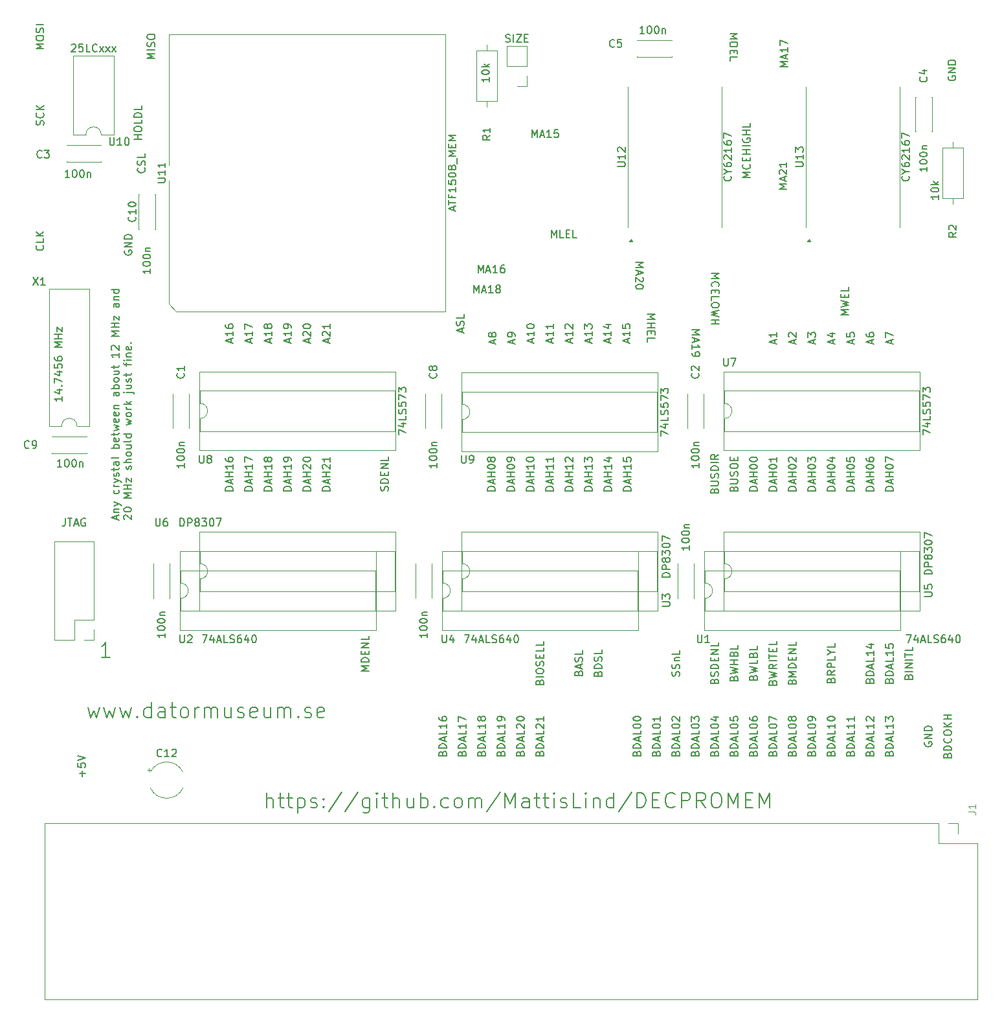
<source format=gbr>
%TF.GenerationSoftware,KiCad,Pcbnew,8.0.8*%
%TF.CreationDate,2025-08-07T21:20:29+02:00*%
%TF.ProjectId,DECPROMEM,44454350-524f-44d4-954d-2e6b69636164,rev?*%
%TF.SameCoordinates,Original*%
%TF.FileFunction,Legend,Top*%
%TF.FilePolarity,Positive*%
%FSLAX46Y46*%
G04 Gerber Fmt 4.6, Leading zero omitted, Abs format (unit mm)*
G04 Created by KiCad (PCBNEW 8.0.8) date 2025-08-07 21:20:29*
%MOMM*%
%LPD*%
G01*
G04 APERTURE LIST*
%ADD10C,0.173000*%
%ADD11C,0.200000*%
%ADD12C,0.150000*%
%ADD13C,0.100000*%
%ADD14C,0.120000*%
G04 APERTURE END LIST*
D10*
X282417850Y-179905394D02*
X282417850Y-179420918D01*
X282708536Y-180002289D02*
X281691136Y-179663156D01*
X281691136Y-179663156D02*
X282708536Y-179324023D01*
X282030269Y-178984889D02*
X282708536Y-178984889D01*
X282127165Y-178984889D02*
X282078717Y-178936442D01*
X282078717Y-178936442D02*
X282030269Y-178839547D01*
X282030269Y-178839547D02*
X282030269Y-178694204D01*
X282030269Y-178694204D02*
X282078717Y-178597308D01*
X282078717Y-178597308D02*
X282175612Y-178548861D01*
X282175612Y-178548861D02*
X282708536Y-178548861D01*
X282030269Y-178161280D02*
X282708536Y-177919042D01*
X282030269Y-177676803D02*
X282708536Y-177919042D01*
X282708536Y-177919042D02*
X282950774Y-178015937D01*
X282950774Y-178015937D02*
X282999222Y-178064384D01*
X282999222Y-178064384D02*
X283047669Y-178161280D01*
X282660089Y-176078032D02*
X282708536Y-176174927D01*
X282708536Y-176174927D02*
X282708536Y-176368718D01*
X282708536Y-176368718D02*
X282660089Y-176465613D01*
X282660089Y-176465613D02*
X282611641Y-176514060D01*
X282611641Y-176514060D02*
X282514746Y-176562508D01*
X282514746Y-176562508D02*
X282224060Y-176562508D01*
X282224060Y-176562508D02*
X282127165Y-176514060D01*
X282127165Y-176514060D02*
X282078717Y-176465613D01*
X282078717Y-176465613D02*
X282030269Y-176368718D01*
X282030269Y-176368718D02*
X282030269Y-176174927D01*
X282030269Y-176174927D02*
X282078717Y-176078032D01*
X282708536Y-175642003D02*
X282030269Y-175642003D01*
X282224060Y-175642003D02*
X282127165Y-175593556D01*
X282127165Y-175593556D02*
X282078717Y-175545108D01*
X282078717Y-175545108D02*
X282030269Y-175448213D01*
X282030269Y-175448213D02*
X282030269Y-175351318D01*
X282030269Y-175109080D02*
X282708536Y-174866842D01*
X282030269Y-174624603D02*
X282708536Y-174866842D01*
X282708536Y-174866842D02*
X282950774Y-174963737D01*
X282950774Y-174963737D02*
X282999222Y-175012184D01*
X282999222Y-175012184D02*
X283047669Y-175109080D01*
X282660089Y-174285470D02*
X282708536Y-174188575D01*
X282708536Y-174188575D02*
X282708536Y-173994784D01*
X282708536Y-173994784D02*
X282660089Y-173897889D01*
X282660089Y-173897889D02*
X282563193Y-173849441D01*
X282563193Y-173849441D02*
X282514746Y-173849441D01*
X282514746Y-173849441D02*
X282417850Y-173897889D01*
X282417850Y-173897889D02*
X282369403Y-173994784D01*
X282369403Y-173994784D02*
X282369403Y-174140127D01*
X282369403Y-174140127D02*
X282320955Y-174237022D01*
X282320955Y-174237022D02*
X282224060Y-174285470D01*
X282224060Y-174285470D02*
X282175612Y-174285470D01*
X282175612Y-174285470D02*
X282078717Y-174237022D01*
X282078717Y-174237022D02*
X282030269Y-174140127D01*
X282030269Y-174140127D02*
X282030269Y-173994784D01*
X282030269Y-173994784D02*
X282078717Y-173897889D01*
X282030269Y-173558755D02*
X282030269Y-173171174D01*
X281691136Y-173413412D02*
X282563193Y-173413412D01*
X282563193Y-173413412D02*
X282660089Y-173364965D01*
X282660089Y-173364965D02*
X282708536Y-173268070D01*
X282708536Y-173268070D02*
X282708536Y-173171174D01*
X282708536Y-172396013D02*
X282175612Y-172396013D01*
X282175612Y-172396013D02*
X282078717Y-172444460D01*
X282078717Y-172444460D02*
X282030269Y-172541356D01*
X282030269Y-172541356D02*
X282030269Y-172735146D01*
X282030269Y-172735146D02*
X282078717Y-172832041D01*
X282660089Y-172396013D02*
X282708536Y-172492908D01*
X282708536Y-172492908D02*
X282708536Y-172735146D01*
X282708536Y-172735146D02*
X282660089Y-172832041D01*
X282660089Y-172832041D02*
X282563193Y-172880489D01*
X282563193Y-172880489D02*
X282466298Y-172880489D01*
X282466298Y-172880489D02*
X282369403Y-172832041D01*
X282369403Y-172832041D02*
X282320955Y-172735146D01*
X282320955Y-172735146D02*
X282320955Y-172492908D01*
X282320955Y-172492908D02*
X282272508Y-172396013D01*
X282708536Y-171766194D02*
X282660089Y-171863089D01*
X282660089Y-171863089D02*
X282563193Y-171911536D01*
X282563193Y-171911536D02*
X281691136Y-171911536D01*
X282708536Y-170603450D02*
X281691136Y-170603450D01*
X282078717Y-170603450D02*
X282030269Y-170506555D01*
X282030269Y-170506555D02*
X282030269Y-170312765D01*
X282030269Y-170312765D02*
X282078717Y-170215869D01*
X282078717Y-170215869D02*
X282127165Y-170167422D01*
X282127165Y-170167422D02*
X282224060Y-170118974D01*
X282224060Y-170118974D02*
X282514746Y-170118974D01*
X282514746Y-170118974D02*
X282611641Y-170167422D01*
X282611641Y-170167422D02*
X282660089Y-170215869D01*
X282660089Y-170215869D02*
X282708536Y-170312765D01*
X282708536Y-170312765D02*
X282708536Y-170506555D01*
X282708536Y-170506555D02*
X282660089Y-170603450D01*
X282660089Y-169295364D02*
X282708536Y-169392260D01*
X282708536Y-169392260D02*
X282708536Y-169586050D01*
X282708536Y-169586050D02*
X282660089Y-169682945D01*
X282660089Y-169682945D02*
X282563193Y-169731393D01*
X282563193Y-169731393D02*
X282175612Y-169731393D01*
X282175612Y-169731393D02*
X282078717Y-169682945D01*
X282078717Y-169682945D02*
X282030269Y-169586050D01*
X282030269Y-169586050D02*
X282030269Y-169392260D01*
X282030269Y-169392260D02*
X282078717Y-169295364D01*
X282078717Y-169295364D02*
X282175612Y-169246917D01*
X282175612Y-169246917D02*
X282272508Y-169246917D01*
X282272508Y-169246917D02*
X282369403Y-169731393D01*
X282030269Y-168956231D02*
X282030269Y-168568650D01*
X281691136Y-168810888D02*
X282563193Y-168810888D01*
X282563193Y-168810888D02*
X282660089Y-168762441D01*
X282660089Y-168762441D02*
X282708536Y-168665546D01*
X282708536Y-168665546D02*
X282708536Y-168568650D01*
X282030269Y-168326413D02*
X282708536Y-168132622D01*
X282708536Y-168132622D02*
X282224060Y-167938832D01*
X282224060Y-167938832D02*
X282708536Y-167745041D01*
X282708536Y-167745041D02*
X282030269Y-167551251D01*
X282660089Y-166776088D02*
X282708536Y-166872984D01*
X282708536Y-166872984D02*
X282708536Y-167066774D01*
X282708536Y-167066774D02*
X282660089Y-167163669D01*
X282660089Y-167163669D02*
X282563193Y-167212117D01*
X282563193Y-167212117D02*
X282175612Y-167212117D01*
X282175612Y-167212117D02*
X282078717Y-167163669D01*
X282078717Y-167163669D02*
X282030269Y-167066774D01*
X282030269Y-167066774D02*
X282030269Y-166872984D01*
X282030269Y-166872984D02*
X282078717Y-166776088D01*
X282078717Y-166776088D02*
X282175612Y-166727641D01*
X282175612Y-166727641D02*
X282272508Y-166727641D01*
X282272508Y-166727641D02*
X282369403Y-167212117D01*
X282660089Y-165904031D02*
X282708536Y-166000927D01*
X282708536Y-166000927D02*
X282708536Y-166194717D01*
X282708536Y-166194717D02*
X282660089Y-166291612D01*
X282660089Y-166291612D02*
X282563193Y-166340060D01*
X282563193Y-166340060D02*
X282175612Y-166340060D01*
X282175612Y-166340060D02*
X282078717Y-166291612D01*
X282078717Y-166291612D02*
X282030269Y-166194717D01*
X282030269Y-166194717D02*
X282030269Y-166000927D01*
X282030269Y-166000927D02*
X282078717Y-165904031D01*
X282078717Y-165904031D02*
X282175612Y-165855584D01*
X282175612Y-165855584D02*
X282272508Y-165855584D01*
X282272508Y-165855584D02*
X282369403Y-166340060D01*
X282030269Y-165419555D02*
X282708536Y-165419555D01*
X282127165Y-165419555D02*
X282078717Y-165371108D01*
X282078717Y-165371108D02*
X282030269Y-165274213D01*
X282030269Y-165274213D02*
X282030269Y-165128870D01*
X282030269Y-165128870D02*
X282078717Y-165031974D01*
X282078717Y-165031974D02*
X282175612Y-164983527D01*
X282175612Y-164983527D02*
X282708536Y-164983527D01*
X282708536Y-163287860D02*
X282175612Y-163287860D01*
X282175612Y-163287860D02*
X282078717Y-163336307D01*
X282078717Y-163336307D02*
X282030269Y-163433203D01*
X282030269Y-163433203D02*
X282030269Y-163626993D01*
X282030269Y-163626993D02*
X282078717Y-163723888D01*
X282660089Y-163287860D02*
X282708536Y-163384755D01*
X282708536Y-163384755D02*
X282708536Y-163626993D01*
X282708536Y-163626993D02*
X282660089Y-163723888D01*
X282660089Y-163723888D02*
X282563193Y-163772336D01*
X282563193Y-163772336D02*
X282466298Y-163772336D01*
X282466298Y-163772336D02*
X282369403Y-163723888D01*
X282369403Y-163723888D02*
X282320955Y-163626993D01*
X282320955Y-163626993D02*
X282320955Y-163384755D01*
X282320955Y-163384755D02*
X282272508Y-163287860D01*
X282708536Y-162803383D02*
X281691136Y-162803383D01*
X282078717Y-162803383D02*
X282030269Y-162706488D01*
X282030269Y-162706488D02*
X282030269Y-162512698D01*
X282030269Y-162512698D02*
X282078717Y-162415802D01*
X282078717Y-162415802D02*
X282127165Y-162367355D01*
X282127165Y-162367355D02*
X282224060Y-162318907D01*
X282224060Y-162318907D02*
X282514746Y-162318907D01*
X282514746Y-162318907D02*
X282611641Y-162367355D01*
X282611641Y-162367355D02*
X282660089Y-162415802D01*
X282660089Y-162415802D02*
X282708536Y-162512698D01*
X282708536Y-162512698D02*
X282708536Y-162706488D01*
X282708536Y-162706488D02*
X282660089Y-162803383D01*
X282708536Y-161737536D02*
X282660089Y-161834431D01*
X282660089Y-161834431D02*
X282611641Y-161882878D01*
X282611641Y-161882878D02*
X282514746Y-161931326D01*
X282514746Y-161931326D02*
X282224060Y-161931326D01*
X282224060Y-161931326D02*
X282127165Y-161882878D01*
X282127165Y-161882878D02*
X282078717Y-161834431D01*
X282078717Y-161834431D02*
X282030269Y-161737536D01*
X282030269Y-161737536D02*
X282030269Y-161592193D01*
X282030269Y-161592193D02*
X282078717Y-161495297D01*
X282078717Y-161495297D02*
X282127165Y-161446850D01*
X282127165Y-161446850D02*
X282224060Y-161398402D01*
X282224060Y-161398402D02*
X282514746Y-161398402D01*
X282514746Y-161398402D02*
X282611641Y-161446850D01*
X282611641Y-161446850D02*
X282660089Y-161495297D01*
X282660089Y-161495297D02*
X282708536Y-161592193D01*
X282708536Y-161592193D02*
X282708536Y-161737536D01*
X282030269Y-160526345D02*
X282708536Y-160526345D01*
X282030269Y-160962373D02*
X282563193Y-160962373D01*
X282563193Y-160962373D02*
X282660089Y-160913926D01*
X282660089Y-160913926D02*
X282708536Y-160817031D01*
X282708536Y-160817031D02*
X282708536Y-160671688D01*
X282708536Y-160671688D02*
X282660089Y-160574792D01*
X282660089Y-160574792D02*
X282611641Y-160526345D01*
X282030269Y-160187211D02*
X282030269Y-159799630D01*
X281691136Y-160041868D02*
X282563193Y-160041868D01*
X282563193Y-160041868D02*
X282660089Y-159993421D01*
X282660089Y-159993421D02*
X282708536Y-159896526D01*
X282708536Y-159896526D02*
X282708536Y-159799630D01*
X282708536Y-158152412D02*
X282708536Y-158733783D01*
X282708536Y-158443097D02*
X281691136Y-158443097D01*
X281691136Y-158443097D02*
X281836479Y-158539993D01*
X281836479Y-158539993D02*
X281933374Y-158636888D01*
X281933374Y-158636888D02*
X281981822Y-158733783D01*
X281788031Y-157764831D02*
X281739584Y-157716383D01*
X281739584Y-157716383D02*
X281691136Y-157619488D01*
X281691136Y-157619488D02*
X281691136Y-157377250D01*
X281691136Y-157377250D02*
X281739584Y-157280355D01*
X281739584Y-157280355D02*
X281788031Y-157231907D01*
X281788031Y-157231907D02*
X281884927Y-157183460D01*
X281884927Y-157183460D02*
X281981822Y-157183460D01*
X281981822Y-157183460D02*
X282127165Y-157231907D01*
X282127165Y-157231907D02*
X282708536Y-157813279D01*
X282708536Y-157813279D02*
X282708536Y-157183460D01*
X282708536Y-155972269D02*
X281691136Y-155972269D01*
X281691136Y-155972269D02*
X282417850Y-155633136D01*
X282417850Y-155633136D02*
X281691136Y-155294003D01*
X281691136Y-155294003D02*
X282708536Y-155294003D01*
X282708536Y-154809526D02*
X281691136Y-154809526D01*
X282175612Y-154809526D02*
X282175612Y-154228155D01*
X282708536Y-154228155D02*
X281691136Y-154228155D01*
X282030269Y-153840574D02*
X282030269Y-153307650D01*
X282030269Y-153307650D02*
X282708536Y-153840574D01*
X282708536Y-153840574D02*
X282708536Y-153307650D01*
X282708536Y-151708878D02*
X282175612Y-151708878D01*
X282175612Y-151708878D02*
X282078717Y-151757325D01*
X282078717Y-151757325D02*
X282030269Y-151854221D01*
X282030269Y-151854221D02*
X282030269Y-152048011D01*
X282030269Y-152048011D02*
X282078717Y-152144906D01*
X282660089Y-151708878D02*
X282708536Y-151805773D01*
X282708536Y-151805773D02*
X282708536Y-152048011D01*
X282708536Y-152048011D02*
X282660089Y-152144906D01*
X282660089Y-152144906D02*
X282563193Y-152193354D01*
X282563193Y-152193354D02*
X282466298Y-152193354D01*
X282466298Y-152193354D02*
X282369403Y-152144906D01*
X282369403Y-152144906D02*
X282320955Y-152048011D01*
X282320955Y-152048011D02*
X282320955Y-151805773D01*
X282320955Y-151805773D02*
X282272508Y-151708878D01*
X282030269Y-151224401D02*
X282708536Y-151224401D01*
X282127165Y-151224401D02*
X282078717Y-151175954D01*
X282078717Y-151175954D02*
X282030269Y-151079059D01*
X282030269Y-151079059D02*
X282030269Y-150933716D01*
X282030269Y-150933716D02*
X282078717Y-150836820D01*
X282078717Y-150836820D02*
X282175612Y-150788373D01*
X282175612Y-150788373D02*
X282708536Y-150788373D01*
X282708536Y-149867868D02*
X281691136Y-149867868D01*
X282660089Y-149867868D02*
X282708536Y-149964763D01*
X282708536Y-149964763D02*
X282708536Y-150158554D01*
X282708536Y-150158554D02*
X282660089Y-150255449D01*
X282660089Y-150255449D02*
X282611641Y-150303896D01*
X282611641Y-150303896D02*
X282514746Y-150352344D01*
X282514746Y-150352344D02*
X282224060Y-150352344D01*
X282224060Y-150352344D02*
X282127165Y-150303896D01*
X282127165Y-150303896D02*
X282078717Y-150255449D01*
X282078717Y-150255449D02*
X282030269Y-150158554D01*
X282030269Y-150158554D02*
X282030269Y-149964763D01*
X282030269Y-149964763D02*
X282078717Y-149867868D01*
X283425988Y-179905394D02*
X283377541Y-179856946D01*
X283377541Y-179856946D02*
X283329093Y-179760051D01*
X283329093Y-179760051D02*
X283329093Y-179517813D01*
X283329093Y-179517813D02*
X283377541Y-179420918D01*
X283377541Y-179420918D02*
X283425988Y-179372470D01*
X283425988Y-179372470D02*
X283522884Y-179324023D01*
X283522884Y-179324023D02*
X283619779Y-179324023D01*
X283619779Y-179324023D02*
X283765122Y-179372470D01*
X283765122Y-179372470D02*
X284346493Y-179953842D01*
X284346493Y-179953842D02*
X284346493Y-179324023D01*
X283329093Y-178694204D02*
X283329093Y-178597309D01*
X283329093Y-178597309D02*
X283377541Y-178500413D01*
X283377541Y-178500413D02*
X283425988Y-178451966D01*
X283425988Y-178451966D02*
X283522884Y-178403518D01*
X283522884Y-178403518D02*
X283716674Y-178355071D01*
X283716674Y-178355071D02*
X283958912Y-178355071D01*
X283958912Y-178355071D02*
X284152703Y-178403518D01*
X284152703Y-178403518D02*
X284249598Y-178451966D01*
X284249598Y-178451966D02*
X284298046Y-178500413D01*
X284298046Y-178500413D02*
X284346493Y-178597309D01*
X284346493Y-178597309D02*
X284346493Y-178694204D01*
X284346493Y-178694204D02*
X284298046Y-178791099D01*
X284298046Y-178791099D02*
X284249598Y-178839547D01*
X284249598Y-178839547D02*
X284152703Y-178887994D01*
X284152703Y-178887994D02*
X283958912Y-178936442D01*
X283958912Y-178936442D02*
X283716674Y-178936442D01*
X283716674Y-178936442D02*
X283522884Y-178887994D01*
X283522884Y-178887994D02*
X283425988Y-178839547D01*
X283425988Y-178839547D02*
X283377541Y-178791099D01*
X283377541Y-178791099D02*
X283329093Y-178694204D01*
X284346493Y-177143880D02*
X283329093Y-177143880D01*
X283329093Y-177143880D02*
X284055807Y-176804747D01*
X284055807Y-176804747D02*
X283329093Y-176465614D01*
X283329093Y-176465614D02*
X284346493Y-176465614D01*
X284346493Y-175981137D02*
X283329093Y-175981137D01*
X283813569Y-175981137D02*
X283813569Y-175399766D01*
X284346493Y-175399766D02*
X283329093Y-175399766D01*
X283668226Y-175012185D02*
X283668226Y-174479261D01*
X283668226Y-174479261D02*
X284346493Y-175012185D01*
X284346493Y-175012185D02*
X284346493Y-174479261D01*
X284298046Y-173364965D02*
X284346493Y-173268070D01*
X284346493Y-173268070D02*
X284346493Y-173074279D01*
X284346493Y-173074279D02*
X284298046Y-172977384D01*
X284298046Y-172977384D02*
X284201150Y-172928936D01*
X284201150Y-172928936D02*
X284152703Y-172928936D01*
X284152703Y-172928936D02*
X284055807Y-172977384D01*
X284055807Y-172977384D02*
X284007360Y-173074279D01*
X284007360Y-173074279D02*
X284007360Y-173219622D01*
X284007360Y-173219622D02*
X283958912Y-173316517D01*
X283958912Y-173316517D02*
X283862017Y-173364965D01*
X283862017Y-173364965D02*
X283813569Y-173364965D01*
X283813569Y-173364965D02*
X283716674Y-173316517D01*
X283716674Y-173316517D02*
X283668226Y-173219622D01*
X283668226Y-173219622D02*
X283668226Y-173074279D01*
X283668226Y-173074279D02*
X283716674Y-172977384D01*
X284346493Y-172492907D02*
X283329093Y-172492907D01*
X284346493Y-172056879D02*
X283813569Y-172056879D01*
X283813569Y-172056879D02*
X283716674Y-172105326D01*
X283716674Y-172105326D02*
X283668226Y-172202222D01*
X283668226Y-172202222D02*
X283668226Y-172347565D01*
X283668226Y-172347565D02*
X283716674Y-172444460D01*
X283716674Y-172444460D02*
X283765122Y-172492907D01*
X284346493Y-171427060D02*
X284298046Y-171523955D01*
X284298046Y-171523955D02*
X284249598Y-171572402D01*
X284249598Y-171572402D02*
X284152703Y-171620850D01*
X284152703Y-171620850D02*
X283862017Y-171620850D01*
X283862017Y-171620850D02*
X283765122Y-171572402D01*
X283765122Y-171572402D02*
X283716674Y-171523955D01*
X283716674Y-171523955D02*
X283668226Y-171427060D01*
X283668226Y-171427060D02*
X283668226Y-171281717D01*
X283668226Y-171281717D02*
X283716674Y-171184821D01*
X283716674Y-171184821D02*
X283765122Y-171136374D01*
X283765122Y-171136374D02*
X283862017Y-171087926D01*
X283862017Y-171087926D02*
X284152703Y-171087926D01*
X284152703Y-171087926D02*
X284249598Y-171136374D01*
X284249598Y-171136374D02*
X284298046Y-171184821D01*
X284298046Y-171184821D02*
X284346493Y-171281717D01*
X284346493Y-171281717D02*
X284346493Y-171427060D01*
X283668226Y-170215869D02*
X284346493Y-170215869D01*
X283668226Y-170651897D02*
X284201150Y-170651897D01*
X284201150Y-170651897D02*
X284298046Y-170603450D01*
X284298046Y-170603450D02*
X284346493Y-170506555D01*
X284346493Y-170506555D02*
X284346493Y-170361212D01*
X284346493Y-170361212D02*
X284298046Y-170264316D01*
X284298046Y-170264316D02*
X284249598Y-170215869D01*
X284346493Y-169586050D02*
X284298046Y-169682945D01*
X284298046Y-169682945D02*
X284201150Y-169731392D01*
X284201150Y-169731392D02*
X283329093Y-169731392D01*
X284346493Y-168762440D02*
X283329093Y-168762440D01*
X284298046Y-168762440D02*
X284346493Y-168859335D01*
X284346493Y-168859335D02*
X284346493Y-169053126D01*
X284346493Y-169053126D02*
X284298046Y-169150021D01*
X284298046Y-169150021D02*
X284249598Y-169198468D01*
X284249598Y-169198468D02*
X284152703Y-169246916D01*
X284152703Y-169246916D02*
X283862017Y-169246916D01*
X283862017Y-169246916D02*
X283765122Y-169198468D01*
X283765122Y-169198468D02*
X283716674Y-169150021D01*
X283716674Y-169150021D02*
X283668226Y-169053126D01*
X283668226Y-169053126D02*
X283668226Y-168859335D01*
X283668226Y-168859335D02*
X283716674Y-168762440D01*
X283668226Y-167599697D02*
X284346493Y-167405906D01*
X284346493Y-167405906D02*
X283862017Y-167212116D01*
X283862017Y-167212116D02*
X284346493Y-167018325D01*
X284346493Y-167018325D02*
X283668226Y-166824535D01*
X284346493Y-166291611D02*
X284298046Y-166388506D01*
X284298046Y-166388506D02*
X284249598Y-166436953D01*
X284249598Y-166436953D02*
X284152703Y-166485401D01*
X284152703Y-166485401D02*
X283862017Y-166485401D01*
X283862017Y-166485401D02*
X283765122Y-166436953D01*
X283765122Y-166436953D02*
X283716674Y-166388506D01*
X283716674Y-166388506D02*
X283668226Y-166291611D01*
X283668226Y-166291611D02*
X283668226Y-166146268D01*
X283668226Y-166146268D02*
X283716674Y-166049372D01*
X283716674Y-166049372D02*
X283765122Y-166000925D01*
X283765122Y-166000925D02*
X283862017Y-165952477D01*
X283862017Y-165952477D02*
X284152703Y-165952477D01*
X284152703Y-165952477D02*
X284249598Y-166000925D01*
X284249598Y-166000925D02*
X284298046Y-166049372D01*
X284298046Y-166049372D02*
X284346493Y-166146268D01*
X284346493Y-166146268D02*
X284346493Y-166291611D01*
X284346493Y-165516448D02*
X283668226Y-165516448D01*
X283862017Y-165516448D02*
X283765122Y-165468001D01*
X283765122Y-165468001D02*
X283716674Y-165419553D01*
X283716674Y-165419553D02*
X283668226Y-165322658D01*
X283668226Y-165322658D02*
X283668226Y-165225763D01*
X284346493Y-164886629D02*
X283329093Y-164886629D01*
X283958912Y-164789734D02*
X284346493Y-164499048D01*
X283668226Y-164499048D02*
X284055807Y-164886629D01*
X283668226Y-163287857D02*
X284540284Y-163287857D01*
X284540284Y-163287857D02*
X284637179Y-163336305D01*
X284637179Y-163336305D02*
X284685626Y-163433200D01*
X284685626Y-163433200D02*
X284685626Y-163481648D01*
X283329093Y-163287857D02*
X283377541Y-163336305D01*
X283377541Y-163336305D02*
X283425988Y-163287857D01*
X283425988Y-163287857D02*
X283377541Y-163239410D01*
X283377541Y-163239410D02*
X283329093Y-163287857D01*
X283329093Y-163287857D02*
X283425988Y-163287857D01*
X283668226Y-162367353D02*
X284346493Y-162367353D01*
X283668226Y-162803381D02*
X284201150Y-162803381D01*
X284201150Y-162803381D02*
X284298046Y-162754934D01*
X284298046Y-162754934D02*
X284346493Y-162658039D01*
X284346493Y-162658039D02*
X284346493Y-162512696D01*
X284346493Y-162512696D02*
X284298046Y-162415800D01*
X284298046Y-162415800D02*
X284249598Y-162367353D01*
X284298046Y-161931324D02*
X284346493Y-161834429D01*
X284346493Y-161834429D02*
X284346493Y-161640638D01*
X284346493Y-161640638D02*
X284298046Y-161543743D01*
X284298046Y-161543743D02*
X284201150Y-161495295D01*
X284201150Y-161495295D02*
X284152703Y-161495295D01*
X284152703Y-161495295D02*
X284055807Y-161543743D01*
X284055807Y-161543743D02*
X284007360Y-161640638D01*
X284007360Y-161640638D02*
X284007360Y-161785981D01*
X284007360Y-161785981D02*
X283958912Y-161882876D01*
X283958912Y-161882876D02*
X283862017Y-161931324D01*
X283862017Y-161931324D02*
X283813569Y-161931324D01*
X283813569Y-161931324D02*
X283716674Y-161882876D01*
X283716674Y-161882876D02*
X283668226Y-161785981D01*
X283668226Y-161785981D02*
X283668226Y-161640638D01*
X283668226Y-161640638D02*
X283716674Y-161543743D01*
X283668226Y-161204609D02*
X283668226Y-160817028D01*
X283329093Y-161059266D02*
X284201150Y-161059266D01*
X284201150Y-161059266D02*
X284298046Y-161010819D01*
X284298046Y-161010819D02*
X284346493Y-160913924D01*
X284346493Y-160913924D02*
X284346493Y-160817028D01*
X283668226Y-159848076D02*
X283668226Y-159460495D01*
X284346493Y-159702733D02*
X283474436Y-159702733D01*
X283474436Y-159702733D02*
X283377541Y-159654286D01*
X283377541Y-159654286D02*
X283329093Y-159557391D01*
X283329093Y-159557391D02*
X283329093Y-159460495D01*
X284346493Y-159121362D02*
X283668226Y-159121362D01*
X283329093Y-159121362D02*
X283377541Y-159169810D01*
X283377541Y-159169810D02*
X283425988Y-159121362D01*
X283425988Y-159121362D02*
X283377541Y-159072915D01*
X283377541Y-159072915D02*
X283329093Y-159121362D01*
X283329093Y-159121362D02*
X283425988Y-159121362D01*
X283668226Y-158636886D02*
X284346493Y-158636886D01*
X283765122Y-158636886D02*
X283716674Y-158588439D01*
X283716674Y-158588439D02*
X283668226Y-158491544D01*
X283668226Y-158491544D02*
X283668226Y-158346201D01*
X283668226Y-158346201D02*
X283716674Y-158249305D01*
X283716674Y-158249305D02*
X283813569Y-158200858D01*
X283813569Y-158200858D02*
X284346493Y-158200858D01*
X284298046Y-157328800D02*
X284346493Y-157425696D01*
X284346493Y-157425696D02*
X284346493Y-157619486D01*
X284346493Y-157619486D02*
X284298046Y-157716381D01*
X284298046Y-157716381D02*
X284201150Y-157764829D01*
X284201150Y-157764829D02*
X283813569Y-157764829D01*
X283813569Y-157764829D02*
X283716674Y-157716381D01*
X283716674Y-157716381D02*
X283668226Y-157619486D01*
X283668226Y-157619486D02*
X283668226Y-157425696D01*
X283668226Y-157425696D02*
X283716674Y-157328800D01*
X283716674Y-157328800D02*
X283813569Y-157280353D01*
X283813569Y-157280353D02*
X283910465Y-157280353D01*
X283910465Y-157280353D02*
X284007360Y-157764829D01*
X284249598Y-156844324D02*
X284298046Y-156795877D01*
X284298046Y-156795877D02*
X284346493Y-156844324D01*
X284346493Y-156844324D02*
X284298046Y-156892772D01*
X284298046Y-156892772D02*
X284249598Y-156844324D01*
X284249598Y-156844324D02*
X284346493Y-156844324D01*
D11*
X302004168Y-217626038D02*
X302004168Y-215626038D01*
X302861311Y-217626038D02*
X302861311Y-216578419D01*
X302861311Y-216578419D02*
X302766073Y-216387942D01*
X302766073Y-216387942D02*
X302575597Y-216292704D01*
X302575597Y-216292704D02*
X302289882Y-216292704D01*
X302289882Y-216292704D02*
X302099406Y-216387942D01*
X302099406Y-216387942D02*
X302004168Y-216483180D01*
X303527978Y-216292704D02*
X304289882Y-216292704D01*
X303813692Y-215626038D02*
X303813692Y-217340323D01*
X303813692Y-217340323D02*
X303908930Y-217530800D01*
X303908930Y-217530800D02*
X304099406Y-217626038D01*
X304099406Y-217626038D02*
X304289882Y-217626038D01*
X304670835Y-216292704D02*
X305432739Y-216292704D01*
X304956549Y-215626038D02*
X304956549Y-217340323D01*
X304956549Y-217340323D02*
X305051787Y-217530800D01*
X305051787Y-217530800D02*
X305242263Y-217626038D01*
X305242263Y-217626038D02*
X305432739Y-217626038D01*
X306099406Y-216292704D02*
X306099406Y-218292704D01*
X306099406Y-216387942D02*
X306289882Y-216292704D01*
X306289882Y-216292704D02*
X306670835Y-216292704D01*
X306670835Y-216292704D02*
X306861311Y-216387942D01*
X306861311Y-216387942D02*
X306956549Y-216483180D01*
X306956549Y-216483180D02*
X307051787Y-216673657D01*
X307051787Y-216673657D02*
X307051787Y-217245085D01*
X307051787Y-217245085D02*
X306956549Y-217435561D01*
X306956549Y-217435561D02*
X306861311Y-217530800D01*
X306861311Y-217530800D02*
X306670835Y-217626038D01*
X306670835Y-217626038D02*
X306289882Y-217626038D01*
X306289882Y-217626038D02*
X306099406Y-217530800D01*
X307813692Y-217530800D02*
X308004168Y-217626038D01*
X308004168Y-217626038D02*
X308385120Y-217626038D01*
X308385120Y-217626038D02*
X308575597Y-217530800D01*
X308575597Y-217530800D02*
X308670835Y-217340323D01*
X308670835Y-217340323D02*
X308670835Y-217245085D01*
X308670835Y-217245085D02*
X308575597Y-217054609D01*
X308575597Y-217054609D02*
X308385120Y-216959371D01*
X308385120Y-216959371D02*
X308099406Y-216959371D01*
X308099406Y-216959371D02*
X307908930Y-216864133D01*
X307908930Y-216864133D02*
X307813692Y-216673657D01*
X307813692Y-216673657D02*
X307813692Y-216578419D01*
X307813692Y-216578419D02*
X307908930Y-216387942D01*
X307908930Y-216387942D02*
X308099406Y-216292704D01*
X308099406Y-216292704D02*
X308385120Y-216292704D01*
X308385120Y-216292704D02*
X308575597Y-216387942D01*
X309527978Y-217435561D02*
X309623216Y-217530800D01*
X309623216Y-217530800D02*
X309527978Y-217626038D01*
X309527978Y-217626038D02*
X309432740Y-217530800D01*
X309432740Y-217530800D02*
X309527978Y-217435561D01*
X309527978Y-217435561D02*
X309527978Y-217626038D01*
X309527978Y-216387942D02*
X309623216Y-216483180D01*
X309623216Y-216483180D02*
X309527978Y-216578419D01*
X309527978Y-216578419D02*
X309432740Y-216483180D01*
X309432740Y-216483180D02*
X309527978Y-216387942D01*
X309527978Y-216387942D02*
X309527978Y-216578419D01*
X311908930Y-215530800D02*
X310194645Y-218102228D01*
X314004168Y-215530800D02*
X312289883Y-218102228D01*
X315527978Y-216292704D02*
X315527978Y-217911752D01*
X315527978Y-217911752D02*
X315432740Y-218102228D01*
X315432740Y-218102228D02*
X315337502Y-218197466D01*
X315337502Y-218197466D02*
X315147025Y-218292704D01*
X315147025Y-218292704D02*
X314861311Y-218292704D01*
X314861311Y-218292704D02*
X314670835Y-218197466D01*
X315527978Y-217530800D02*
X315337502Y-217626038D01*
X315337502Y-217626038D02*
X314956549Y-217626038D01*
X314956549Y-217626038D02*
X314766073Y-217530800D01*
X314766073Y-217530800D02*
X314670835Y-217435561D01*
X314670835Y-217435561D02*
X314575597Y-217245085D01*
X314575597Y-217245085D02*
X314575597Y-216673657D01*
X314575597Y-216673657D02*
X314670835Y-216483180D01*
X314670835Y-216483180D02*
X314766073Y-216387942D01*
X314766073Y-216387942D02*
X314956549Y-216292704D01*
X314956549Y-216292704D02*
X315337502Y-216292704D01*
X315337502Y-216292704D02*
X315527978Y-216387942D01*
X316480359Y-217626038D02*
X316480359Y-216292704D01*
X316480359Y-215626038D02*
X316385121Y-215721276D01*
X316385121Y-215721276D02*
X316480359Y-215816514D01*
X316480359Y-215816514D02*
X316575597Y-215721276D01*
X316575597Y-215721276D02*
X316480359Y-215626038D01*
X316480359Y-215626038D02*
X316480359Y-215816514D01*
X317147026Y-216292704D02*
X317908930Y-216292704D01*
X317432740Y-215626038D02*
X317432740Y-217340323D01*
X317432740Y-217340323D02*
X317527978Y-217530800D01*
X317527978Y-217530800D02*
X317718454Y-217626038D01*
X317718454Y-217626038D02*
X317908930Y-217626038D01*
X318575597Y-217626038D02*
X318575597Y-215626038D01*
X319432740Y-217626038D02*
X319432740Y-216578419D01*
X319432740Y-216578419D02*
X319337502Y-216387942D01*
X319337502Y-216387942D02*
X319147026Y-216292704D01*
X319147026Y-216292704D02*
X318861311Y-216292704D01*
X318861311Y-216292704D02*
X318670835Y-216387942D01*
X318670835Y-216387942D02*
X318575597Y-216483180D01*
X321242264Y-216292704D02*
X321242264Y-217626038D01*
X320385121Y-216292704D02*
X320385121Y-217340323D01*
X320385121Y-217340323D02*
X320480359Y-217530800D01*
X320480359Y-217530800D02*
X320670835Y-217626038D01*
X320670835Y-217626038D02*
X320956550Y-217626038D01*
X320956550Y-217626038D02*
X321147026Y-217530800D01*
X321147026Y-217530800D02*
X321242264Y-217435561D01*
X322194645Y-217626038D02*
X322194645Y-215626038D01*
X322194645Y-216387942D02*
X322385121Y-216292704D01*
X322385121Y-216292704D02*
X322766074Y-216292704D01*
X322766074Y-216292704D02*
X322956550Y-216387942D01*
X322956550Y-216387942D02*
X323051788Y-216483180D01*
X323051788Y-216483180D02*
X323147026Y-216673657D01*
X323147026Y-216673657D02*
X323147026Y-217245085D01*
X323147026Y-217245085D02*
X323051788Y-217435561D01*
X323051788Y-217435561D02*
X322956550Y-217530800D01*
X322956550Y-217530800D02*
X322766074Y-217626038D01*
X322766074Y-217626038D02*
X322385121Y-217626038D01*
X322385121Y-217626038D02*
X322194645Y-217530800D01*
X324004169Y-217435561D02*
X324099407Y-217530800D01*
X324099407Y-217530800D02*
X324004169Y-217626038D01*
X324004169Y-217626038D02*
X323908931Y-217530800D01*
X323908931Y-217530800D02*
X324004169Y-217435561D01*
X324004169Y-217435561D02*
X324004169Y-217626038D01*
X325813693Y-217530800D02*
X325623217Y-217626038D01*
X325623217Y-217626038D02*
X325242264Y-217626038D01*
X325242264Y-217626038D02*
X325051788Y-217530800D01*
X325051788Y-217530800D02*
X324956550Y-217435561D01*
X324956550Y-217435561D02*
X324861312Y-217245085D01*
X324861312Y-217245085D02*
X324861312Y-216673657D01*
X324861312Y-216673657D02*
X324956550Y-216483180D01*
X324956550Y-216483180D02*
X325051788Y-216387942D01*
X325051788Y-216387942D02*
X325242264Y-216292704D01*
X325242264Y-216292704D02*
X325623217Y-216292704D01*
X325623217Y-216292704D02*
X325813693Y-216387942D01*
X326956550Y-217626038D02*
X326766074Y-217530800D01*
X326766074Y-217530800D02*
X326670836Y-217435561D01*
X326670836Y-217435561D02*
X326575598Y-217245085D01*
X326575598Y-217245085D02*
X326575598Y-216673657D01*
X326575598Y-216673657D02*
X326670836Y-216483180D01*
X326670836Y-216483180D02*
X326766074Y-216387942D01*
X326766074Y-216387942D02*
X326956550Y-216292704D01*
X326956550Y-216292704D02*
X327242265Y-216292704D01*
X327242265Y-216292704D02*
X327432741Y-216387942D01*
X327432741Y-216387942D02*
X327527979Y-216483180D01*
X327527979Y-216483180D02*
X327623217Y-216673657D01*
X327623217Y-216673657D02*
X327623217Y-217245085D01*
X327623217Y-217245085D02*
X327527979Y-217435561D01*
X327527979Y-217435561D02*
X327432741Y-217530800D01*
X327432741Y-217530800D02*
X327242265Y-217626038D01*
X327242265Y-217626038D02*
X326956550Y-217626038D01*
X328480360Y-217626038D02*
X328480360Y-216292704D01*
X328480360Y-216483180D02*
X328575598Y-216387942D01*
X328575598Y-216387942D02*
X328766074Y-216292704D01*
X328766074Y-216292704D02*
X329051789Y-216292704D01*
X329051789Y-216292704D02*
X329242265Y-216387942D01*
X329242265Y-216387942D02*
X329337503Y-216578419D01*
X329337503Y-216578419D02*
X329337503Y-217626038D01*
X329337503Y-216578419D02*
X329432741Y-216387942D01*
X329432741Y-216387942D02*
X329623217Y-216292704D01*
X329623217Y-216292704D02*
X329908931Y-216292704D01*
X329908931Y-216292704D02*
X330099408Y-216387942D01*
X330099408Y-216387942D02*
X330194646Y-216578419D01*
X330194646Y-216578419D02*
X330194646Y-217626038D01*
X332575598Y-215530800D02*
X330861313Y-218102228D01*
X333242265Y-217626038D02*
X333242265Y-215626038D01*
X333242265Y-215626038D02*
X333908932Y-217054609D01*
X333908932Y-217054609D02*
X334575598Y-215626038D01*
X334575598Y-215626038D02*
X334575598Y-217626038D01*
X336385122Y-217626038D02*
X336385122Y-216578419D01*
X336385122Y-216578419D02*
X336289884Y-216387942D01*
X336289884Y-216387942D02*
X336099408Y-216292704D01*
X336099408Y-216292704D02*
X335718455Y-216292704D01*
X335718455Y-216292704D02*
X335527979Y-216387942D01*
X336385122Y-217530800D02*
X336194646Y-217626038D01*
X336194646Y-217626038D02*
X335718455Y-217626038D01*
X335718455Y-217626038D02*
X335527979Y-217530800D01*
X335527979Y-217530800D02*
X335432741Y-217340323D01*
X335432741Y-217340323D02*
X335432741Y-217149847D01*
X335432741Y-217149847D02*
X335527979Y-216959371D01*
X335527979Y-216959371D02*
X335718455Y-216864133D01*
X335718455Y-216864133D02*
X336194646Y-216864133D01*
X336194646Y-216864133D02*
X336385122Y-216768895D01*
X337051789Y-216292704D02*
X337813693Y-216292704D01*
X337337503Y-215626038D02*
X337337503Y-217340323D01*
X337337503Y-217340323D02*
X337432741Y-217530800D01*
X337432741Y-217530800D02*
X337623217Y-217626038D01*
X337623217Y-217626038D02*
X337813693Y-217626038D01*
X338194646Y-216292704D02*
X338956550Y-216292704D01*
X338480360Y-215626038D02*
X338480360Y-217340323D01*
X338480360Y-217340323D02*
X338575598Y-217530800D01*
X338575598Y-217530800D02*
X338766074Y-217626038D01*
X338766074Y-217626038D02*
X338956550Y-217626038D01*
X339623217Y-217626038D02*
X339623217Y-216292704D01*
X339623217Y-215626038D02*
X339527979Y-215721276D01*
X339527979Y-215721276D02*
X339623217Y-215816514D01*
X339623217Y-215816514D02*
X339718455Y-215721276D01*
X339718455Y-215721276D02*
X339623217Y-215626038D01*
X339623217Y-215626038D02*
X339623217Y-215816514D01*
X340480360Y-217530800D02*
X340670836Y-217626038D01*
X340670836Y-217626038D02*
X341051788Y-217626038D01*
X341051788Y-217626038D02*
X341242265Y-217530800D01*
X341242265Y-217530800D02*
X341337503Y-217340323D01*
X341337503Y-217340323D02*
X341337503Y-217245085D01*
X341337503Y-217245085D02*
X341242265Y-217054609D01*
X341242265Y-217054609D02*
X341051788Y-216959371D01*
X341051788Y-216959371D02*
X340766074Y-216959371D01*
X340766074Y-216959371D02*
X340575598Y-216864133D01*
X340575598Y-216864133D02*
X340480360Y-216673657D01*
X340480360Y-216673657D02*
X340480360Y-216578419D01*
X340480360Y-216578419D02*
X340575598Y-216387942D01*
X340575598Y-216387942D02*
X340766074Y-216292704D01*
X340766074Y-216292704D02*
X341051788Y-216292704D01*
X341051788Y-216292704D02*
X341242265Y-216387942D01*
X343147027Y-217626038D02*
X342194646Y-217626038D01*
X342194646Y-217626038D02*
X342194646Y-215626038D01*
X343813694Y-217626038D02*
X343813694Y-216292704D01*
X343813694Y-215626038D02*
X343718456Y-215721276D01*
X343718456Y-215721276D02*
X343813694Y-215816514D01*
X343813694Y-215816514D02*
X343908932Y-215721276D01*
X343908932Y-215721276D02*
X343813694Y-215626038D01*
X343813694Y-215626038D02*
X343813694Y-215816514D01*
X344766075Y-216292704D02*
X344766075Y-217626038D01*
X344766075Y-216483180D02*
X344861313Y-216387942D01*
X344861313Y-216387942D02*
X345051789Y-216292704D01*
X345051789Y-216292704D02*
X345337504Y-216292704D01*
X345337504Y-216292704D02*
X345527980Y-216387942D01*
X345527980Y-216387942D02*
X345623218Y-216578419D01*
X345623218Y-216578419D02*
X345623218Y-217626038D01*
X347432742Y-217626038D02*
X347432742Y-215626038D01*
X347432742Y-217530800D02*
X347242266Y-217626038D01*
X347242266Y-217626038D02*
X346861313Y-217626038D01*
X346861313Y-217626038D02*
X346670837Y-217530800D01*
X346670837Y-217530800D02*
X346575599Y-217435561D01*
X346575599Y-217435561D02*
X346480361Y-217245085D01*
X346480361Y-217245085D02*
X346480361Y-216673657D01*
X346480361Y-216673657D02*
X346575599Y-216483180D01*
X346575599Y-216483180D02*
X346670837Y-216387942D01*
X346670837Y-216387942D02*
X346861313Y-216292704D01*
X346861313Y-216292704D02*
X347242266Y-216292704D01*
X347242266Y-216292704D02*
X347432742Y-216387942D01*
X349813694Y-215530800D02*
X348099409Y-218102228D01*
X350480361Y-217626038D02*
X350480361Y-215626038D01*
X350480361Y-215626038D02*
X350956551Y-215626038D01*
X350956551Y-215626038D02*
X351242266Y-215721276D01*
X351242266Y-215721276D02*
X351432742Y-215911752D01*
X351432742Y-215911752D02*
X351527980Y-216102228D01*
X351527980Y-216102228D02*
X351623218Y-216483180D01*
X351623218Y-216483180D02*
X351623218Y-216768895D01*
X351623218Y-216768895D02*
X351527980Y-217149847D01*
X351527980Y-217149847D02*
X351432742Y-217340323D01*
X351432742Y-217340323D02*
X351242266Y-217530800D01*
X351242266Y-217530800D02*
X350956551Y-217626038D01*
X350956551Y-217626038D02*
X350480361Y-217626038D01*
X352480361Y-216578419D02*
X353147028Y-216578419D01*
X353432742Y-217626038D02*
X352480361Y-217626038D01*
X352480361Y-217626038D02*
X352480361Y-215626038D01*
X352480361Y-215626038D02*
X353432742Y-215626038D01*
X355432742Y-217435561D02*
X355337504Y-217530800D01*
X355337504Y-217530800D02*
X355051790Y-217626038D01*
X355051790Y-217626038D02*
X354861314Y-217626038D01*
X354861314Y-217626038D02*
X354575599Y-217530800D01*
X354575599Y-217530800D02*
X354385123Y-217340323D01*
X354385123Y-217340323D02*
X354289885Y-217149847D01*
X354289885Y-217149847D02*
X354194647Y-216768895D01*
X354194647Y-216768895D02*
X354194647Y-216483180D01*
X354194647Y-216483180D02*
X354289885Y-216102228D01*
X354289885Y-216102228D02*
X354385123Y-215911752D01*
X354385123Y-215911752D02*
X354575599Y-215721276D01*
X354575599Y-215721276D02*
X354861314Y-215626038D01*
X354861314Y-215626038D02*
X355051790Y-215626038D01*
X355051790Y-215626038D02*
X355337504Y-215721276D01*
X355337504Y-215721276D02*
X355432742Y-215816514D01*
X356289885Y-217626038D02*
X356289885Y-215626038D01*
X356289885Y-215626038D02*
X357051790Y-215626038D01*
X357051790Y-215626038D02*
X357242266Y-215721276D01*
X357242266Y-215721276D02*
X357337504Y-215816514D01*
X357337504Y-215816514D02*
X357432742Y-216006990D01*
X357432742Y-216006990D02*
X357432742Y-216292704D01*
X357432742Y-216292704D02*
X357337504Y-216483180D01*
X357337504Y-216483180D02*
X357242266Y-216578419D01*
X357242266Y-216578419D02*
X357051790Y-216673657D01*
X357051790Y-216673657D02*
X356289885Y-216673657D01*
X359432742Y-217626038D02*
X358766075Y-216673657D01*
X358289885Y-217626038D02*
X358289885Y-215626038D01*
X358289885Y-215626038D02*
X359051790Y-215626038D01*
X359051790Y-215626038D02*
X359242266Y-215721276D01*
X359242266Y-215721276D02*
X359337504Y-215816514D01*
X359337504Y-215816514D02*
X359432742Y-216006990D01*
X359432742Y-216006990D02*
X359432742Y-216292704D01*
X359432742Y-216292704D02*
X359337504Y-216483180D01*
X359337504Y-216483180D02*
X359242266Y-216578419D01*
X359242266Y-216578419D02*
X359051790Y-216673657D01*
X359051790Y-216673657D02*
X358289885Y-216673657D01*
X360670837Y-215626038D02*
X361051790Y-215626038D01*
X361051790Y-215626038D02*
X361242266Y-215721276D01*
X361242266Y-215721276D02*
X361432742Y-215911752D01*
X361432742Y-215911752D02*
X361527980Y-216292704D01*
X361527980Y-216292704D02*
X361527980Y-216959371D01*
X361527980Y-216959371D02*
X361432742Y-217340323D01*
X361432742Y-217340323D02*
X361242266Y-217530800D01*
X361242266Y-217530800D02*
X361051790Y-217626038D01*
X361051790Y-217626038D02*
X360670837Y-217626038D01*
X360670837Y-217626038D02*
X360480361Y-217530800D01*
X360480361Y-217530800D02*
X360289885Y-217340323D01*
X360289885Y-217340323D02*
X360194647Y-216959371D01*
X360194647Y-216959371D02*
X360194647Y-216292704D01*
X360194647Y-216292704D02*
X360289885Y-215911752D01*
X360289885Y-215911752D02*
X360480361Y-215721276D01*
X360480361Y-215721276D02*
X360670837Y-215626038D01*
X362385123Y-217626038D02*
X362385123Y-215626038D01*
X362385123Y-215626038D02*
X363051790Y-217054609D01*
X363051790Y-217054609D02*
X363718456Y-215626038D01*
X363718456Y-215626038D02*
X363718456Y-217626038D01*
X364670837Y-216578419D02*
X365337504Y-216578419D01*
X365623218Y-217626038D02*
X364670837Y-217626038D01*
X364670837Y-217626038D02*
X364670837Y-215626038D01*
X364670837Y-215626038D02*
X365623218Y-215626038D01*
X366480361Y-217626038D02*
X366480361Y-215626038D01*
X366480361Y-215626038D02*
X367147028Y-217054609D01*
X367147028Y-217054609D02*
X367813694Y-215626038D01*
X367813694Y-215626038D02*
X367813694Y-217626038D01*
X278648892Y-204507104D02*
X279029844Y-205840438D01*
X279029844Y-205840438D02*
X279410797Y-204888057D01*
X279410797Y-204888057D02*
X279791749Y-205840438D01*
X279791749Y-205840438D02*
X280172701Y-204507104D01*
X280744130Y-204507104D02*
X281125082Y-205840438D01*
X281125082Y-205840438D02*
X281506035Y-204888057D01*
X281506035Y-204888057D02*
X281886987Y-205840438D01*
X281886987Y-205840438D02*
X282267939Y-204507104D01*
X282839368Y-204507104D02*
X283220320Y-205840438D01*
X283220320Y-205840438D02*
X283601273Y-204888057D01*
X283601273Y-204888057D02*
X283982225Y-205840438D01*
X283982225Y-205840438D02*
X284363177Y-204507104D01*
X285125082Y-205649961D02*
X285220320Y-205745200D01*
X285220320Y-205745200D02*
X285125082Y-205840438D01*
X285125082Y-205840438D02*
X285029844Y-205745200D01*
X285029844Y-205745200D02*
X285125082Y-205649961D01*
X285125082Y-205649961D02*
X285125082Y-205840438D01*
X286934606Y-205840438D02*
X286934606Y-203840438D01*
X286934606Y-205745200D02*
X286744130Y-205840438D01*
X286744130Y-205840438D02*
X286363177Y-205840438D01*
X286363177Y-205840438D02*
X286172701Y-205745200D01*
X286172701Y-205745200D02*
X286077463Y-205649961D01*
X286077463Y-205649961D02*
X285982225Y-205459485D01*
X285982225Y-205459485D02*
X285982225Y-204888057D01*
X285982225Y-204888057D02*
X286077463Y-204697580D01*
X286077463Y-204697580D02*
X286172701Y-204602342D01*
X286172701Y-204602342D02*
X286363177Y-204507104D01*
X286363177Y-204507104D02*
X286744130Y-204507104D01*
X286744130Y-204507104D02*
X286934606Y-204602342D01*
X288744130Y-205840438D02*
X288744130Y-204792819D01*
X288744130Y-204792819D02*
X288648892Y-204602342D01*
X288648892Y-204602342D02*
X288458416Y-204507104D01*
X288458416Y-204507104D02*
X288077463Y-204507104D01*
X288077463Y-204507104D02*
X287886987Y-204602342D01*
X288744130Y-205745200D02*
X288553654Y-205840438D01*
X288553654Y-205840438D02*
X288077463Y-205840438D01*
X288077463Y-205840438D02*
X287886987Y-205745200D01*
X287886987Y-205745200D02*
X287791749Y-205554723D01*
X287791749Y-205554723D02*
X287791749Y-205364247D01*
X287791749Y-205364247D02*
X287886987Y-205173771D01*
X287886987Y-205173771D02*
X288077463Y-205078533D01*
X288077463Y-205078533D02*
X288553654Y-205078533D01*
X288553654Y-205078533D02*
X288744130Y-204983295D01*
X289410797Y-204507104D02*
X290172701Y-204507104D01*
X289696511Y-203840438D02*
X289696511Y-205554723D01*
X289696511Y-205554723D02*
X289791749Y-205745200D01*
X289791749Y-205745200D02*
X289982225Y-205840438D01*
X289982225Y-205840438D02*
X290172701Y-205840438D01*
X291125082Y-205840438D02*
X290934606Y-205745200D01*
X290934606Y-205745200D02*
X290839368Y-205649961D01*
X290839368Y-205649961D02*
X290744130Y-205459485D01*
X290744130Y-205459485D02*
X290744130Y-204888057D01*
X290744130Y-204888057D02*
X290839368Y-204697580D01*
X290839368Y-204697580D02*
X290934606Y-204602342D01*
X290934606Y-204602342D02*
X291125082Y-204507104D01*
X291125082Y-204507104D02*
X291410797Y-204507104D01*
X291410797Y-204507104D02*
X291601273Y-204602342D01*
X291601273Y-204602342D02*
X291696511Y-204697580D01*
X291696511Y-204697580D02*
X291791749Y-204888057D01*
X291791749Y-204888057D02*
X291791749Y-205459485D01*
X291791749Y-205459485D02*
X291696511Y-205649961D01*
X291696511Y-205649961D02*
X291601273Y-205745200D01*
X291601273Y-205745200D02*
X291410797Y-205840438D01*
X291410797Y-205840438D02*
X291125082Y-205840438D01*
X292648892Y-205840438D02*
X292648892Y-204507104D01*
X292648892Y-204888057D02*
X292744130Y-204697580D01*
X292744130Y-204697580D02*
X292839368Y-204602342D01*
X292839368Y-204602342D02*
X293029844Y-204507104D01*
X293029844Y-204507104D02*
X293220321Y-204507104D01*
X293886987Y-205840438D02*
X293886987Y-204507104D01*
X293886987Y-204697580D02*
X293982225Y-204602342D01*
X293982225Y-204602342D02*
X294172701Y-204507104D01*
X294172701Y-204507104D02*
X294458416Y-204507104D01*
X294458416Y-204507104D02*
X294648892Y-204602342D01*
X294648892Y-204602342D02*
X294744130Y-204792819D01*
X294744130Y-204792819D02*
X294744130Y-205840438D01*
X294744130Y-204792819D02*
X294839368Y-204602342D01*
X294839368Y-204602342D02*
X295029844Y-204507104D01*
X295029844Y-204507104D02*
X295315558Y-204507104D01*
X295315558Y-204507104D02*
X295506035Y-204602342D01*
X295506035Y-204602342D02*
X295601273Y-204792819D01*
X295601273Y-204792819D02*
X295601273Y-205840438D01*
X297410797Y-204507104D02*
X297410797Y-205840438D01*
X296553654Y-204507104D02*
X296553654Y-205554723D01*
X296553654Y-205554723D02*
X296648892Y-205745200D01*
X296648892Y-205745200D02*
X296839368Y-205840438D01*
X296839368Y-205840438D02*
X297125083Y-205840438D01*
X297125083Y-205840438D02*
X297315559Y-205745200D01*
X297315559Y-205745200D02*
X297410797Y-205649961D01*
X298267940Y-205745200D02*
X298458416Y-205840438D01*
X298458416Y-205840438D02*
X298839368Y-205840438D01*
X298839368Y-205840438D02*
X299029845Y-205745200D01*
X299029845Y-205745200D02*
X299125083Y-205554723D01*
X299125083Y-205554723D02*
X299125083Y-205459485D01*
X299125083Y-205459485D02*
X299029845Y-205269009D01*
X299029845Y-205269009D02*
X298839368Y-205173771D01*
X298839368Y-205173771D02*
X298553654Y-205173771D01*
X298553654Y-205173771D02*
X298363178Y-205078533D01*
X298363178Y-205078533D02*
X298267940Y-204888057D01*
X298267940Y-204888057D02*
X298267940Y-204792819D01*
X298267940Y-204792819D02*
X298363178Y-204602342D01*
X298363178Y-204602342D02*
X298553654Y-204507104D01*
X298553654Y-204507104D02*
X298839368Y-204507104D01*
X298839368Y-204507104D02*
X299029845Y-204602342D01*
X300744131Y-205745200D02*
X300553655Y-205840438D01*
X300553655Y-205840438D02*
X300172702Y-205840438D01*
X300172702Y-205840438D02*
X299982226Y-205745200D01*
X299982226Y-205745200D02*
X299886988Y-205554723D01*
X299886988Y-205554723D02*
X299886988Y-204792819D01*
X299886988Y-204792819D02*
X299982226Y-204602342D01*
X299982226Y-204602342D02*
X300172702Y-204507104D01*
X300172702Y-204507104D02*
X300553655Y-204507104D01*
X300553655Y-204507104D02*
X300744131Y-204602342D01*
X300744131Y-204602342D02*
X300839369Y-204792819D01*
X300839369Y-204792819D02*
X300839369Y-204983295D01*
X300839369Y-204983295D02*
X299886988Y-205173771D01*
X302553655Y-204507104D02*
X302553655Y-205840438D01*
X301696512Y-204507104D02*
X301696512Y-205554723D01*
X301696512Y-205554723D02*
X301791750Y-205745200D01*
X301791750Y-205745200D02*
X301982226Y-205840438D01*
X301982226Y-205840438D02*
X302267941Y-205840438D01*
X302267941Y-205840438D02*
X302458417Y-205745200D01*
X302458417Y-205745200D02*
X302553655Y-205649961D01*
X303506036Y-205840438D02*
X303506036Y-204507104D01*
X303506036Y-204697580D02*
X303601274Y-204602342D01*
X303601274Y-204602342D02*
X303791750Y-204507104D01*
X303791750Y-204507104D02*
X304077465Y-204507104D01*
X304077465Y-204507104D02*
X304267941Y-204602342D01*
X304267941Y-204602342D02*
X304363179Y-204792819D01*
X304363179Y-204792819D02*
X304363179Y-205840438D01*
X304363179Y-204792819D02*
X304458417Y-204602342D01*
X304458417Y-204602342D02*
X304648893Y-204507104D01*
X304648893Y-204507104D02*
X304934607Y-204507104D01*
X304934607Y-204507104D02*
X305125084Y-204602342D01*
X305125084Y-204602342D02*
X305220322Y-204792819D01*
X305220322Y-204792819D02*
X305220322Y-205840438D01*
X306172703Y-205649961D02*
X306267941Y-205745200D01*
X306267941Y-205745200D02*
X306172703Y-205840438D01*
X306172703Y-205840438D02*
X306077465Y-205745200D01*
X306077465Y-205745200D02*
X306172703Y-205649961D01*
X306172703Y-205649961D02*
X306172703Y-205840438D01*
X307029846Y-205745200D02*
X307220322Y-205840438D01*
X307220322Y-205840438D02*
X307601274Y-205840438D01*
X307601274Y-205840438D02*
X307791751Y-205745200D01*
X307791751Y-205745200D02*
X307886989Y-205554723D01*
X307886989Y-205554723D02*
X307886989Y-205459485D01*
X307886989Y-205459485D02*
X307791751Y-205269009D01*
X307791751Y-205269009D02*
X307601274Y-205173771D01*
X307601274Y-205173771D02*
X307315560Y-205173771D01*
X307315560Y-205173771D02*
X307125084Y-205078533D01*
X307125084Y-205078533D02*
X307029846Y-204888057D01*
X307029846Y-204888057D02*
X307029846Y-204792819D01*
X307029846Y-204792819D02*
X307125084Y-204602342D01*
X307125084Y-204602342D02*
X307315560Y-204507104D01*
X307315560Y-204507104D02*
X307601274Y-204507104D01*
X307601274Y-204507104D02*
X307791751Y-204602342D01*
X309506037Y-205745200D02*
X309315561Y-205840438D01*
X309315561Y-205840438D02*
X308934608Y-205840438D01*
X308934608Y-205840438D02*
X308744132Y-205745200D01*
X308744132Y-205745200D02*
X308648894Y-205554723D01*
X308648894Y-205554723D02*
X308648894Y-204792819D01*
X308648894Y-204792819D02*
X308744132Y-204602342D01*
X308744132Y-204602342D02*
X308934608Y-204507104D01*
X308934608Y-204507104D02*
X309315561Y-204507104D01*
X309315561Y-204507104D02*
X309506037Y-204602342D01*
X309506037Y-204602342D02*
X309601275Y-204792819D01*
X309601275Y-204792819D02*
X309601275Y-204983295D01*
X309601275Y-204983295D02*
X308648894Y-205173771D01*
X281563387Y-197966438D02*
X280420530Y-197966438D01*
X280991958Y-197966438D02*
X280991958Y-195966438D01*
X280991958Y-195966438D02*
X280801482Y-196252152D01*
X280801482Y-196252152D02*
X280611006Y-196442628D01*
X280611006Y-196442628D02*
X280420530Y-196537866D01*
D12*
X277949866Y-213502713D02*
X277949866Y-212740809D01*
X278330819Y-213121761D02*
X277568914Y-213121761D01*
X277330819Y-211788428D02*
X277330819Y-212264618D01*
X277330819Y-212264618D02*
X277807009Y-212312237D01*
X277807009Y-212312237D02*
X277759390Y-212264618D01*
X277759390Y-212264618D02*
X277711771Y-212169380D01*
X277711771Y-212169380D02*
X277711771Y-211931285D01*
X277711771Y-211931285D02*
X277759390Y-211836047D01*
X277759390Y-211836047D02*
X277807009Y-211788428D01*
X277807009Y-211788428D02*
X277902247Y-211740809D01*
X277902247Y-211740809D02*
X278140342Y-211740809D01*
X278140342Y-211740809D02*
X278235580Y-211788428D01*
X278235580Y-211788428D02*
X278283200Y-211836047D01*
X278283200Y-211836047D02*
X278330819Y-211931285D01*
X278330819Y-211931285D02*
X278330819Y-212169380D01*
X278330819Y-212169380D02*
X278283200Y-212264618D01*
X278283200Y-212264618D02*
X278235580Y-212312237D01*
X277330819Y-211455094D02*
X278330819Y-211121761D01*
X278330819Y-211121761D02*
X277330819Y-210788428D01*
X346828304Y-156765475D02*
X346828304Y-156289285D01*
X347114019Y-156860713D02*
X346114019Y-156527380D01*
X346114019Y-156527380D02*
X347114019Y-156194047D01*
X347114019Y-155336904D02*
X347114019Y-155908332D01*
X347114019Y-155622618D02*
X346114019Y-155622618D01*
X346114019Y-155622618D02*
X346256876Y-155717856D01*
X346256876Y-155717856D02*
X346352114Y-155813094D01*
X346352114Y-155813094D02*
X346399733Y-155908332D01*
X346447352Y-154479761D02*
X347114019Y-154479761D01*
X346066400Y-154717856D02*
X346780685Y-154955951D01*
X346780685Y-154955951D02*
X346780685Y-154336904D01*
X307509104Y-156765475D02*
X307509104Y-156289285D01*
X307794819Y-156860713D02*
X306794819Y-156527380D01*
X306794819Y-156527380D02*
X307794819Y-156194047D01*
X306890057Y-155908332D02*
X306842438Y-155860713D01*
X306842438Y-155860713D02*
X306794819Y-155765475D01*
X306794819Y-155765475D02*
X306794819Y-155527380D01*
X306794819Y-155527380D02*
X306842438Y-155432142D01*
X306842438Y-155432142D02*
X306890057Y-155384523D01*
X306890057Y-155384523D02*
X306985295Y-155336904D01*
X306985295Y-155336904D02*
X307080533Y-155336904D01*
X307080533Y-155336904D02*
X307223390Y-155384523D01*
X307223390Y-155384523D02*
X307794819Y-155955951D01*
X307794819Y-155955951D02*
X307794819Y-155336904D01*
X306794819Y-154717856D02*
X306794819Y-154622618D01*
X306794819Y-154622618D02*
X306842438Y-154527380D01*
X306842438Y-154527380D02*
X306890057Y-154479761D01*
X306890057Y-154479761D02*
X306985295Y-154432142D01*
X306985295Y-154432142D02*
X307175771Y-154384523D01*
X307175771Y-154384523D02*
X307413866Y-154384523D01*
X307413866Y-154384523D02*
X307604342Y-154432142D01*
X307604342Y-154432142D02*
X307699580Y-154479761D01*
X307699580Y-154479761D02*
X307747200Y-154527380D01*
X307747200Y-154527380D02*
X307794819Y-154622618D01*
X307794819Y-154622618D02*
X307794819Y-154717856D01*
X307794819Y-154717856D02*
X307747200Y-154813094D01*
X307747200Y-154813094D02*
X307699580Y-154860713D01*
X307699580Y-154860713D02*
X307604342Y-154908332D01*
X307604342Y-154908332D02*
X307413866Y-154955951D01*
X307413866Y-154955951D02*
X307175771Y-154955951D01*
X307175771Y-154955951D02*
X306985295Y-154908332D01*
X306985295Y-154908332D02*
X306890057Y-154860713D01*
X306890057Y-154860713D02*
X306842438Y-154813094D01*
X306842438Y-154813094D02*
X306794819Y-154717856D01*
X376374819Y-176156666D02*
X375374819Y-176156666D01*
X375374819Y-176156666D02*
X375374819Y-175918571D01*
X375374819Y-175918571D02*
X375422438Y-175775714D01*
X375422438Y-175775714D02*
X375517676Y-175680476D01*
X375517676Y-175680476D02*
X375612914Y-175632857D01*
X375612914Y-175632857D02*
X375803390Y-175585238D01*
X375803390Y-175585238D02*
X375946247Y-175585238D01*
X375946247Y-175585238D02*
X376136723Y-175632857D01*
X376136723Y-175632857D02*
X376231961Y-175680476D01*
X376231961Y-175680476D02*
X376327200Y-175775714D01*
X376327200Y-175775714D02*
X376374819Y-175918571D01*
X376374819Y-175918571D02*
X376374819Y-176156666D01*
X376089104Y-175204285D02*
X376089104Y-174728095D01*
X376374819Y-175299523D02*
X375374819Y-174966190D01*
X375374819Y-174966190D02*
X376374819Y-174632857D01*
X376374819Y-174299523D02*
X375374819Y-174299523D01*
X375851009Y-174299523D02*
X375851009Y-173728095D01*
X376374819Y-173728095D02*
X375374819Y-173728095D01*
X375374819Y-173061428D02*
X375374819Y-172966190D01*
X375374819Y-172966190D02*
X375422438Y-172870952D01*
X375422438Y-172870952D02*
X375470057Y-172823333D01*
X375470057Y-172823333D02*
X375565295Y-172775714D01*
X375565295Y-172775714D02*
X375755771Y-172728095D01*
X375755771Y-172728095D02*
X375993866Y-172728095D01*
X375993866Y-172728095D02*
X376184342Y-172775714D01*
X376184342Y-172775714D02*
X376279580Y-172823333D01*
X376279580Y-172823333D02*
X376327200Y-172870952D01*
X376327200Y-172870952D02*
X376374819Y-172966190D01*
X376374819Y-172966190D02*
X376374819Y-173061428D01*
X376374819Y-173061428D02*
X376327200Y-173156666D01*
X376327200Y-173156666D02*
X376279580Y-173204285D01*
X376279580Y-173204285D02*
X376184342Y-173251904D01*
X376184342Y-173251904D02*
X375993866Y-173299523D01*
X375993866Y-173299523D02*
X375755771Y-173299523D01*
X375755771Y-173299523D02*
X375565295Y-173251904D01*
X375565295Y-173251904D02*
X375470057Y-173204285D01*
X375470057Y-173204285D02*
X375422438Y-173156666D01*
X375422438Y-173156666D02*
X375374819Y-173061428D01*
X375708152Y-171870952D02*
X376374819Y-171870952D01*
X375327200Y-172109047D02*
X376041485Y-172347142D01*
X376041485Y-172347142D02*
X376041485Y-171728095D01*
X287424019Y-119681427D02*
X286424019Y-119681427D01*
X286424019Y-119681427D02*
X287138304Y-119348094D01*
X287138304Y-119348094D02*
X286424019Y-119014761D01*
X286424019Y-119014761D02*
X287424019Y-119014761D01*
X287424019Y-118538570D02*
X286424019Y-118538570D01*
X287376400Y-118109999D02*
X287424019Y-117967142D01*
X287424019Y-117967142D02*
X287424019Y-117729047D01*
X287424019Y-117729047D02*
X287376400Y-117633809D01*
X287376400Y-117633809D02*
X287328780Y-117586190D01*
X287328780Y-117586190D02*
X287233542Y-117538571D01*
X287233542Y-117538571D02*
X287138304Y-117538571D01*
X287138304Y-117538571D02*
X287043066Y-117586190D01*
X287043066Y-117586190D02*
X286995447Y-117633809D01*
X286995447Y-117633809D02*
X286947828Y-117729047D01*
X286947828Y-117729047D02*
X286900209Y-117919523D01*
X286900209Y-117919523D02*
X286852590Y-118014761D01*
X286852590Y-118014761D02*
X286804971Y-118062380D01*
X286804971Y-118062380D02*
X286709733Y-118109999D01*
X286709733Y-118109999D02*
X286614495Y-118109999D01*
X286614495Y-118109999D02*
X286519257Y-118062380D01*
X286519257Y-118062380D02*
X286471638Y-118014761D01*
X286471638Y-118014761D02*
X286424019Y-117919523D01*
X286424019Y-117919523D02*
X286424019Y-117681428D01*
X286424019Y-117681428D02*
X286471638Y-117538571D01*
X286424019Y-116919523D02*
X286424019Y-116729047D01*
X286424019Y-116729047D02*
X286471638Y-116633809D01*
X286471638Y-116633809D02*
X286566876Y-116538571D01*
X286566876Y-116538571D02*
X286757352Y-116490952D01*
X286757352Y-116490952D02*
X287090685Y-116490952D01*
X287090685Y-116490952D02*
X287281161Y-116538571D01*
X287281161Y-116538571D02*
X287376400Y-116633809D01*
X287376400Y-116633809D02*
X287424019Y-116729047D01*
X287424019Y-116729047D02*
X287424019Y-116919523D01*
X287424019Y-116919523D02*
X287376400Y-117014761D01*
X287376400Y-117014761D02*
X287281161Y-117109999D01*
X287281161Y-117109999D02*
X287090685Y-117157618D01*
X287090685Y-117157618D02*
X286757352Y-117157618D01*
X286757352Y-117157618D02*
X286566876Y-117109999D01*
X286566876Y-117109999D02*
X286471638Y-117014761D01*
X286471638Y-117014761D02*
X286424019Y-116919523D01*
X383994819Y-176156666D02*
X382994819Y-176156666D01*
X382994819Y-176156666D02*
X382994819Y-175918571D01*
X382994819Y-175918571D02*
X383042438Y-175775714D01*
X383042438Y-175775714D02*
X383137676Y-175680476D01*
X383137676Y-175680476D02*
X383232914Y-175632857D01*
X383232914Y-175632857D02*
X383423390Y-175585238D01*
X383423390Y-175585238D02*
X383566247Y-175585238D01*
X383566247Y-175585238D02*
X383756723Y-175632857D01*
X383756723Y-175632857D02*
X383851961Y-175680476D01*
X383851961Y-175680476D02*
X383947200Y-175775714D01*
X383947200Y-175775714D02*
X383994819Y-175918571D01*
X383994819Y-175918571D02*
X383994819Y-176156666D01*
X383709104Y-175204285D02*
X383709104Y-174728095D01*
X383994819Y-175299523D02*
X382994819Y-174966190D01*
X382994819Y-174966190D02*
X383994819Y-174632857D01*
X383994819Y-174299523D02*
X382994819Y-174299523D01*
X383471009Y-174299523D02*
X383471009Y-173728095D01*
X383994819Y-173728095D02*
X382994819Y-173728095D01*
X382994819Y-173061428D02*
X382994819Y-172966190D01*
X382994819Y-172966190D02*
X383042438Y-172870952D01*
X383042438Y-172870952D02*
X383090057Y-172823333D01*
X383090057Y-172823333D02*
X383185295Y-172775714D01*
X383185295Y-172775714D02*
X383375771Y-172728095D01*
X383375771Y-172728095D02*
X383613866Y-172728095D01*
X383613866Y-172728095D02*
X383804342Y-172775714D01*
X383804342Y-172775714D02*
X383899580Y-172823333D01*
X383899580Y-172823333D02*
X383947200Y-172870952D01*
X383947200Y-172870952D02*
X383994819Y-172966190D01*
X383994819Y-172966190D02*
X383994819Y-173061428D01*
X383994819Y-173061428D02*
X383947200Y-173156666D01*
X383947200Y-173156666D02*
X383899580Y-173204285D01*
X383899580Y-173204285D02*
X383804342Y-173251904D01*
X383804342Y-173251904D02*
X383613866Y-173299523D01*
X383613866Y-173299523D02*
X383375771Y-173299523D01*
X383375771Y-173299523D02*
X383185295Y-173251904D01*
X383185295Y-173251904D02*
X383090057Y-173204285D01*
X383090057Y-173204285D02*
X383042438Y-173156666D01*
X383042438Y-173156666D02*
X382994819Y-173061428D01*
X382994819Y-172394761D02*
X382994819Y-171728095D01*
X382994819Y-171728095D02*
X383994819Y-172156666D01*
X337751009Y-210494285D02*
X337798628Y-210351428D01*
X337798628Y-210351428D02*
X337846247Y-210303809D01*
X337846247Y-210303809D02*
X337941485Y-210256190D01*
X337941485Y-210256190D02*
X338084342Y-210256190D01*
X338084342Y-210256190D02*
X338179580Y-210303809D01*
X338179580Y-210303809D02*
X338227200Y-210351428D01*
X338227200Y-210351428D02*
X338274819Y-210446666D01*
X338274819Y-210446666D02*
X338274819Y-210827618D01*
X338274819Y-210827618D02*
X337274819Y-210827618D01*
X337274819Y-210827618D02*
X337274819Y-210494285D01*
X337274819Y-210494285D02*
X337322438Y-210399047D01*
X337322438Y-210399047D02*
X337370057Y-210351428D01*
X337370057Y-210351428D02*
X337465295Y-210303809D01*
X337465295Y-210303809D02*
X337560533Y-210303809D01*
X337560533Y-210303809D02*
X337655771Y-210351428D01*
X337655771Y-210351428D02*
X337703390Y-210399047D01*
X337703390Y-210399047D02*
X337751009Y-210494285D01*
X337751009Y-210494285D02*
X337751009Y-210827618D01*
X338274819Y-209827618D02*
X337274819Y-209827618D01*
X337274819Y-209827618D02*
X337274819Y-209589523D01*
X337274819Y-209589523D02*
X337322438Y-209446666D01*
X337322438Y-209446666D02*
X337417676Y-209351428D01*
X337417676Y-209351428D02*
X337512914Y-209303809D01*
X337512914Y-209303809D02*
X337703390Y-209256190D01*
X337703390Y-209256190D02*
X337846247Y-209256190D01*
X337846247Y-209256190D02*
X338036723Y-209303809D01*
X338036723Y-209303809D02*
X338131961Y-209351428D01*
X338131961Y-209351428D02*
X338227200Y-209446666D01*
X338227200Y-209446666D02*
X338274819Y-209589523D01*
X338274819Y-209589523D02*
X338274819Y-209827618D01*
X337989104Y-208875237D02*
X337989104Y-208399047D01*
X338274819Y-208970475D02*
X337274819Y-208637142D01*
X337274819Y-208637142D02*
X338274819Y-208303809D01*
X338274819Y-207494285D02*
X338274819Y-207970475D01*
X338274819Y-207970475D02*
X337274819Y-207970475D01*
X337370057Y-207208570D02*
X337322438Y-207160951D01*
X337322438Y-207160951D02*
X337274819Y-207065713D01*
X337274819Y-207065713D02*
X337274819Y-206827618D01*
X337274819Y-206827618D02*
X337322438Y-206732380D01*
X337322438Y-206732380D02*
X337370057Y-206684761D01*
X337370057Y-206684761D02*
X337465295Y-206637142D01*
X337465295Y-206637142D02*
X337560533Y-206637142D01*
X337560533Y-206637142D02*
X337703390Y-206684761D01*
X337703390Y-206684761D02*
X338274819Y-207256189D01*
X338274819Y-207256189D02*
X338274819Y-206637142D01*
X338274819Y-205684761D02*
X338274819Y-206256189D01*
X338274819Y-205970475D02*
X337274819Y-205970475D01*
X337274819Y-205970475D02*
X337417676Y-206065713D01*
X337417676Y-206065713D02*
X337512914Y-206160951D01*
X337512914Y-206160951D02*
X337560533Y-206256189D01*
X272869819Y-118411427D02*
X271869819Y-118411427D01*
X271869819Y-118411427D02*
X272584104Y-118078094D01*
X272584104Y-118078094D02*
X271869819Y-117744761D01*
X271869819Y-117744761D02*
X272869819Y-117744761D01*
X271869819Y-117078094D02*
X271869819Y-116887618D01*
X271869819Y-116887618D02*
X271917438Y-116792380D01*
X271917438Y-116792380D02*
X272012676Y-116697142D01*
X272012676Y-116697142D02*
X272203152Y-116649523D01*
X272203152Y-116649523D02*
X272536485Y-116649523D01*
X272536485Y-116649523D02*
X272726961Y-116697142D01*
X272726961Y-116697142D02*
X272822200Y-116792380D01*
X272822200Y-116792380D02*
X272869819Y-116887618D01*
X272869819Y-116887618D02*
X272869819Y-117078094D01*
X272869819Y-117078094D02*
X272822200Y-117173332D01*
X272822200Y-117173332D02*
X272726961Y-117268570D01*
X272726961Y-117268570D02*
X272536485Y-117316189D01*
X272536485Y-117316189D02*
X272203152Y-117316189D01*
X272203152Y-117316189D02*
X272012676Y-117268570D01*
X272012676Y-117268570D02*
X271917438Y-117173332D01*
X271917438Y-117173332D02*
X271869819Y-117078094D01*
X272822200Y-116268570D02*
X272869819Y-116125713D01*
X272869819Y-116125713D02*
X272869819Y-115887618D01*
X272869819Y-115887618D02*
X272822200Y-115792380D01*
X272822200Y-115792380D02*
X272774580Y-115744761D01*
X272774580Y-115744761D02*
X272679342Y-115697142D01*
X272679342Y-115697142D02*
X272584104Y-115697142D01*
X272584104Y-115697142D02*
X272488866Y-115744761D01*
X272488866Y-115744761D02*
X272441247Y-115792380D01*
X272441247Y-115792380D02*
X272393628Y-115887618D01*
X272393628Y-115887618D02*
X272346009Y-116078094D01*
X272346009Y-116078094D02*
X272298390Y-116173332D01*
X272298390Y-116173332D02*
X272250771Y-116220951D01*
X272250771Y-116220951D02*
X272155533Y-116268570D01*
X272155533Y-116268570D02*
X272060295Y-116268570D01*
X272060295Y-116268570D02*
X271965057Y-116220951D01*
X271965057Y-116220951D02*
X271917438Y-116173332D01*
X271917438Y-116173332D02*
X271869819Y-116078094D01*
X271869819Y-116078094D02*
X271869819Y-115839999D01*
X271869819Y-115839999D02*
X271917438Y-115697142D01*
X272869819Y-115268570D02*
X271869819Y-115268570D01*
X383471009Y-200969285D02*
X383518628Y-200826428D01*
X383518628Y-200826428D02*
X383566247Y-200778809D01*
X383566247Y-200778809D02*
X383661485Y-200731190D01*
X383661485Y-200731190D02*
X383804342Y-200731190D01*
X383804342Y-200731190D02*
X383899580Y-200778809D01*
X383899580Y-200778809D02*
X383947200Y-200826428D01*
X383947200Y-200826428D02*
X383994819Y-200921666D01*
X383994819Y-200921666D02*
X383994819Y-201302618D01*
X383994819Y-201302618D02*
X382994819Y-201302618D01*
X382994819Y-201302618D02*
X382994819Y-200969285D01*
X382994819Y-200969285D02*
X383042438Y-200874047D01*
X383042438Y-200874047D02*
X383090057Y-200826428D01*
X383090057Y-200826428D02*
X383185295Y-200778809D01*
X383185295Y-200778809D02*
X383280533Y-200778809D01*
X383280533Y-200778809D02*
X383375771Y-200826428D01*
X383375771Y-200826428D02*
X383423390Y-200874047D01*
X383423390Y-200874047D02*
X383471009Y-200969285D01*
X383471009Y-200969285D02*
X383471009Y-201302618D01*
X383994819Y-200302618D02*
X382994819Y-200302618D01*
X382994819Y-200302618D02*
X382994819Y-200064523D01*
X382994819Y-200064523D02*
X383042438Y-199921666D01*
X383042438Y-199921666D02*
X383137676Y-199826428D01*
X383137676Y-199826428D02*
X383232914Y-199778809D01*
X383232914Y-199778809D02*
X383423390Y-199731190D01*
X383423390Y-199731190D02*
X383566247Y-199731190D01*
X383566247Y-199731190D02*
X383756723Y-199778809D01*
X383756723Y-199778809D02*
X383851961Y-199826428D01*
X383851961Y-199826428D02*
X383947200Y-199921666D01*
X383947200Y-199921666D02*
X383994819Y-200064523D01*
X383994819Y-200064523D02*
X383994819Y-200302618D01*
X383709104Y-199350237D02*
X383709104Y-198874047D01*
X383994819Y-199445475D02*
X382994819Y-199112142D01*
X382994819Y-199112142D02*
X383994819Y-198778809D01*
X383994819Y-197969285D02*
X383994819Y-198445475D01*
X383994819Y-198445475D02*
X382994819Y-198445475D01*
X383994819Y-197112142D02*
X383994819Y-197683570D01*
X383994819Y-197397856D02*
X382994819Y-197397856D01*
X382994819Y-197397856D02*
X383137676Y-197493094D01*
X383137676Y-197493094D02*
X383232914Y-197588332D01*
X383232914Y-197588332D02*
X383280533Y-197683570D01*
X382994819Y-196207380D02*
X382994819Y-196683570D01*
X382994819Y-196683570D02*
X383471009Y-196731189D01*
X383471009Y-196731189D02*
X383423390Y-196683570D01*
X383423390Y-196683570D02*
X383375771Y-196588332D01*
X383375771Y-196588332D02*
X383375771Y-196350237D01*
X383375771Y-196350237D02*
X383423390Y-196254999D01*
X383423390Y-196254999D02*
X383471009Y-196207380D01*
X383471009Y-196207380D02*
X383566247Y-196159761D01*
X383566247Y-196159761D02*
X383804342Y-196159761D01*
X383804342Y-196159761D02*
X383899580Y-196207380D01*
X383899580Y-196207380D02*
X383947200Y-196254999D01*
X383947200Y-196254999D02*
X383994819Y-196350237D01*
X383994819Y-196350237D02*
X383994819Y-196588332D01*
X383994819Y-196588332D02*
X383947200Y-196683570D01*
X383947200Y-196683570D02*
X383899580Y-196731189D01*
X365691009Y-200564523D02*
X365738628Y-200421666D01*
X365738628Y-200421666D02*
X365786247Y-200374047D01*
X365786247Y-200374047D02*
X365881485Y-200326428D01*
X365881485Y-200326428D02*
X366024342Y-200326428D01*
X366024342Y-200326428D02*
X366119580Y-200374047D01*
X366119580Y-200374047D02*
X366167200Y-200421666D01*
X366167200Y-200421666D02*
X366214819Y-200516904D01*
X366214819Y-200516904D02*
X366214819Y-200897856D01*
X366214819Y-200897856D02*
X365214819Y-200897856D01*
X365214819Y-200897856D02*
X365214819Y-200564523D01*
X365214819Y-200564523D02*
X365262438Y-200469285D01*
X365262438Y-200469285D02*
X365310057Y-200421666D01*
X365310057Y-200421666D02*
X365405295Y-200374047D01*
X365405295Y-200374047D02*
X365500533Y-200374047D01*
X365500533Y-200374047D02*
X365595771Y-200421666D01*
X365595771Y-200421666D02*
X365643390Y-200469285D01*
X365643390Y-200469285D02*
X365691009Y-200564523D01*
X365691009Y-200564523D02*
X365691009Y-200897856D01*
X365214819Y-199993094D02*
X366214819Y-199754999D01*
X366214819Y-199754999D02*
X365500533Y-199564523D01*
X365500533Y-199564523D02*
X366214819Y-199374047D01*
X366214819Y-199374047D02*
X365214819Y-199135952D01*
X366214819Y-198278809D02*
X366214819Y-198754999D01*
X366214819Y-198754999D02*
X365214819Y-198754999D01*
X365691009Y-197612142D02*
X365738628Y-197469285D01*
X365738628Y-197469285D02*
X365786247Y-197421666D01*
X365786247Y-197421666D02*
X365881485Y-197374047D01*
X365881485Y-197374047D02*
X366024342Y-197374047D01*
X366024342Y-197374047D02*
X366119580Y-197421666D01*
X366119580Y-197421666D02*
X366167200Y-197469285D01*
X366167200Y-197469285D02*
X366214819Y-197564523D01*
X366214819Y-197564523D02*
X366214819Y-197945475D01*
X366214819Y-197945475D02*
X365214819Y-197945475D01*
X365214819Y-197945475D02*
X365214819Y-197612142D01*
X365214819Y-197612142D02*
X365262438Y-197516904D01*
X365262438Y-197516904D02*
X365310057Y-197469285D01*
X365310057Y-197469285D02*
X365405295Y-197421666D01*
X365405295Y-197421666D02*
X365500533Y-197421666D01*
X365500533Y-197421666D02*
X365595771Y-197469285D01*
X365595771Y-197469285D02*
X365643390Y-197516904D01*
X365643390Y-197516904D02*
X365691009Y-197612142D01*
X365691009Y-197612142D02*
X365691009Y-197945475D01*
X366214819Y-196469285D02*
X366214819Y-196945475D01*
X366214819Y-196945475D02*
X365214819Y-196945475D01*
X287528095Y-179794819D02*
X287528095Y-180604342D01*
X287528095Y-180604342D02*
X287575714Y-180699580D01*
X287575714Y-180699580D02*
X287623333Y-180747200D01*
X287623333Y-180747200D02*
X287718571Y-180794819D01*
X287718571Y-180794819D02*
X287909047Y-180794819D01*
X287909047Y-180794819D02*
X288004285Y-180747200D01*
X288004285Y-180747200D02*
X288051904Y-180699580D01*
X288051904Y-180699580D02*
X288099523Y-180604342D01*
X288099523Y-180604342D02*
X288099523Y-179794819D01*
X289004285Y-179794819D02*
X288813809Y-179794819D01*
X288813809Y-179794819D02*
X288718571Y-179842438D01*
X288718571Y-179842438D02*
X288670952Y-179890057D01*
X288670952Y-179890057D02*
X288575714Y-180032914D01*
X288575714Y-180032914D02*
X288528095Y-180223390D01*
X288528095Y-180223390D02*
X288528095Y-180604342D01*
X288528095Y-180604342D02*
X288575714Y-180699580D01*
X288575714Y-180699580D02*
X288623333Y-180747200D01*
X288623333Y-180747200D02*
X288718571Y-180794819D01*
X288718571Y-180794819D02*
X288909047Y-180794819D01*
X288909047Y-180794819D02*
X289004285Y-180747200D01*
X289004285Y-180747200D02*
X289051904Y-180699580D01*
X289051904Y-180699580D02*
X289099523Y-180604342D01*
X289099523Y-180604342D02*
X289099523Y-180366247D01*
X289099523Y-180366247D02*
X289051904Y-180271009D01*
X289051904Y-180271009D02*
X289004285Y-180223390D01*
X289004285Y-180223390D02*
X288909047Y-180175771D01*
X288909047Y-180175771D02*
X288718571Y-180175771D01*
X288718571Y-180175771D02*
X288623333Y-180223390D01*
X288623333Y-180223390D02*
X288575714Y-180271009D01*
X288575714Y-180271009D02*
X288528095Y-180366247D01*
X290703333Y-180794819D02*
X290703333Y-179794819D01*
X290703333Y-179794819D02*
X290941428Y-179794819D01*
X290941428Y-179794819D02*
X291084285Y-179842438D01*
X291084285Y-179842438D02*
X291179523Y-179937676D01*
X291179523Y-179937676D02*
X291227142Y-180032914D01*
X291227142Y-180032914D02*
X291274761Y-180223390D01*
X291274761Y-180223390D02*
X291274761Y-180366247D01*
X291274761Y-180366247D02*
X291227142Y-180556723D01*
X291227142Y-180556723D02*
X291179523Y-180651961D01*
X291179523Y-180651961D02*
X291084285Y-180747200D01*
X291084285Y-180747200D02*
X290941428Y-180794819D01*
X290941428Y-180794819D02*
X290703333Y-180794819D01*
X291703333Y-180794819D02*
X291703333Y-179794819D01*
X291703333Y-179794819D02*
X292084285Y-179794819D01*
X292084285Y-179794819D02*
X292179523Y-179842438D01*
X292179523Y-179842438D02*
X292227142Y-179890057D01*
X292227142Y-179890057D02*
X292274761Y-179985295D01*
X292274761Y-179985295D02*
X292274761Y-180128152D01*
X292274761Y-180128152D02*
X292227142Y-180223390D01*
X292227142Y-180223390D02*
X292179523Y-180271009D01*
X292179523Y-180271009D02*
X292084285Y-180318628D01*
X292084285Y-180318628D02*
X291703333Y-180318628D01*
X292846190Y-180223390D02*
X292750952Y-180175771D01*
X292750952Y-180175771D02*
X292703333Y-180128152D01*
X292703333Y-180128152D02*
X292655714Y-180032914D01*
X292655714Y-180032914D02*
X292655714Y-179985295D01*
X292655714Y-179985295D02*
X292703333Y-179890057D01*
X292703333Y-179890057D02*
X292750952Y-179842438D01*
X292750952Y-179842438D02*
X292846190Y-179794819D01*
X292846190Y-179794819D02*
X293036666Y-179794819D01*
X293036666Y-179794819D02*
X293131904Y-179842438D01*
X293131904Y-179842438D02*
X293179523Y-179890057D01*
X293179523Y-179890057D02*
X293227142Y-179985295D01*
X293227142Y-179985295D02*
X293227142Y-180032914D01*
X293227142Y-180032914D02*
X293179523Y-180128152D01*
X293179523Y-180128152D02*
X293131904Y-180175771D01*
X293131904Y-180175771D02*
X293036666Y-180223390D01*
X293036666Y-180223390D02*
X292846190Y-180223390D01*
X292846190Y-180223390D02*
X292750952Y-180271009D01*
X292750952Y-180271009D02*
X292703333Y-180318628D01*
X292703333Y-180318628D02*
X292655714Y-180413866D01*
X292655714Y-180413866D02*
X292655714Y-180604342D01*
X292655714Y-180604342D02*
X292703333Y-180699580D01*
X292703333Y-180699580D02*
X292750952Y-180747200D01*
X292750952Y-180747200D02*
X292846190Y-180794819D01*
X292846190Y-180794819D02*
X293036666Y-180794819D01*
X293036666Y-180794819D02*
X293131904Y-180747200D01*
X293131904Y-180747200D02*
X293179523Y-180699580D01*
X293179523Y-180699580D02*
X293227142Y-180604342D01*
X293227142Y-180604342D02*
X293227142Y-180413866D01*
X293227142Y-180413866D02*
X293179523Y-180318628D01*
X293179523Y-180318628D02*
X293131904Y-180271009D01*
X293131904Y-180271009D02*
X293036666Y-180223390D01*
X293560476Y-179794819D02*
X294179523Y-179794819D01*
X294179523Y-179794819D02*
X293846190Y-180175771D01*
X293846190Y-180175771D02*
X293989047Y-180175771D01*
X293989047Y-180175771D02*
X294084285Y-180223390D01*
X294084285Y-180223390D02*
X294131904Y-180271009D01*
X294131904Y-180271009D02*
X294179523Y-180366247D01*
X294179523Y-180366247D02*
X294179523Y-180604342D01*
X294179523Y-180604342D02*
X294131904Y-180699580D01*
X294131904Y-180699580D02*
X294084285Y-180747200D01*
X294084285Y-180747200D02*
X293989047Y-180794819D01*
X293989047Y-180794819D02*
X293703333Y-180794819D01*
X293703333Y-180794819D02*
X293608095Y-180747200D01*
X293608095Y-180747200D02*
X293560476Y-180699580D01*
X294798571Y-179794819D02*
X294893809Y-179794819D01*
X294893809Y-179794819D02*
X294989047Y-179842438D01*
X294989047Y-179842438D02*
X295036666Y-179890057D01*
X295036666Y-179890057D02*
X295084285Y-179985295D01*
X295084285Y-179985295D02*
X295131904Y-180175771D01*
X295131904Y-180175771D02*
X295131904Y-180413866D01*
X295131904Y-180413866D02*
X295084285Y-180604342D01*
X295084285Y-180604342D02*
X295036666Y-180699580D01*
X295036666Y-180699580D02*
X294989047Y-180747200D01*
X294989047Y-180747200D02*
X294893809Y-180794819D01*
X294893809Y-180794819D02*
X294798571Y-180794819D01*
X294798571Y-180794819D02*
X294703333Y-180747200D01*
X294703333Y-180747200D02*
X294655714Y-180699580D01*
X294655714Y-180699580D02*
X294608095Y-180604342D01*
X294608095Y-180604342D02*
X294560476Y-180413866D01*
X294560476Y-180413866D02*
X294560476Y-180175771D01*
X294560476Y-180175771D02*
X294608095Y-179985295D01*
X294608095Y-179985295D02*
X294655714Y-179890057D01*
X294655714Y-179890057D02*
X294703333Y-179842438D01*
X294703333Y-179842438D02*
X294798571Y-179794819D01*
X295465238Y-179794819D02*
X296131904Y-179794819D01*
X296131904Y-179794819D02*
X295703333Y-180794819D01*
X370075619Y-136740685D02*
X369075619Y-136740685D01*
X369075619Y-136740685D02*
X369789904Y-136407352D01*
X369789904Y-136407352D02*
X369075619Y-136074019D01*
X369075619Y-136074019D02*
X370075619Y-136074019D01*
X369789904Y-135645447D02*
X369789904Y-135169257D01*
X370075619Y-135740685D02*
X369075619Y-135407352D01*
X369075619Y-135407352D02*
X370075619Y-135074019D01*
X369170857Y-134788304D02*
X369123238Y-134740685D01*
X369123238Y-134740685D02*
X369075619Y-134645447D01*
X369075619Y-134645447D02*
X369075619Y-134407352D01*
X369075619Y-134407352D02*
X369123238Y-134312114D01*
X369123238Y-134312114D02*
X369170857Y-134264495D01*
X369170857Y-134264495D02*
X369266095Y-134216876D01*
X369266095Y-134216876D02*
X369361333Y-134216876D01*
X369361333Y-134216876D02*
X369504190Y-134264495D01*
X369504190Y-134264495D02*
X370075619Y-134835923D01*
X370075619Y-134835923D02*
X370075619Y-134216876D01*
X370075619Y-133264495D02*
X370075619Y-133835923D01*
X370075619Y-133550209D02*
X369075619Y-133550209D01*
X369075619Y-133550209D02*
X369218476Y-133645447D01*
X369218476Y-133645447D02*
X369313714Y-133740685D01*
X369313714Y-133740685D02*
X369361333Y-133835923D01*
X302714819Y-176156666D02*
X301714819Y-176156666D01*
X301714819Y-176156666D02*
X301714819Y-175918571D01*
X301714819Y-175918571D02*
X301762438Y-175775714D01*
X301762438Y-175775714D02*
X301857676Y-175680476D01*
X301857676Y-175680476D02*
X301952914Y-175632857D01*
X301952914Y-175632857D02*
X302143390Y-175585238D01*
X302143390Y-175585238D02*
X302286247Y-175585238D01*
X302286247Y-175585238D02*
X302476723Y-175632857D01*
X302476723Y-175632857D02*
X302571961Y-175680476D01*
X302571961Y-175680476D02*
X302667200Y-175775714D01*
X302667200Y-175775714D02*
X302714819Y-175918571D01*
X302714819Y-175918571D02*
X302714819Y-176156666D01*
X302429104Y-175204285D02*
X302429104Y-174728095D01*
X302714819Y-175299523D02*
X301714819Y-174966190D01*
X301714819Y-174966190D02*
X302714819Y-174632857D01*
X302714819Y-174299523D02*
X301714819Y-174299523D01*
X302191009Y-174299523D02*
X302191009Y-173728095D01*
X302714819Y-173728095D02*
X301714819Y-173728095D01*
X302714819Y-172728095D02*
X302714819Y-173299523D01*
X302714819Y-173013809D02*
X301714819Y-173013809D01*
X301714819Y-173013809D02*
X301857676Y-173109047D01*
X301857676Y-173109047D02*
X301952914Y-173204285D01*
X301952914Y-173204285D02*
X302000533Y-173299523D01*
X302143390Y-172156666D02*
X302095771Y-172251904D01*
X302095771Y-172251904D02*
X302048152Y-172299523D01*
X302048152Y-172299523D02*
X301952914Y-172347142D01*
X301952914Y-172347142D02*
X301905295Y-172347142D01*
X301905295Y-172347142D02*
X301810057Y-172299523D01*
X301810057Y-172299523D02*
X301762438Y-172251904D01*
X301762438Y-172251904D02*
X301714819Y-172156666D01*
X301714819Y-172156666D02*
X301714819Y-171966190D01*
X301714819Y-171966190D02*
X301762438Y-171870952D01*
X301762438Y-171870952D02*
X301810057Y-171823333D01*
X301810057Y-171823333D02*
X301905295Y-171775714D01*
X301905295Y-171775714D02*
X301952914Y-171775714D01*
X301952914Y-171775714D02*
X302048152Y-171823333D01*
X302048152Y-171823333D02*
X302095771Y-171870952D01*
X302095771Y-171870952D02*
X302143390Y-171966190D01*
X302143390Y-171966190D02*
X302143390Y-172156666D01*
X302143390Y-172156666D02*
X302191009Y-172251904D01*
X302191009Y-172251904D02*
X302238628Y-172299523D01*
X302238628Y-172299523D02*
X302333866Y-172347142D01*
X302333866Y-172347142D02*
X302524342Y-172347142D01*
X302524342Y-172347142D02*
X302619580Y-172299523D01*
X302619580Y-172299523D02*
X302667200Y-172251904D01*
X302667200Y-172251904D02*
X302714819Y-172156666D01*
X302714819Y-172156666D02*
X302714819Y-171966190D01*
X302714819Y-171966190D02*
X302667200Y-171870952D01*
X302667200Y-171870952D02*
X302619580Y-171823333D01*
X302619580Y-171823333D02*
X302524342Y-171775714D01*
X302524342Y-171775714D02*
X302333866Y-171775714D01*
X302333866Y-171775714D02*
X302238628Y-171823333D01*
X302238628Y-171823333D02*
X302191009Y-171870952D01*
X302191009Y-171870952D02*
X302143390Y-171966190D01*
X375851009Y-200921666D02*
X375898628Y-200778809D01*
X375898628Y-200778809D02*
X375946247Y-200731190D01*
X375946247Y-200731190D02*
X376041485Y-200683571D01*
X376041485Y-200683571D02*
X376184342Y-200683571D01*
X376184342Y-200683571D02*
X376279580Y-200731190D01*
X376279580Y-200731190D02*
X376327200Y-200778809D01*
X376327200Y-200778809D02*
X376374819Y-200874047D01*
X376374819Y-200874047D02*
X376374819Y-201254999D01*
X376374819Y-201254999D02*
X375374819Y-201254999D01*
X375374819Y-201254999D02*
X375374819Y-200921666D01*
X375374819Y-200921666D02*
X375422438Y-200826428D01*
X375422438Y-200826428D02*
X375470057Y-200778809D01*
X375470057Y-200778809D02*
X375565295Y-200731190D01*
X375565295Y-200731190D02*
X375660533Y-200731190D01*
X375660533Y-200731190D02*
X375755771Y-200778809D01*
X375755771Y-200778809D02*
X375803390Y-200826428D01*
X375803390Y-200826428D02*
X375851009Y-200921666D01*
X375851009Y-200921666D02*
X375851009Y-201254999D01*
X376374819Y-199683571D02*
X375898628Y-200016904D01*
X376374819Y-200254999D02*
X375374819Y-200254999D01*
X375374819Y-200254999D02*
X375374819Y-199874047D01*
X375374819Y-199874047D02*
X375422438Y-199778809D01*
X375422438Y-199778809D02*
X375470057Y-199731190D01*
X375470057Y-199731190D02*
X375565295Y-199683571D01*
X375565295Y-199683571D02*
X375708152Y-199683571D01*
X375708152Y-199683571D02*
X375803390Y-199731190D01*
X375803390Y-199731190D02*
X375851009Y-199778809D01*
X375851009Y-199778809D02*
X375898628Y-199874047D01*
X375898628Y-199874047D02*
X375898628Y-200254999D01*
X376374819Y-199254999D02*
X375374819Y-199254999D01*
X375374819Y-199254999D02*
X375374819Y-198874047D01*
X375374819Y-198874047D02*
X375422438Y-198778809D01*
X375422438Y-198778809D02*
X375470057Y-198731190D01*
X375470057Y-198731190D02*
X375565295Y-198683571D01*
X375565295Y-198683571D02*
X375708152Y-198683571D01*
X375708152Y-198683571D02*
X375803390Y-198731190D01*
X375803390Y-198731190D02*
X375851009Y-198778809D01*
X375851009Y-198778809D02*
X375898628Y-198874047D01*
X375898628Y-198874047D02*
X375898628Y-199254999D01*
X376374819Y-197778809D02*
X376374819Y-198254999D01*
X376374819Y-198254999D02*
X375374819Y-198254999D01*
X375898628Y-197254999D02*
X376374819Y-197254999D01*
X375374819Y-197588332D02*
X375898628Y-197254999D01*
X375898628Y-197254999D02*
X375374819Y-196921666D01*
X376374819Y-196112142D02*
X376374819Y-196588332D01*
X376374819Y-196588332D02*
X375374819Y-196588332D01*
X334255304Y-156924285D02*
X334255304Y-156448095D01*
X334541019Y-157019523D02*
X333541019Y-156686190D01*
X333541019Y-156686190D02*
X334541019Y-156352857D01*
X334541019Y-155971904D02*
X334541019Y-155781428D01*
X334541019Y-155781428D02*
X334493400Y-155686190D01*
X334493400Y-155686190D02*
X334445780Y-155638571D01*
X334445780Y-155638571D02*
X334302923Y-155543333D01*
X334302923Y-155543333D02*
X334112447Y-155495714D01*
X334112447Y-155495714D02*
X333731495Y-155495714D01*
X333731495Y-155495714D02*
X333636257Y-155543333D01*
X333636257Y-155543333D02*
X333588638Y-155590952D01*
X333588638Y-155590952D02*
X333541019Y-155686190D01*
X333541019Y-155686190D02*
X333541019Y-155876666D01*
X333541019Y-155876666D02*
X333588638Y-155971904D01*
X333588638Y-155971904D02*
X333636257Y-156019523D01*
X333636257Y-156019523D02*
X333731495Y-156067142D01*
X333731495Y-156067142D02*
X333969590Y-156067142D01*
X333969590Y-156067142D02*
X334064828Y-156019523D01*
X334064828Y-156019523D02*
X334112447Y-155971904D01*
X334112447Y-155971904D02*
X334160066Y-155876666D01*
X334160066Y-155876666D02*
X334160066Y-155686190D01*
X334160066Y-155686190D02*
X334112447Y-155590952D01*
X334112447Y-155590952D02*
X334064828Y-155543333D01*
X334064828Y-155543333D02*
X333969590Y-155495714D01*
X336740714Y-129994819D02*
X336740714Y-128994819D01*
X336740714Y-128994819D02*
X337074047Y-129709104D01*
X337074047Y-129709104D02*
X337407380Y-128994819D01*
X337407380Y-128994819D02*
X337407380Y-129994819D01*
X337835952Y-129709104D02*
X338312142Y-129709104D01*
X337740714Y-129994819D02*
X338074047Y-128994819D01*
X338074047Y-128994819D02*
X338407380Y-129994819D01*
X339264523Y-129994819D02*
X338693095Y-129994819D01*
X338978809Y-129994819D02*
X338978809Y-128994819D01*
X338978809Y-128994819D02*
X338883571Y-129137676D01*
X338883571Y-129137676D02*
X338788333Y-129232914D01*
X338788333Y-129232914D02*
X338693095Y-129280533D01*
X340169285Y-128994819D02*
X339693095Y-128994819D01*
X339693095Y-128994819D02*
X339645476Y-129471009D01*
X339645476Y-129471009D02*
X339693095Y-129423390D01*
X339693095Y-129423390D02*
X339788333Y-129375771D01*
X339788333Y-129375771D02*
X340026428Y-129375771D01*
X340026428Y-129375771D02*
X340121666Y-129423390D01*
X340121666Y-129423390D02*
X340169285Y-129471009D01*
X340169285Y-129471009D02*
X340216904Y-129566247D01*
X340216904Y-129566247D02*
X340216904Y-129804342D01*
X340216904Y-129804342D02*
X340169285Y-129899580D01*
X340169285Y-129899580D02*
X340121666Y-129947200D01*
X340121666Y-129947200D02*
X340026428Y-129994819D01*
X340026428Y-129994819D02*
X339788333Y-129994819D01*
X339788333Y-129994819D02*
X339693095Y-129947200D01*
X339693095Y-129947200D02*
X339645476Y-129899580D01*
X285696819Y-130236647D02*
X284696819Y-130236647D01*
X285173009Y-130236647D02*
X285173009Y-129665219D01*
X285696819Y-129665219D02*
X284696819Y-129665219D01*
X284696819Y-128998552D02*
X284696819Y-128808076D01*
X284696819Y-128808076D02*
X284744438Y-128712838D01*
X284744438Y-128712838D02*
X284839676Y-128617600D01*
X284839676Y-128617600D02*
X285030152Y-128569981D01*
X285030152Y-128569981D02*
X285363485Y-128569981D01*
X285363485Y-128569981D02*
X285553961Y-128617600D01*
X285553961Y-128617600D02*
X285649200Y-128712838D01*
X285649200Y-128712838D02*
X285696819Y-128808076D01*
X285696819Y-128808076D02*
X285696819Y-128998552D01*
X285696819Y-128998552D02*
X285649200Y-129093790D01*
X285649200Y-129093790D02*
X285553961Y-129189028D01*
X285553961Y-129189028D02*
X285363485Y-129236647D01*
X285363485Y-129236647D02*
X285030152Y-129236647D01*
X285030152Y-129236647D02*
X284839676Y-129189028D01*
X284839676Y-129189028D02*
X284744438Y-129093790D01*
X284744438Y-129093790D02*
X284696819Y-128998552D01*
X285696819Y-127665219D02*
X285696819Y-128141409D01*
X285696819Y-128141409D02*
X284696819Y-128141409D01*
X285696819Y-127331885D02*
X284696819Y-127331885D01*
X284696819Y-127331885D02*
X284696819Y-127093790D01*
X284696819Y-127093790D02*
X284744438Y-126950933D01*
X284744438Y-126950933D02*
X284839676Y-126855695D01*
X284839676Y-126855695D02*
X284934914Y-126808076D01*
X284934914Y-126808076D02*
X285125390Y-126760457D01*
X285125390Y-126760457D02*
X285268247Y-126760457D01*
X285268247Y-126760457D02*
X285458723Y-126808076D01*
X285458723Y-126808076D02*
X285553961Y-126855695D01*
X285553961Y-126855695D02*
X285649200Y-126950933D01*
X285649200Y-126950933D02*
X285696819Y-127093790D01*
X285696819Y-127093790D02*
X285696819Y-127331885D01*
X285696819Y-125855695D02*
X285696819Y-126331885D01*
X285696819Y-126331885D02*
X284696819Y-126331885D01*
X360611009Y-210494285D02*
X360658628Y-210351428D01*
X360658628Y-210351428D02*
X360706247Y-210303809D01*
X360706247Y-210303809D02*
X360801485Y-210256190D01*
X360801485Y-210256190D02*
X360944342Y-210256190D01*
X360944342Y-210256190D02*
X361039580Y-210303809D01*
X361039580Y-210303809D02*
X361087200Y-210351428D01*
X361087200Y-210351428D02*
X361134819Y-210446666D01*
X361134819Y-210446666D02*
X361134819Y-210827618D01*
X361134819Y-210827618D02*
X360134819Y-210827618D01*
X360134819Y-210827618D02*
X360134819Y-210494285D01*
X360134819Y-210494285D02*
X360182438Y-210399047D01*
X360182438Y-210399047D02*
X360230057Y-210351428D01*
X360230057Y-210351428D02*
X360325295Y-210303809D01*
X360325295Y-210303809D02*
X360420533Y-210303809D01*
X360420533Y-210303809D02*
X360515771Y-210351428D01*
X360515771Y-210351428D02*
X360563390Y-210399047D01*
X360563390Y-210399047D02*
X360611009Y-210494285D01*
X360611009Y-210494285D02*
X360611009Y-210827618D01*
X361134819Y-209827618D02*
X360134819Y-209827618D01*
X360134819Y-209827618D02*
X360134819Y-209589523D01*
X360134819Y-209589523D02*
X360182438Y-209446666D01*
X360182438Y-209446666D02*
X360277676Y-209351428D01*
X360277676Y-209351428D02*
X360372914Y-209303809D01*
X360372914Y-209303809D02*
X360563390Y-209256190D01*
X360563390Y-209256190D02*
X360706247Y-209256190D01*
X360706247Y-209256190D02*
X360896723Y-209303809D01*
X360896723Y-209303809D02*
X360991961Y-209351428D01*
X360991961Y-209351428D02*
X361087200Y-209446666D01*
X361087200Y-209446666D02*
X361134819Y-209589523D01*
X361134819Y-209589523D02*
X361134819Y-209827618D01*
X360849104Y-208875237D02*
X360849104Y-208399047D01*
X361134819Y-208970475D02*
X360134819Y-208637142D01*
X360134819Y-208637142D02*
X361134819Y-208303809D01*
X361134819Y-207494285D02*
X361134819Y-207970475D01*
X361134819Y-207970475D02*
X360134819Y-207970475D01*
X360134819Y-206970475D02*
X360134819Y-206875237D01*
X360134819Y-206875237D02*
X360182438Y-206779999D01*
X360182438Y-206779999D02*
X360230057Y-206732380D01*
X360230057Y-206732380D02*
X360325295Y-206684761D01*
X360325295Y-206684761D02*
X360515771Y-206637142D01*
X360515771Y-206637142D02*
X360753866Y-206637142D01*
X360753866Y-206637142D02*
X360944342Y-206684761D01*
X360944342Y-206684761D02*
X361039580Y-206732380D01*
X361039580Y-206732380D02*
X361087200Y-206779999D01*
X361087200Y-206779999D02*
X361134819Y-206875237D01*
X361134819Y-206875237D02*
X361134819Y-206970475D01*
X361134819Y-206970475D02*
X361087200Y-207065713D01*
X361087200Y-207065713D02*
X361039580Y-207113332D01*
X361039580Y-207113332D02*
X360944342Y-207160951D01*
X360944342Y-207160951D02*
X360753866Y-207208570D01*
X360753866Y-207208570D02*
X360515771Y-207208570D01*
X360515771Y-207208570D02*
X360325295Y-207160951D01*
X360325295Y-207160951D02*
X360230057Y-207113332D01*
X360230057Y-207113332D02*
X360182438Y-207065713D01*
X360182438Y-207065713D02*
X360134819Y-206970475D01*
X360468152Y-205779999D02*
X361134819Y-205779999D01*
X360087200Y-206018094D02*
X360801485Y-206256189D01*
X360801485Y-206256189D02*
X360801485Y-205637142D01*
X323034819Y-194794047D02*
X323034819Y-195365475D01*
X323034819Y-195079761D02*
X322034819Y-195079761D01*
X322034819Y-195079761D02*
X322177676Y-195174999D01*
X322177676Y-195174999D02*
X322272914Y-195270237D01*
X322272914Y-195270237D02*
X322320533Y-195365475D01*
X322034819Y-194174999D02*
X322034819Y-194079761D01*
X322034819Y-194079761D02*
X322082438Y-193984523D01*
X322082438Y-193984523D02*
X322130057Y-193936904D01*
X322130057Y-193936904D02*
X322225295Y-193889285D01*
X322225295Y-193889285D02*
X322415771Y-193841666D01*
X322415771Y-193841666D02*
X322653866Y-193841666D01*
X322653866Y-193841666D02*
X322844342Y-193889285D01*
X322844342Y-193889285D02*
X322939580Y-193936904D01*
X322939580Y-193936904D02*
X322987200Y-193984523D01*
X322987200Y-193984523D02*
X323034819Y-194079761D01*
X323034819Y-194079761D02*
X323034819Y-194174999D01*
X323034819Y-194174999D02*
X322987200Y-194270237D01*
X322987200Y-194270237D02*
X322939580Y-194317856D01*
X322939580Y-194317856D02*
X322844342Y-194365475D01*
X322844342Y-194365475D02*
X322653866Y-194413094D01*
X322653866Y-194413094D02*
X322415771Y-194413094D01*
X322415771Y-194413094D02*
X322225295Y-194365475D01*
X322225295Y-194365475D02*
X322130057Y-194317856D01*
X322130057Y-194317856D02*
X322082438Y-194270237D01*
X322082438Y-194270237D02*
X322034819Y-194174999D01*
X322034819Y-193222618D02*
X322034819Y-193127380D01*
X322034819Y-193127380D02*
X322082438Y-193032142D01*
X322082438Y-193032142D02*
X322130057Y-192984523D01*
X322130057Y-192984523D02*
X322225295Y-192936904D01*
X322225295Y-192936904D02*
X322415771Y-192889285D01*
X322415771Y-192889285D02*
X322653866Y-192889285D01*
X322653866Y-192889285D02*
X322844342Y-192936904D01*
X322844342Y-192936904D02*
X322939580Y-192984523D01*
X322939580Y-192984523D02*
X322987200Y-193032142D01*
X322987200Y-193032142D02*
X323034819Y-193127380D01*
X323034819Y-193127380D02*
X323034819Y-193222618D01*
X323034819Y-193222618D02*
X322987200Y-193317856D01*
X322987200Y-193317856D02*
X322939580Y-193365475D01*
X322939580Y-193365475D02*
X322844342Y-193413094D01*
X322844342Y-193413094D02*
X322653866Y-193460713D01*
X322653866Y-193460713D02*
X322415771Y-193460713D01*
X322415771Y-193460713D02*
X322225295Y-193413094D01*
X322225295Y-193413094D02*
X322130057Y-193365475D01*
X322130057Y-193365475D02*
X322082438Y-193317856D01*
X322082438Y-193317856D02*
X322034819Y-193222618D01*
X322368152Y-192460713D02*
X323034819Y-192460713D01*
X322463390Y-192460713D02*
X322415771Y-192413094D01*
X322415771Y-192413094D02*
X322368152Y-192317856D01*
X322368152Y-192317856D02*
X322368152Y-192174999D01*
X322368152Y-192174999D02*
X322415771Y-192079761D01*
X322415771Y-192079761D02*
X322511009Y-192032142D01*
X322511009Y-192032142D02*
X323034819Y-192032142D01*
X297634819Y-176156666D02*
X296634819Y-176156666D01*
X296634819Y-176156666D02*
X296634819Y-175918571D01*
X296634819Y-175918571D02*
X296682438Y-175775714D01*
X296682438Y-175775714D02*
X296777676Y-175680476D01*
X296777676Y-175680476D02*
X296872914Y-175632857D01*
X296872914Y-175632857D02*
X297063390Y-175585238D01*
X297063390Y-175585238D02*
X297206247Y-175585238D01*
X297206247Y-175585238D02*
X297396723Y-175632857D01*
X297396723Y-175632857D02*
X297491961Y-175680476D01*
X297491961Y-175680476D02*
X297587200Y-175775714D01*
X297587200Y-175775714D02*
X297634819Y-175918571D01*
X297634819Y-175918571D02*
X297634819Y-176156666D01*
X297349104Y-175204285D02*
X297349104Y-174728095D01*
X297634819Y-175299523D02*
X296634819Y-174966190D01*
X296634819Y-174966190D02*
X297634819Y-174632857D01*
X297634819Y-174299523D02*
X296634819Y-174299523D01*
X297111009Y-174299523D02*
X297111009Y-173728095D01*
X297634819Y-173728095D02*
X296634819Y-173728095D01*
X297634819Y-172728095D02*
X297634819Y-173299523D01*
X297634819Y-173013809D02*
X296634819Y-173013809D01*
X296634819Y-173013809D02*
X296777676Y-173109047D01*
X296777676Y-173109047D02*
X296872914Y-173204285D01*
X296872914Y-173204285D02*
X296920533Y-173299523D01*
X296634819Y-171870952D02*
X296634819Y-172061428D01*
X296634819Y-172061428D02*
X296682438Y-172156666D01*
X296682438Y-172156666D02*
X296730057Y-172204285D01*
X296730057Y-172204285D02*
X296872914Y-172299523D01*
X296872914Y-172299523D02*
X297063390Y-172347142D01*
X297063390Y-172347142D02*
X297444342Y-172347142D01*
X297444342Y-172347142D02*
X297539580Y-172299523D01*
X297539580Y-172299523D02*
X297587200Y-172251904D01*
X297587200Y-172251904D02*
X297634819Y-172156666D01*
X297634819Y-172156666D02*
X297634819Y-171966190D01*
X297634819Y-171966190D02*
X297587200Y-171870952D01*
X297587200Y-171870952D02*
X297539580Y-171823333D01*
X297539580Y-171823333D02*
X297444342Y-171775714D01*
X297444342Y-171775714D02*
X297206247Y-171775714D01*
X297206247Y-171775714D02*
X297111009Y-171823333D01*
X297111009Y-171823333D02*
X297063390Y-171870952D01*
X297063390Y-171870952D02*
X297015771Y-171966190D01*
X297015771Y-171966190D02*
X297015771Y-172156666D01*
X297015771Y-172156666D02*
X297063390Y-172251904D01*
X297063390Y-172251904D02*
X297111009Y-172299523D01*
X297111009Y-172299523D02*
X297206247Y-172347142D01*
X371009104Y-156924285D02*
X371009104Y-156448095D01*
X371294819Y-157019523D02*
X370294819Y-156686190D01*
X370294819Y-156686190D02*
X371294819Y-156352857D01*
X370390057Y-156067142D02*
X370342438Y-156019523D01*
X370342438Y-156019523D02*
X370294819Y-155924285D01*
X370294819Y-155924285D02*
X370294819Y-155686190D01*
X370294819Y-155686190D02*
X370342438Y-155590952D01*
X370342438Y-155590952D02*
X370390057Y-155543333D01*
X370390057Y-155543333D02*
X370485295Y-155495714D01*
X370485295Y-155495714D02*
X370580533Y-155495714D01*
X370580533Y-155495714D02*
X370723390Y-155543333D01*
X370723390Y-155543333D02*
X371294819Y-156114761D01*
X371294819Y-156114761D02*
X371294819Y-155495714D01*
X332671009Y-210494285D02*
X332718628Y-210351428D01*
X332718628Y-210351428D02*
X332766247Y-210303809D01*
X332766247Y-210303809D02*
X332861485Y-210256190D01*
X332861485Y-210256190D02*
X333004342Y-210256190D01*
X333004342Y-210256190D02*
X333099580Y-210303809D01*
X333099580Y-210303809D02*
X333147200Y-210351428D01*
X333147200Y-210351428D02*
X333194819Y-210446666D01*
X333194819Y-210446666D02*
X333194819Y-210827618D01*
X333194819Y-210827618D02*
X332194819Y-210827618D01*
X332194819Y-210827618D02*
X332194819Y-210494285D01*
X332194819Y-210494285D02*
X332242438Y-210399047D01*
X332242438Y-210399047D02*
X332290057Y-210351428D01*
X332290057Y-210351428D02*
X332385295Y-210303809D01*
X332385295Y-210303809D02*
X332480533Y-210303809D01*
X332480533Y-210303809D02*
X332575771Y-210351428D01*
X332575771Y-210351428D02*
X332623390Y-210399047D01*
X332623390Y-210399047D02*
X332671009Y-210494285D01*
X332671009Y-210494285D02*
X332671009Y-210827618D01*
X333194819Y-209827618D02*
X332194819Y-209827618D01*
X332194819Y-209827618D02*
X332194819Y-209589523D01*
X332194819Y-209589523D02*
X332242438Y-209446666D01*
X332242438Y-209446666D02*
X332337676Y-209351428D01*
X332337676Y-209351428D02*
X332432914Y-209303809D01*
X332432914Y-209303809D02*
X332623390Y-209256190D01*
X332623390Y-209256190D02*
X332766247Y-209256190D01*
X332766247Y-209256190D02*
X332956723Y-209303809D01*
X332956723Y-209303809D02*
X333051961Y-209351428D01*
X333051961Y-209351428D02*
X333147200Y-209446666D01*
X333147200Y-209446666D02*
X333194819Y-209589523D01*
X333194819Y-209589523D02*
X333194819Y-209827618D01*
X332909104Y-208875237D02*
X332909104Y-208399047D01*
X333194819Y-208970475D02*
X332194819Y-208637142D01*
X332194819Y-208637142D02*
X333194819Y-208303809D01*
X333194819Y-207494285D02*
X333194819Y-207970475D01*
X333194819Y-207970475D02*
X332194819Y-207970475D01*
X333194819Y-206637142D02*
X333194819Y-207208570D01*
X333194819Y-206922856D02*
X332194819Y-206922856D01*
X332194819Y-206922856D02*
X332337676Y-207018094D01*
X332337676Y-207018094D02*
X332432914Y-207113332D01*
X332432914Y-207113332D02*
X332480533Y-207208570D01*
X333194819Y-206160951D02*
X333194819Y-205970475D01*
X333194819Y-205970475D02*
X333147200Y-205875237D01*
X333147200Y-205875237D02*
X333099580Y-205827618D01*
X333099580Y-205827618D02*
X332956723Y-205732380D01*
X332956723Y-205732380D02*
X332766247Y-205684761D01*
X332766247Y-205684761D02*
X332385295Y-205684761D01*
X332385295Y-205684761D02*
X332290057Y-205732380D01*
X332290057Y-205732380D02*
X332242438Y-205779999D01*
X332242438Y-205779999D02*
X332194819Y-205875237D01*
X332194819Y-205875237D02*
X332194819Y-206065713D01*
X332194819Y-206065713D02*
X332242438Y-206160951D01*
X332242438Y-206160951D02*
X332290057Y-206208570D01*
X332290057Y-206208570D02*
X332385295Y-206256189D01*
X332385295Y-206256189D02*
X332623390Y-206256189D01*
X332623390Y-206256189D02*
X332718628Y-206208570D01*
X332718628Y-206208570D02*
X332766247Y-206160951D01*
X332766247Y-206160951D02*
X332813866Y-206065713D01*
X332813866Y-206065713D02*
X332813866Y-205875237D01*
X332813866Y-205875237D02*
X332766247Y-205779999D01*
X332766247Y-205779999D02*
X332718628Y-205732380D01*
X332718628Y-205732380D02*
X332623390Y-205684761D01*
X293243095Y-171539819D02*
X293243095Y-172349342D01*
X293243095Y-172349342D02*
X293290714Y-172444580D01*
X293290714Y-172444580D02*
X293338333Y-172492200D01*
X293338333Y-172492200D02*
X293433571Y-172539819D01*
X293433571Y-172539819D02*
X293624047Y-172539819D01*
X293624047Y-172539819D02*
X293719285Y-172492200D01*
X293719285Y-172492200D02*
X293766904Y-172444580D01*
X293766904Y-172444580D02*
X293814523Y-172349342D01*
X293814523Y-172349342D02*
X293814523Y-171539819D01*
X294433571Y-171968390D02*
X294338333Y-171920771D01*
X294338333Y-171920771D02*
X294290714Y-171873152D01*
X294290714Y-171873152D02*
X294243095Y-171777914D01*
X294243095Y-171777914D02*
X294243095Y-171730295D01*
X294243095Y-171730295D02*
X294290714Y-171635057D01*
X294290714Y-171635057D02*
X294338333Y-171587438D01*
X294338333Y-171587438D02*
X294433571Y-171539819D01*
X294433571Y-171539819D02*
X294624047Y-171539819D01*
X294624047Y-171539819D02*
X294719285Y-171587438D01*
X294719285Y-171587438D02*
X294766904Y-171635057D01*
X294766904Y-171635057D02*
X294814523Y-171730295D01*
X294814523Y-171730295D02*
X294814523Y-171777914D01*
X294814523Y-171777914D02*
X294766904Y-171873152D01*
X294766904Y-171873152D02*
X294719285Y-171920771D01*
X294719285Y-171920771D02*
X294624047Y-171968390D01*
X294624047Y-171968390D02*
X294433571Y-171968390D01*
X294433571Y-171968390D02*
X294338333Y-172016009D01*
X294338333Y-172016009D02*
X294290714Y-172063628D01*
X294290714Y-172063628D02*
X294243095Y-172158866D01*
X294243095Y-172158866D02*
X294243095Y-172349342D01*
X294243095Y-172349342D02*
X294290714Y-172444580D01*
X294290714Y-172444580D02*
X294338333Y-172492200D01*
X294338333Y-172492200D02*
X294433571Y-172539819D01*
X294433571Y-172539819D02*
X294624047Y-172539819D01*
X294624047Y-172539819D02*
X294719285Y-172492200D01*
X294719285Y-172492200D02*
X294766904Y-172444580D01*
X294766904Y-172444580D02*
X294814523Y-172349342D01*
X294814523Y-172349342D02*
X294814523Y-172158866D01*
X294814523Y-172158866D02*
X294766904Y-172063628D01*
X294766904Y-172063628D02*
X294719285Y-172016009D01*
X294719285Y-172016009D02*
X294624047Y-171968390D01*
X319284819Y-168854047D02*
X319284819Y-168187381D01*
X319284819Y-168187381D02*
X320284819Y-168615952D01*
X319618152Y-167377857D02*
X320284819Y-167377857D01*
X319237200Y-167615952D02*
X319951485Y-167854047D01*
X319951485Y-167854047D02*
X319951485Y-167235000D01*
X320284819Y-166377857D02*
X320284819Y-166854047D01*
X320284819Y-166854047D02*
X319284819Y-166854047D01*
X320237200Y-166092142D02*
X320284819Y-165949285D01*
X320284819Y-165949285D02*
X320284819Y-165711190D01*
X320284819Y-165711190D02*
X320237200Y-165615952D01*
X320237200Y-165615952D02*
X320189580Y-165568333D01*
X320189580Y-165568333D02*
X320094342Y-165520714D01*
X320094342Y-165520714D02*
X319999104Y-165520714D01*
X319999104Y-165520714D02*
X319903866Y-165568333D01*
X319903866Y-165568333D02*
X319856247Y-165615952D01*
X319856247Y-165615952D02*
X319808628Y-165711190D01*
X319808628Y-165711190D02*
X319761009Y-165901666D01*
X319761009Y-165901666D02*
X319713390Y-165996904D01*
X319713390Y-165996904D02*
X319665771Y-166044523D01*
X319665771Y-166044523D02*
X319570533Y-166092142D01*
X319570533Y-166092142D02*
X319475295Y-166092142D01*
X319475295Y-166092142D02*
X319380057Y-166044523D01*
X319380057Y-166044523D02*
X319332438Y-165996904D01*
X319332438Y-165996904D02*
X319284819Y-165901666D01*
X319284819Y-165901666D02*
X319284819Y-165663571D01*
X319284819Y-165663571D02*
X319332438Y-165520714D01*
X319284819Y-164615952D02*
X319284819Y-165092142D01*
X319284819Y-165092142D02*
X319761009Y-165139761D01*
X319761009Y-165139761D02*
X319713390Y-165092142D01*
X319713390Y-165092142D02*
X319665771Y-164996904D01*
X319665771Y-164996904D02*
X319665771Y-164758809D01*
X319665771Y-164758809D02*
X319713390Y-164663571D01*
X319713390Y-164663571D02*
X319761009Y-164615952D01*
X319761009Y-164615952D02*
X319856247Y-164568333D01*
X319856247Y-164568333D02*
X320094342Y-164568333D01*
X320094342Y-164568333D02*
X320189580Y-164615952D01*
X320189580Y-164615952D02*
X320237200Y-164663571D01*
X320237200Y-164663571D02*
X320284819Y-164758809D01*
X320284819Y-164758809D02*
X320284819Y-164996904D01*
X320284819Y-164996904D02*
X320237200Y-165092142D01*
X320237200Y-165092142D02*
X320189580Y-165139761D01*
X319284819Y-164234999D02*
X319284819Y-163568333D01*
X319284819Y-163568333D02*
X320284819Y-163996904D01*
X319284819Y-163282618D02*
X319284819Y-162663571D01*
X319284819Y-162663571D02*
X319665771Y-162996904D01*
X319665771Y-162996904D02*
X319665771Y-162854047D01*
X319665771Y-162854047D02*
X319713390Y-162758809D01*
X319713390Y-162758809D02*
X319761009Y-162711190D01*
X319761009Y-162711190D02*
X319856247Y-162663571D01*
X319856247Y-162663571D02*
X320094342Y-162663571D01*
X320094342Y-162663571D02*
X320189580Y-162711190D01*
X320189580Y-162711190D02*
X320237200Y-162758809D01*
X320237200Y-162758809D02*
X320284819Y-162854047D01*
X320284819Y-162854047D02*
X320284819Y-163139761D01*
X320284819Y-163139761D02*
X320237200Y-163234999D01*
X320237200Y-163234999D02*
X320189580Y-163282618D01*
X345371009Y-200064523D02*
X345418628Y-199921666D01*
X345418628Y-199921666D02*
X345466247Y-199874047D01*
X345466247Y-199874047D02*
X345561485Y-199826428D01*
X345561485Y-199826428D02*
X345704342Y-199826428D01*
X345704342Y-199826428D02*
X345799580Y-199874047D01*
X345799580Y-199874047D02*
X345847200Y-199921666D01*
X345847200Y-199921666D02*
X345894819Y-200016904D01*
X345894819Y-200016904D02*
X345894819Y-200397856D01*
X345894819Y-200397856D02*
X344894819Y-200397856D01*
X344894819Y-200397856D02*
X344894819Y-200064523D01*
X344894819Y-200064523D02*
X344942438Y-199969285D01*
X344942438Y-199969285D02*
X344990057Y-199921666D01*
X344990057Y-199921666D02*
X345085295Y-199874047D01*
X345085295Y-199874047D02*
X345180533Y-199874047D01*
X345180533Y-199874047D02*
X345275771Y-199921666D01*
X345275771Y-199921666D02*
X345323390Y-199969285D01*
X345323390Y-199969285D02*
X345371009Y-200064523D01*
X345371009Y-200064523D02*
X345371009Y-200397856D01*
X345894819Y-199397856D02*
X344894819Y-199397856D01*
X344894819Y-199397856D02*
X344894819Y-199159761D01*
X344894819Y-199159761D02*
X344942438Y-199016904D01*
X344942438Y-199016904D02*
X345037676Y-198921666D01*
X345037676Y-198921666D02*
X345132914Y-198874047D01*
X345132914Y-198874047D02*
X345323390Y-198826428D01*
X345323390Y-198826428D02*
X345466247Y-198826428D01*
X345466247Y-198826428D02*
X345656723Y-198874047D01*
X345656723Y-198874047D02*
X345751961Y-198921666D01*
X345751961Y-198921666D02*
X345847200Y-199016904D01*
X345847200Y-199016904D02*
X345894819Y-199159761D01*
X345894819Y-199159761D02*
X345894819Y-199397856D01*
X345847200Y-198445475D02*
X345894819Y-198302618D01*
X345894819Y-198302618D02*
X345894819Y-198064523D01*
X345894819Y-198064523D02*
X345847200Y-197969285D01*
X345847200Y-197969285D02*
X345799580Y-197921666D01*
X345799580Y-197921666D02*
X345704342Y-197874047D01*
X345704342Y-197874047D02*
X345609104Y-197874047D01*
X345609104Y-197874047D02*
X345513866Y-197921666D01*
X345513866Y-197921666D02*
X345466247Y-197969285D01*
X345466247Y-197969285D02*
X345418628Y-198064523D01*
X345418628Y-198064523D02*
X345371009Y-198254999D01*
X345371009Y-198254999D02*
X345323390Y-198350237D01*
X345323390Y-198350237D02*
X345275771Y-198397856D01*
X345275771Y-198397856D02*
X345180533Y-198445475D01*
X345180533Y-198445475D02*
X345085295Y-198445475D01*
X345085295Y-198445475D02*
X344990057Y-198397856D01*
X344990057Y-198397856D02*
X344942438Y-198350237D01*
X344942438Y-198350237D02*
X344894819Y-198254999D01*
X344894819Y-198254999D02*
X344894819Y-198016904D01*
X344894819Y-198016904D02*
X344942438Y-197874047D01*
X345894819Y-196969285D02*
X345894819Y-197445475D01*
X345894819Y-197445475D02*
X344894819Y-197445475D01*
X368231009Y-210494285D02*
X368278628Y-210351428D01*
X368278628Y-210351428D02*
X368326247Y-210303809D01*
X368326247Y-210303809D02*
X368421485Y-210256190D01*
X368421485Y-210256190D02*
X368564342Y-210256190D01*
X368564342Y-210256190D02*
X368659580Y-210303809D01*
X368659580Y-210303809D02*
X368707200Y-210351428D01*
X368707200Y-210351428D02*
X368754819Y-210446666D01*
X368754819Y-210446666D02*
X368754819Y-210827618D01*
X368754819Y-210827618D02*
X367754819Y-210827618D01*
X367754819Y-210827618D02*
X367754819Y-210494285D01*
X367754819Y-210494285D02*
X367802438Y-210399047D01*
X367802438Y-210399047D02*
X367850057Y-210351428D01*
X367850057Y-210351428D02*
X367945295Y-210303809D01*
X367945295Y-210303809D02*
X368040533Y-210303809D01*
X368040533Y-210303809D02*
X368135771Y-210351428D01*
X368135771Y-210351428D02*
X368183390Y-210399047D01*
X368183390Y-210399047D02*
X368231009Y-210494285D01*
X368231009Y-210494285D02*
X368231009Y-210827618D01*
X368754819Y-209827618D02*
X367754819Y-209827618D01*
X367754819Y-209827618D02*
X367754819Y-209589523D01*
X367754819Y-209589523D02*
X367802438Y-209446666D01*
X367802438Y-209446666D02*
X367897676Y-209351428D01*
X367897676Y-209351428D02*
X367992914Y-209303809D01*
X367992914Y-209303809D02*
X368183390Y-209256190D01*
X368183390Y-209256190D02*
X368326247Y-209256190D01*
X368326247Y-209256190D02*
X368516723Y-209303809D01*
X368516723Y-209303809D02*
X368611961Y-209351428D01*
X368611961Y-209351428D02*
X368707200Y-209446666D01*
X368707200Y-209446666D02*
X368754819Y-209589523D01*
X368754819Y-209589523D02*
X368754819Y-209827618D01*
X368469104Y-208875237D02*
X368469104Y-208399047D01*
X368754819Y-208970475D02*
X367754819Y-208637142D01*
X367754819Y-208637142D02*
X368754819Y-208303809D01*
X368754819Y-207494285D02*
X368754819Y-207970475D01*
X368754819Y-207970475D02*
X367754819Y-207970475D01*
X367754819Y-206970475D02*
X367754819Y-206875237D01*
X367754819Y-206875237D02*
X367802438Y-206779999D01*
X367802438Y-206779999D02*
X367850057Y-206732380D01*
X367850057Y-206732380D02*
X367945295Y-206684761D01*
X367945295Y-206684761D02*
X368135771Y-206637142D01*
X368135771Y-206637142D02*
X368373866Y-206637142D01*
X368373866Y-206637142D02*
X368564342Y-206684761D01*
X368564342Y-206684761D02*
X368659580Y-206732380D01*
X368659580Y-206732380D02*
X368707200Y-206779999D01*
X368707200Y-206779999D02*
X368754819Y-206875237D01*
X368754819Y-206875237D02*
X368754819Y-206970475D01*
X368754819Y-206970475D02*
X368707200Y-207065713D01*
X368707200Y-207065713D02*
X368659580Y-207113332D01*
X368659580Y-207113332D02*
X368564342Y-207160951D01*
X368564342Y-207160951D02*
X368373866Y-207208570D01*
X368373866Y-207208570D02*
X368135771Y-207208570D01*
X368135771Y-207208570D02*
X367945295Y-207160951D01*
X367945295Y-207160951D02*
X367850057Y-207113332D01*
X367850057Y-207113332D02*
X367802438Y-207065713D01*
X367802438Y-207065713D02*
X367754819Y-206970475D01*
X367754819Y-206303808D02*
X367754819Y-205637142D01*
X367754819Y-205637142D02*
X368754819Y-206065713D01*
X341773704Y-156765475D02*
X341773704Y-156289285D01*
X342059419Y-156860713D02*
X341059419Y-156527380D01*
X341059419Y-156527380D02*
X342059419Y-156194047D01*
X342059419Y-155336904D02*
X342059419Y-155908332D01*
X342059419Y-155622618D02*
X341059419Y-155622618D01*
X341059419Y-155622618D02*
X341202276Y-155717856D01*
X341202276Y-155717856D02*
X341297514Y-155813094D01*
X341297514Y-155813094D02*
X341345133Y-155908332D01*
X341154657Y-154955951D02*
X341107038Y-154908332D01*
X341107038Y-154908332D02*
X341059419Y-154813094D01*
X341059419Y-154813094D02*
X341059419Y-154574999D01*
X341059419Y-154574999D02*
X341107038Y-154479761D01*
X341107038Y-154479761D02*
X341154657Y-154432142D01*
X341154657Y-154432142D02*
X341249895Y-154384523D01*
X341249895Y-154384523D02*
X341345133Y-154384523D01*
X341345133Y-154384523D02*
X341487990Y-154432142D01*
X341487990Y-154432142D02*
X342059419Y-155003570D01*
X342059419Y-155003570D02*
X342059419Y-154384523D01*
X342084819Y-176156666D02*
X341084819Y-176156666D01*
X341084819Y-176156666D02*
X341084819Y-175918571D01*
X341084819Y-175918571D02*
X341132438Y-175775714D01*
X341132438Y-175775714D02*
X341227676Y-175680476D01*
X341227676Y-175680476D02*
X341322914Y-175632857D01*
X341322914Y-175632857D02*
X341513390Y-175585238D01*
X341513390Y-175585238D02*
X341656247Y-175585238D01*
X341656247Y-175585238D02*
X341846723Y-175632857D01*
X341846723Y-175632857D02*
X341941961Y-175680476D01*
X341941961Y-175680476D02*
X342037200Y-175775714D01*
X342037200Y-175775714D02*
X342084819Y-175918571D01*
X342084819Y-175918571D02*
X342084819Y-176156666D01*
X341799104Y-175204285D02*
X341799104Y-174728095D01*
X342084819Y-175299523D02*
X341084819Y-174966190D01*
X341084819Y-174966190D02*
X342084819Y-174632857D01*
X342084819Y-174299523D02*
X341084819Y-174299523D01*
X341561009Y-174299523D02*
X341561009Y-173728095D01*
X342084819Y-173728095D02*
X341084819Y-173728095D01*
X342084819Y-172728095D02*
X342084819Y-173299523D01*
X342084819Y-173013809D02*
X341084819Y-173013809D01*
X341084819Y-173013809D02*
X341227676Y-173109047D01*
X341227676Y-173109047D02*
X341322914Y-173204285D01*
X341322914Y-173204285D02*
X341370533Y-173299523D01*
X341180057Y-172347142D02*
X341132438Y-172299523D01*
X341132438Y-172299523D02*
X341084819Y-172204285D01*
X341084819Y-172204285D02*
X341084819Y-171966190D01*
X341084819Y-171966190D02*
X341132438Y-171870952D01*
X341132438Y-171870952D02*
X341180057Y-171823333D01*
X341180057Y-171823333D02*
X341275295Y-171775714D01*
X341275295Y-171775714D02*
X341370533Y-171775714D01*
X341370533Y-171775714D02*
X341513390Y-171823333D01*
X341513390Y-171823333D02*
X342084819Y-172394761D01*
X342084819Y-172394761D02*
X342084819Y-171775714D01*
X347164819Y-176156666D02*
X346164819Y-176156666D01*
X346164819Y-176156666D02*
X346164819Y-175918571D01*
X346164819Y-175918571D02*
X346212438Y-175775714D01*
X346212438Y-175775714D02*
X346307676Y-175680476D01*
X346307676Y-175680476D02*
X346402914Y-175632857D01*
X346402914Y-175632857D02*
X346593390Y-175585238D01*
X346593390Y-175585238D02*
X346736247Y-175585238D01*
X346736247Y-175585238D02*
X346926723Y-175632857D01*
X346926723Y-175632857D02*
X347021961Y-175680476D01*
X347021961Y-175680476D02*
X347117200Y-175775714D01*
X347117200Y-175775714D02*
X347164819Y-175918571D01*
X347164819Y-175918571D02*
X347164819Y-176156666D01*
X346879104Y-175204285D02*
X346879104Y-174728095D01*
X347164819Y-175299523D02*
X346164819Y-174966190D01*
X346164819Y-174966190D02*
X347164819Y-174632857D01*
X347164819Y-174299523D02*
X346164819Y-174299523D01*
X346641009Y-174299523D02*
X346641009Y-173728095D01*
X347164819Y-173728095D02*
X346164819Y-173728095D01*
X347164819Y-172728095D02*
X347164819Y-173299523D01*
X347164819Y-173013809D02*
X346164819Y-173013809D01*
X346164819Y-173013809D02*
X346307676Y-173109047D01*
X346307676Y-173109047D02*
X346402914Y-173204285D01*
X346402914Y-173204285D02*
X346450533Y-173299523D01*
X346498152Y-171870952D02*
X347164819Y-171870952D01*
X346117200Y-172109047D02*
X346831485Y-172347142D01*
X346831485Y-172347142D02*
X346831485Y-171728095D01*
X383709104Y-156924285D02*
X383709104Y-156448095D01*
X383994819Y-157019523D02*
X382994819Y-156686190D01*
X382994819Y-156686190D02*
X383994819Y-156352857D01*
X382994819Y-156114761D02*
X382994819Y-155448095D01*
X382994819Y-155448095D02*
X383994819Y-155876666D01*
X351843180Y-153124114D02*
X352843180Y-153124114D01*
X352843180Y-153124114D02*
X352128895Y-153457447D01*
X352128895Y-153457447D02*
X352843180Y-153790780D01*
X352843180Y-153790780D02*
X351843180Y-153790780D01*
X351843180Y-154266971D02*
X352843180Y-154266971D01*
X352366990Y-154266971D02*
X352366990Y-154838399D01*
X351843180Y-154838399D02*
X352843180Y-154838399D01*
X352366990Y-155314590D02*
X352366990Y-155647923D01*
X351843180Y-155790780D02*
X351843180Y-155314590D01*
X351843180Y-155314590D02*
X352843180Y-155314590D01*
X352843180Y-155314590D02*
X352843180Y-155790780D01*
X351843180Y-156695542D02*
X351843180Y-156219352D01*
X351843180Y-156219352D02*
X352843180Y-156219352D01*
X355531009Y-210494285D02*
X355578628Y-210351428D01*
X355578628Y-210351428D02*
X355626247Y-210303809D01*
X355626247Y-210303809D02*
X355721485Y-210256190D01*
X355721485Y-210256190D02*
X355864342Y-210256190D01*
X355864342Y-210256190D02*
X355959580Y-210303809D01*
X355959580Y-210303809D02*
X356007200Y-210351428D01*
X356007200Y-210351428D02*
X356054819Y-210446666D01*
X356054819Y-210446666D02*
X356054819Y-210827618D01*
X356054819Y-210827618D02*
X355054819Y-210827618D01*
X355054819Y-210827618D02*
X355054819Y-210494285D01*
X355054819Y-210494285D02*
X355102438Y-210399047D01*
X355102438Y-210399047D02*
X355150057Y-210351428D01*
X355150057Y-210351428D02*
X355245295Y-210303809D01*
X355245295Y-210303809D02*
X355340533Y-210303809D01*
X355340533Y-210303809D02*
X355435771Y-210351428D01*
X355435771Y-210351428D02*
X355483390Y-210399047D01*
X355483390Y-210399047D02*
X355531009Y-210494285D01*
X355531009Y-210494285D02*
X355531009Y-210827618D01*
X356054819Y-209827618D02*
X355054819Y-209827618D01*
X355054819Y-209827618D02*
X355054819Y-209589523D01*
X355054819Y-209589523D02*
X355102438Y-209446666D01*
X355102438Y-209446666D02*
X355197676Y-209351428D01*
X355197676Y-209351428D02*
X355292914Y-209303809D01*
X355292914Y-209303809D02*
X355483390Y-209256190D01*
X355483390Y-209256190D02*
X355626247Y-209256190D01*
X355626247Y-209256190D02*
X355816723Y-209303809D01*
X355816723Y-209303809D02*
X355911961Y-209351428D01*
X355911961Y-209351428D02*
X356007200Y-209446666D01*
X356007200Y-209446666D02*
X356054819Y-209589523D01*
X356054819Y-209589523D02*
X356054819Y-209827618D01*
X355769104Y-208875237D02*
X355769104Y-208399047D01*
X356054819Y-208970475D02*
X355054819Y-208637142D01*
X355054819Y-208637142D02*
X356054819Y-208303809D01*
X356054819Y-207494285D02*
X356054819Y-207970475D01*
X356054819Y-207970475D02*
X355054819Y-207970475D01*
X355054819Y-206970475D02*
X355054819Y-206875237D01*
X355054819Y-206875237D02*
X355102438Y-206779999D01*
X355102438Y-206779999D02*
X355150057Y-206732380D01*
X355150057Y-206732380D02*
X355245295Y-206684761D01*
X355245295Y-206684761D02*
X355435771Y-206637142D01*
X355435771Y-206637142D02*
X355673866Y-206637142D01*
X355673866Y-206637142D02*
X355864342Y-206684761D01*
X355864342Y-206684761D02*
X355959580Y-206732380D01*
X355959580Y-206732380D02*
X356007200Y-206779999D01*
X356007200Y-206779999D02*
X356054819Y-206875237D01*
X356054819Y-206875237D02*
X356054819Y-206970475D01*
X356054819Y-206970475D02*
X356007200Y-207065713D01*
X356007200Y-207065713D02*
X355959580Y-207113332D01*
X355959580Y-207113332D02*
X355864342Y-207160951D01*
X355864342Y-207160951D02*
X355673866Y-207208570D01*
X355673866Y-207208570D02*
X355435771Y-207208570D01*
X355435771Y-207208570D02*
X355245295Y-207160951D01*
X355245295Y-207160951D02*
X355150057Y-207113332D01*
X355150057Y-207113332D02*
X355102438Y-207065713D01*
X355102438Y-207065713D02*
X355054819Y-206970475D01*
X355150057Y-206256189D02*
X355102438Y-206208570D01*
X355102438Y-206208570D02*
X355054819Y-206113332D01*
X355054819Y-206113332D02*
X355054819Y-205875237D01*
X355054819Y-205875237D02*
X355102438Y-205779999D01*
X355102438Y-205779999D02*
X355150057Y-205732380D01*
X355150057Y-205732380D02*
X355245295Y-205684761D01*
X355245295Y-205684761D02*
X355340533Y-205684761D01*
X355340533Y-205684761D02*
X355483390Y-205732380D01*
X355483390Y-205732380D02*
X356054819Y-206303808D01*
X356054819Y-206303808D02*
X356054819Y-205684761D01*
X373834819Y-176156666D02*
X372834819Y-176156666D01*
X372834819Y-176156666D02*
X372834819Y-175918571D01*
X372834819Y-175918571D02*
X372882438Y-175775714D01*
X372882438Y-175775714D02*
X372977676Y-175680476D01*
X372977676Y-175680476D02*
X373072914Y-175632857D01*
X373072914Y-175632857D02*
X373263390Y-175585238D01*
X373263390Y-175585238D02*
X373406247Y-175585238D01*
X373406247Y-175585238D02*
X373596723Y-175632857D01*
X373596723Y-175632857D02*
X373691961Y-175680476D01*
X373691961Y-175680476D02*
X373787200Y-175775714D01*
X373787200Y-175775714D02*
X373834819Y-175918571D01*
X373834819Y-175918571D02*
X373834819Y-176156666D01*
X373549104Y-175204285D02*
X373549104Y-174728095D01*
X373834819Y-175299523D02*
X372834819Y-174966190D01*
X372834819Y-174966190D02*
X373834819Y-174632857D01*
X373834819Y-174299523D02*
X372834819Y-174299523D01*
X373311009Y-174299523D02*
X373311009Y-173728095D01*
X373834819Y-173728095D02*
X372834819Y-173728095D01*
X372834819Y-173061428D02*
X372834819Y-172966190D01*
X372834819Y-172966190D02*
X372882438Y-172870952D01*
X372882438Y-172870952D02*
X372930057Y-172823333D01*
X372930057Y-172823333D02*
X373025295Y-172775714D01*
X373025295Y-172775714D02*
X373215771Y-172728095D01*
X373215771Y-172728095D02*
X373453866Y-172728095D01*
X373453866Y-172728095D02*
X373644342Y-172775714D01*
X373644342Y-172775714D02*
X373739580Y-172823333D01*
X373739580Y-172823333D02*
X373787200Y-172870952D01*
X373787200Y-172870952D02*
X373834819Y-172966190D01*
X373834819Y-172966190D02*
X373834819Y-173061428D01*
X373834819Y-173061428D02*
X373787200Y-173156666D01*
X373787200Y-173156666D02*
X373739580Y-173204285D01*
X373739580Y-173204285D02*
X373644342Y-173251904D01*
X373644342Y-173251904D02*
X373453866Y-173299523D01*
X373453866Y-173299523D02*
X373215771Y-173299523D01*
X373215771Y-173299523D02*
X373025295Y-173251904D01*
X373025295Y-173251904D02*
X372930057Y-173204285D01*
X372930057Y-173204285D02*
X372882438Y-173156666D01*
X372882438Y-173156666D02*
X372834819Y-173061428D01*
X372834819Y-172394761D02*
X372834819Y-171775714D01*
X372834819Y-171775714D02*
X373215771Y-172109047D01*
X373215771Y-172109047D02*
X373215771Y-171966190D01*
X373215771Y-171966190D02*
X373263390Y-171870952D01*
X373263390Y-171870952D02*
X373311009Y-171823333D01*
X373311009Y-171823333D02*
X373406247Y-171775714D01*
X373406247Y-171775714D02*
X373644342Y-171775714D01*
X373644342Y-171775714D02*
X373739580Y-171823333D01*
X373739580Y-171823333D02*
X373787200Y-171870952D01*
X373787200Y-171870952D02*
X373834819Y-171966190D01*
X373834819Y-171966190D02*
X373834819Y-172251904D01*
X373834819Y-172251904D02*
X373787200Y-172347142D01*
X373787200Y-172347142D02*
X373739580Y-172394761D01*
X327591009Y-210494285D02*
X327638628Y-210351428D01*
X327638628Y-210351428D02*
X327686247Y-210303809D01*
X327686247Y-210303809D02*
X327781485Y-210256190D01*
X327781485Y-210256190D02*
X327924342Y-210256190D01*
X327924342Y-210256190D02*
X328019580Y-210303809D01*
X328019580Y-210303809D02*
X328067200Y-210351428D01*
X328067200Y-210351428D02*
X328114819Y-210446666D01*
X328114819Y-210446666D02*
X328114819Y-210827618D01*
X328114819Y-210827618D02*
X327114819Y-210827618D01*
X327114819Y-210827618D02*
X327114819Y-210494285D01*
X327114819Y-210494285D02*
X327162438Y-210399047D01*
X327162438Y-210399047D02*
X327210057Y-210351428D01*
X327210057Y-210351428D02*
X327305295Y-210303809D01*
X327305295Y-210303809D02*
X327400533Y-210303809D01*
X327400533Y-210303809D02*
X327495771Y-210351428D01*
X327495771Y-210351428D02*
X327543390Y-210399047D01*
X327543390Y-210399047D02*
X327591009Y-210494285D01*
X327591009Y-210494285D02*
X327591009Y-210827618D01*
X328114819Y-209827618D02*
X327114819Y-209827618D01*
X327114819Y-209827618D02*
X327114819Y-209589523D01*
X327114819Y-209589523D02*
X327162438Y-209446666D01*
X327162438Y-209446666D02*
X327257676Y-209351428D01*
X327257676Y-209351428D02*
X327352914Y-209303809D01*
X327352914Y-209303809D02*
X327543390Y-209256190D01*
X327543390Y-209256190D02*
X327686247Y-209256190D01*
X327686247Y-209256190D02*
X327876723Y-209303809D01*
X327876723Y-209303809D02*
X327971961Y-209351428D01*
X327971961Y-209351428D02*
X328067200Y-209446666D01*
X328067200Y-209446666D02*
X328114819Y-209589523D01*
X328114819Y-209589523D02*
X328114819Y-209827618D01*
X327829104Y-208875237D02*
X327829104Y-208399047D01*
X328114819Y-208970475D02*
X327114819Y-208637142D01*
X327114819Y-208637142D02*
X328114819Y-208303809D01*
X328114819Y-207494285D02*
X328114819Y-207970475D01*
X328114819Y-207970475D02*
X327114819Y-207970475D01*
X328114819Y-206637142D02*
X328114819Y-207208570D01*
X328114819Y-206922856D02*
X327114819Y-206922856D01*
X327114819Y-206922856D02*
X327257676Y-207018094D01*
X327257676Y-207018094D02*
X327352914Y-207113332D01*
X327352914Y-207113332D02*
X327400533Y-207208570D01*
X327114819Y-206303808D02*
X327114819Y-205637142D01*
X327114819Y-205637142D02*
X328114819Y-206065713D01*
X283474438Y-144779904D02*
X283426819Y-144875142D01*
X283426819Y-144875142D02*
X283426819Y-145017999D01*
X283426819Y-145017999D02*
X283474438Y-145160856D01*
X283474438Y-145160856D02*
X283569676Y-145256094D01*
X283569676Y-145256094D02*
X283664914Y-145303713D01*
X283664914Y-145303713D02*
X283855390Y-145351332D01*
X283855390Y-145351332D02*
X283998247Y-145351332D01*
X283998247Y-145351332D02*
X284188723Y-145303713D01*
X284188723Y-145303713D02*
X284283961Y-145256094D01*
X284283961Y-145256094D02*
X284379200Y-145160856D01*
X284379200Y-145160856D02*
X284426819Y-145017999D01*
X284426819Y-145017999D02*
X284426819Y-144922761D01*
X284426819Y-144922761D02*
X284379200Y-144779904D01*
X284379200Y-144779904D02*
X284331580Y-144732285D01*
X284331580Y-144732285D02*
X283998247Y-144732285D01*
X283998247Y-144732285D02*
X283998247Y-144922761D01*
X284426819Y-144303713D02*
X283426819Y-144303713D01*
X283426819Y-144303713D02*
X284426819Y-143732285D01*
X284426819Y-143732285D02*
X283426819Y-143732285D01*
X284426819Y-143256094D02*
X283426819Y-143256094D01*
X283426819Y-143256094D02*
X283426819Y-143017999D01*
X283426819Y-143017999D02*
X283474438Y-142875142D01*
X283474438Y-142875142D02*
X283569676Y-142779904D01*
X283569676Y-142779904D02*
X283664914Y-142732285D01*
X283664914Y-142732285D02*
X283855390Y-142684666D01*
X283855390Y-142684666D02*
X283998247Y-142684666D01*
X283998247Y-142684666D02*
X284188723Y-142732285D01*
X284188723Y-142732285D02*
X284283961Y-142779904D01*
X284283961Y-142779904D02*
X284379200Y-142875142D01*
X284379200Y-142875142D02*
X284426819Y-143017999D01*
X284426819Y-143017999D02*
X284426819Y-143256094D01*
X284839580Y-140342857D02*
X284887200Y-140390476D01*
X284887200Y-140390476D02*
X284934819Y-140533333D01*
X284934819Y-140533333D02*
X284934819Y-140628571D01*
X284934819Y-140628571D02*
X284887200Y-140771428D01*
X284887200Y-140771428D02*
X284791961Y-140866666D01*
X284791961Y-140866666D02*
X284696723Y-140914285D01*
X284696723Y-140914285D02*
X284506247Y-140961904D01*
X284506247Y-140961904D02*
X284363390Y-140961904D01*
X284363390Y-140961904D02*
X284172914Y-140914285D01*
X284172914Y-140914285D02*
X284077676Y-140866666D01*
X284077676Y-140866666D02*
X283982438Y-140771428D01*
X283982438Y-140771428D02*
X283934819Y-140628571D01*
X283934819Y-140628571D02*
X283934819Y-140533333D01*
X283934819Y-140533333D02*
X283982438Y-140390476D01*
X283982438Y-140390476D02*
X284030057Y-140342857D01*
X284934819Y-139390476D02*
X284934819Y-139961904D01*
X284934819Y-139676190D02*
X283934819Y-139676190D01*
X283934819Y-139676190D02*
X284077676Y-139771428D01*
X284077676Y-139771428D02*
X284172914Y-139866666D01*
X284172914Y-139866666D02*
X284220533Y-139961904D01*
X283934819Y-138771428D02*
X283934819Y-138676190D01*
X283934819Y-138676190D02*
X283982438Y-138580952D01*
X283982438Y-138580952D02*
X284030057Y-138533333D01*
X284030057Y-138533333D02*
X284125295Y-138485714D01*
X284125295Y-138485714D02*
X284315771Y-138438095D01*
X284315771Y-138438095D02*
X284553866Y-138438095D01*
X284553866Y-138438095D02*
X284744342Y-138485714D01*
X284744342Y-138485714D02*
X284839580Y-138533333D01*
X284839580Y-138533333D02*
X284887200Y-138580952D01*
X284887200Y-138580952D02*
X284934819Y-138676190D01*
X284934819Y-138676190D02*
X284934819Y-138771428D01*
X284934819Y-138771428D02*
X284887200Y-138866666D01*
X284887200Y-138866666D02*
X284839580Y-138914285D01*
X284839580Y-138914285D02*
X284744342Y-138961904D01*
X284744342Y-138961904D02*
X284553866Y-139009523D01*
X284553866Y-139009523D02*
X284315771Y-139009523D01*
X284315771Y-139009523D02*
X284125295Y-138961904D01*
X284125295Y-138961904D02*
X284030057Y-138914285D01*
X284030057Y-138914285D02*
X283982438Y-138866666D01*
X283982438Y-138866666D02*
X283934819Y-138771428D01*
X286839819Y-147169047D02*
X286839819Y-147740475D01*
X286839819Y-147454761D02*
X285839819Y-147454761D01*
X285839819Y-147454761D02*
X285982676Y-147549999D01*
X285982676Y-147549999D02*
X286077914Y-147645237D01*
X286077914Y-147645237D02*
X286125533Y-147740475D01*
X285839819Y-146549999D02*
X285839819Y-146454761D01*
X285839819Y-146454761D02*
X285887438Y-146359523D01*
X285887438Y-146359523D02*
X285935057Y-146311904D01*
X285935057Y-146311904D02*
X286030295Y-146264285D01*
X286030295Y-146264285D02*
X286220771Y-146216666D01*
X286220771Y-146216666D02*
X286458866Y-146216666D01*
X286458866Y-146216666D02*
X286649342Y-146264285D01*
X286649342Y-146264285D02*
X286744580Y-146311904D01*
X286744580Y-146311904D02*
X286792200Y-146359523D01*
X286792200Y-146359523D02*
X286839819Y-146454761D01*
X286839819Y-146454761D02*
X286839819Y-146549999D01*
X286839819Y-146549999D02*
X286792200Y-146645237D01*
X286792200Y-146645237D02*
X286744580Y-146692856D01*
X286744580Y-146692856D02*
X286649342Y-146740475D01*
X286649342Y-146740475D02*
X286458866Y-146788094D01*
X286458866Y-146788094D02*
X286220771Y-146788094D01*
X286220771Y-146788094D02*
X286030295Y-146740475D01*
X286030295Y-146740475D02*
X285935057Y-146692856D01*
X285935057Y-146692856D02*
X285887438Y-146645237D01*
X285887438Y-146645237D02*
X285839819Y-146549999D01*
X285839819Y-145597618D02*
X285839819Y-145502380D01*
X285839819Y-145502380D02*
X285887438Y-145407142D01*
X285887438Y-145407142D02*
X285935057Y-145359523D01*
X285935057Y-145359523D02*
X286030295Y-145311904D01*
X286030295Y-145311904D02*
X286220771Y-145264285D01*
X286220771Y-145264285D02*
X286458866Y-145264285D01*
X286458866Y-145264285D02*
X286649342Y-145311904D01*
X286649342Y-145311904D02*
X286744580Y-145359523D01*
X286744580Y-145359523D02*
X286792200Y-145407142D01*
X286792200Y-145407142D02*
X286839819Y-145502380D01*
X286839819Y-145502380D02*
X286839819Y-145597618D01*
X286839819Y-145597618D02*
X286792200Y-145692856D01*
X286792200Y-145692856D02*
X286744580Y-145740475D01*
X286744580Y-145740475D02*
X286649342Y-145788094D01*
X286649342Y-145788094D02*
X286458866Y-145835713D01*
X286458866Y-145835713D02*
X286220771Y-145835713D01*
X286220771Y-145835713D02*
X286030295Y-145788094D01*
X286030295Y-145788094D02*
X285935057Y-145740475D01*
X285935057Y-145740475D02*
X285887438Y-145692856D01*
X285887438Y-145692856D02*
X285839819Y-145597618D01*
X286173152Y-144835713D02*
X286839819Y-144835713D01*
X286268390Y-144835713D02*
X286220771Y-144788094D01*
X286220771Y-144788094D02*
X286173152Y-144692856D01*
X286173152Y-144692856D02*
X286173152Y-144549999D01*
X286173152Y-144549999D02*
X286220771Y-144454761D01*
X286220771Y-144454761D02*
X286316009Y-144407142D01*
X286316009Y-144407142D02*
X286839819Y-144407142D01*
X360611009Y-201040714D02*
X360658628Y-200897857D01*
X360658628Y-200897857D02*
X360706247Y-200850238D01*
X360706247Y-200850238D02*
X360801485Y-200802619D01*
X360801485Y-200802619D02*
X360944342Y-200802619D01*
X360944342Y-200802619D02*
X361039580Y-200850238D01*
X361039580Y-200850238D02*
X361087200Y-200897857D01*
X361087200Y-200897857D02*
X361134819Y-200993095D01*
X361134819Y-200993095D02*
X361134819Y-201374047D01*
X361134819Y-201374047D02*
X360134819Y-201374047D01*
X360134819Y-201374047D02*
X360134819Y-201040714D01*
X360134819Y-201040714D02*
X360182438Y-200945476D01*
X360182438Y-200945476D02*
X360230057Y-200897857D01*
X360230057Y-200897857D02*
X360325295Y-200850238D01*
X360325295Y-200850238D02*
X360420533Y-200850238D01*
X360420533Y-200850238D02*
X360515771Y-200897857D01*
X360515771Y-200897857D02*
X360563390Y-200945476D01*
X360563390Y-200945476D02*
X360611009Y-201040714D01*
X360611009Y-201040714D02*
X360611009Y-201374047D01*
X361087200Y-200421666D02*
X361134819Y-200278809D01*
X361134819Y-200278809D02*
X361134819Y-200040714D01*
X361134819Y-200040714D02*
X361087200Y-199945476D01*
X361087200Y-199945476D02*
X361039580Y-199897857D01*
X361039580Y-199897857D02*
X360944342Y-199850238D01*
X360944342Y-199850238D02*
X360849104Y-199850238D01*
X360849104Y-199850238D02*
X360753866Y-199897857D01*
X360753866Y-199897857D02*
X360706247Y-199945476D01*
X360706247Y-199945476D02*
X360658628Y-200040714D01*
X360658628Y-200040714D02*
X360611009Y-200231190D01*
X360611009Y-200231190D02*
X360563390Y-200326428D01*
X360563390Y-200326428D02*
X360515771Y-200374047D01*
X360515771Y-200374047D02*
X360420533Y-200421666D01*
X360420533Y-200421666D02*
X360325295Y-200421666D01*
X360325295Y-200421666D02*
X360230057Y-200374047D01*
X360230057Y-200374047D02*
X360182438Y-200326428D01*
X360182438Y-200326428D02*
X360134819Y-200231190D01*
X360134819Y-200231190D02*
X360134819Y-199993095D01*
X360134819Y-199993095D02*
X360182438Y-199850238D01*
X361134819Y-199421666D02*
X360134819Y-199421666D01*
X360134819Y-199421666D02*
X360134819Y-199183571D01*
X360134819Y-199183571D02*
X360182438Y-199040714D01*
X360182438Y-199040714D02*
X360277676Y-198945476D01*
X360277676Y-198945476D02*
X360372914Y-198897857D01*
X360372914Y-198897857D02*
X360563390Y-198850238D01*
X360563390Y-198850238D02*
X360706247Y-198850238D01*
X360706247Y-198850238D02*
X360896723Y-198897857D01*
X360896723Y-198897857D02*
X360991961Y-198945476D01*
X360991961Y-198945476D02*
X361087200Y-199040714D01*
X361087200Y-199040714D02*
X361134819Y-199183571D01*
X361134819Y-199183571D02*
X361134819Y-199421666D01*
X360611009Y-198421666D02*
X360611009Y-198088333D01*
X361134819Y-197945476D02*
X361134819Y-198421666D01*
X361134819Y-198421666D02*
X360134819Y-198421666D01*
X360134819Y-198421666D02*
X360134819Y-197945476D01*
X361134819Y-197516904D02*
X360134819Y-197516904D01*
X360134819Y-197516904D02*
X361134819Y-196945476D01*
X361134819Y-196945476D02*
X360134819Y-196945476D01*
X361134819Y-195993095D02*
X361134819Y-196469285D01*
X361134819Y-196469285D02*
X360134819Y-196469285D01*
X368231009Y-201231190D02*
X368278628Y-201088333D01*
X368278628Y-201088333D02*
X368326247Y-201040714D01*
X368326247Y-201040714D02*
X368421485Y-200993095D01*
X368421485Y-200993095D02*
X368564342Y-200993095D01*
X368564342Y-200993095D02*
X368659580Y-201040714D01*
X368659580Y-201040714D02*
X368707200Y-201088333D01*
X368707200Y-201088333D02*
X368754819Y-201183571D01*
X368754819Y-201183571D02*
X368754819Y-201564523D01*
X368754819Y-201564523D02*
X367754819Y-201564523D01*
X367754819Y-201564523D02*
X367754819Y-201231190D01*
X367754819Y-201231190D02*
X367802438Y-201135952D01*
X367802438Y-201135952D02*
X367850057Y-201088333D01*
X367850057Y-201088333D02*
X367945295Y-201040714D01*
X367945295Y-201040714D02*
X368040533Y-201040714D01*
X368040533Y-201040714D02*
X368135771Y-201088333D01*
X368135771Y-201088333D02*
X368183390Y-201135952D01*
X368183390Y-201135952D02*
X368231009Y-201231190D01*
X368231009Y-201231190D02*
X368231009Y-201564523D01*
X367754819Y-200659761D02*
X368754819Y-200421666D01*
X368754819Y-200421666D02*
X368040533Y-200231190D01*
X368040533Y-200231190D02*
X368754819Y-200040714D01*
X368754819Y-200040714D02*
X367754819Y-199802619D01*
X368754819Y-198850238D02*
X368278628Y-199183571D01*
X368754819Y-199421666D02*
X367754819Y-199421666D01*
X367754819Y-199421666D02*
X367754819Y-199040714D01*
X367754819Y-199040714D02*
X367802438Y-198945476D01*
X367802438Y-198945476D02*
X367850057Y-198897857D01*
X367850057Y-198897857D02*
X367945295Y-198850238D01*
X367945295Y-198850238D02*
X368088152Y-198850238D01*
X368088152Y-198850238D02*
X368183390Y-198897857D01*
X368183390Y-198897857D02*
X368231009Y-198945476D01*
X368231009Y-198945476D02*
X368278628Y-199040714D01*
X368278628Y-199040714D02*
X368278628Y-199421666D01*
X368754819Y-198421666D02*
X367754819Y-198421666D01*
X367754819Y-198088333D02*
X367754819Y-197516905D01*
X368754819Y-197802619D02*
X367754819Y-197802619D01*
X368231009Y-197183571D02*
X368231009Y-196850238D01*
X368754819Y-196707381D02*
X368754819Y-197183571D01*
X368754819Y-197183571D02*
X367754819Y-197183571D01*
X367754819Y-197183571D02*
X367754819Y-196707381D01*
X368754819Y-195802619D02*
X368754819Y-196278809D01*
X368754819Y-196278809D02*
X367754819Y-196278809D01*
X383471009Y-210494285D02*
X383518628Y-210351428D01*
X383518628Y-210351428D02*
X383566247Y-210303809D01*
X383566247Y-210303809D02*
X383661485Y-210256190D01*
X383661485Y-210256190D02*
X383804342Y-210256190D01*
X383804342Y-210256190D02*
X383899580Y-210303809D01*
X383899580Y-210303809D02*
X383947200Y-210351428D01*
X383947200Y-210351428D02*
X383994819Y-210446666D01*
X383994819Y-210446666D02*
X383994819Y-210827618D01*
X383994819Y-210827618D02*
X382994819Y-210827618D01*
X382994819Y-210827618D02*
X382994819Y-210494285D01*
X382994819Y-210494285D02*
X383042438Y-210399047D01*
X383042438Y-210399047D02*
X383090057Y-210351428D01*
X383090057Y-210351428D02*
X383185295Y-210303809D01*
X383185295Y-210303809D02*
X383280533Y-210303809D01*
X383280533Y-210303809D02*
X383375771Y-210351428D01*
X383375771Y-210351428D02*
X383423390Y-210399047D01*
X383423390Y-210399047D02*
X383471009Y-210494285D01*
X383471009Y-210494285D02*
X383471009Y-210827618D01*
X383994819Y-209827618D02*
X382994819Y-209827618D01*
X382994819Y-209827618D02*
X382994819Y-209589523D01*
X382994819Y-209589523D02*
X383042438Y-209446666D01*
X383042438Y-209446666D02*
X383137676Y-209351428D01*
X383137676Y-209351428D02*
X383232914Y-209303809D01*
X383232914Y-209303809D02*
X383423390Y-209256190D01*
X383423390Y-209256190D02*
X383566247Y-209256190D01*
X383566247Y-209256190D02*
X383756723Y-209303809D01*
X383756723Y-209303809D02*
X383851961Y-209351428D01*
X383851961Y-209351428D02*
X383947200Y-209446666D01*
X383947200Y-209446666D02*
X383994819Y-209589523D01*
X383994819Y-209589523D02*
X383994819Y-209827618D01*
X383709104Y-208875237D02*
X383709104Y-208399047D01*
X383994819Y-208970475D02*
X382994819Y-208637142D01*
X382994819Y-208637142D02*
X383994819Y-208303809D01*
X383994819Y-207494285D02*
X383994819Y-207970475D01*
X383994819Y-207970475D02*
X382994819Y-207970475D01*
X383994819Y-206637142D02*
X383994819Y-207208570D01*
X383994819Y-206922856D02*
X382994819Y-206922856D01*
X382994819Y-206922856D02*
X383137676Y-207018094D01*
X383137676Y-207018094D02*
X383232914Y-207113332D01*
X383232914Y-207113332D02*
X383280533Y-207208570D01*
X382994819Y-206303808D02*
X382994819Y-205684761D01*
X382994819Y-205684761D02*
X383375771Y-206018094D01*
X383375771Y-206018094D02*
X383375771Y-205875237D01*
X383375771Y-205875237D02*
X383423390Y-205779999D01*
X383423390Y-205779999D02*
X383471009Y-205732380D01*
X383471009Y-205732380D02*
X383566247Y-205684761D01*
X383566247Y-205684761D02*
X383804342Y-205684761D01*
X383804342Y-205684761D02*
X383899580Y-205732380D01*
X383899580Y-205732380D02*
X383947200Y-205779999D01*
X383947200Y-205779999D02*
X383994819Y-205875237D01*
X383994819Y-205875237D02*
X383994819Y-206160951D01*
X383994819Y-206160951D02*
X383947200Y-206256189D01*
X383947200Y-206256189D02*
X383899580Y-206303808D01*
X365691009Y-210494285D02*
X365738628Y-210351428D01*
X365738628Y-210351428D02*
X365786247Y-210303809D01*
X365786247Y-210303809D02*
X365881485Y-210256190D01*
X365881485Y-210256190D02*
X366024342Y-210256190D01*
X366024342Y-210256190D02*
X366119580Y-210303809D01*
X366119580Y-210303809D02*
X366167200Y-210351428D01*
X366167200Y-210351428D02*
X366214819Y-210446666D01*
X366214819Y-210446666D02*
X366214819Y-210827618D01*
X366214819Y-210827618D02*
X365214819Y-210827618D01*
X365214819Y-210827618D02*
X365214819Y-210494285D01*
X365214819Y-210494285D02*
X365262438Y-210399047D01*
X365262438Y-210399047D02*
X365310057Y-210351428D01*
X365310057Y-210351428D02*
X365405295Y-210303809D01*
X365405295Y-210303809D02*
X365500533Y-210303809D01*
X365500533Y-210303809D02*
X365595771Y-210351428D01*
X365595771Y-210351428D02*
X365643390Y-210399047D01*
X365643390Y-210399047D02*
X365691009Y-210494285D01*
X365691009Y-210494285D02*
X365691009Y-210827618D01*
X366214819Y-209827618D02*
X365214819Y-209827618D01*
X365214819Y-209827618D02*
X365214819Y-209589523D01*
X365214819Y-209589523D02*
X365262438Y-209446666D01*
X365262438Y-209446666D02*
X365357676Y-209351428D01*
X365357676Y-209351428D02*
X365452914Y-209303809D01*
X365452914Y-209303809D02*
X365643390Y-209256190D01*
X365643390Y-209256190D02*
X365786247Y-209256190D01*
X365786247Y-209256190D02*
X365976723Y-209303809D01*
X365976723Y-209303809D02*
X366071961Y-209351428D01*
X366071961Y-209351428D02*
X366167200Y-209446666D01*
X366167200Y-209446666D02*
X366214819Y-209589523D01*
X366214819Y-209589523D02*
X366214819Y-209827618D01*
X365929104Y-208875237D02*
X365929104Y-208399047D01*
X366214819Y-208970475D02*
X365214819Y-208637142D01*
X365214819Y-208637142D02*
X366214819Y-208303809D01*
X366214819Y-207494285D02*
X366214819Y-207970475D01*
X366214819Y-207970475D02*
X365214819Y-207970475D01*
X365214819Y-206970475D02*
X365214819Y-206875237D01*
X365214819Y-206875237D02*
X365262438Y-206779999D01*
X365262438Y-206779999D02*
X365310057Y-206732380D01*
X365310057Y-206732380D02*
X365405295Y-206684761D01*
X365405295Y-206684761D02*
X365595771Y-206637142D01*
X365595771Y-206637142D02*
X365833866Y-206637142D01*
X365833866Y-206637142D02*
X366024342Y-206684761D01*
X366024342Y-206684761D02*
X366119580Y-206732380D01*
X366119580Y-206732380D02*
X366167200Y-206779999D01*
X366167200Y-206779999D02*
X366214819Y-206875237D01*
X366214819Y-206875237D02*
X366214819Y-206970475D01*
X366214819Y-206970475D02*
X366167200Y-207065713D01*
X366167200Y-207065713D02*
X366119580Y-207113332D01*
X366119580Y-207113332D02*
X366024342Y-207160951D01*
X366024342Y-207160951D02*
X365833866Y-207208570D01*
X365833866Y-207208570D02*
X365595771Y-207208570D01*
X365595771Y-207208570D02*
X365405295Y-207160951D01*
X365405295Y-207160951D02*
X365310057Y-207113332D01*
X365310057Y-207113332D02*
X365262438Y-207065713D01*
X365262438Y-207065713D02*
X365214819Y-206970475D01*
X365214819Y-205779999D02*
X365214819Y-205970475D01*
X365214819Y-205970475D02*
X365262438Y-206065713D01*
X365262438Y-206065713D02*
X365310057Y-206113332D01*
X365310057Y-206113332D02*
X365452914Y-206208570D01*
X365452914Y-206208570D02*
X365643390Y-206256189D01*
X365643390Y-206256189D02*
X366024342Y-206256189D01*
X366024342Y-206256189D02*
X366119580Y-206208570D01*
X366119580Y-206208570D02*
X366167200Y-206160951D01*
X366167200Y-206160951D02*
X366214819Y-206065713D01*
X366214819Y-206065713D02*
X366214819Y-205875237D01*
X366214819Y-205875237D02*
X366167200Y-205779999D01*
X366167200Y-205779999D02*
X366119580Y-205732380D01*
X366119580Y-205732380D02*
X366024342Y-205684761D01*
X366024342Y-205684761D02*
X365786247Y-205684761D01*
X365786247Y-205684761D02*
X365691009Y-205732380D01*
X365691009Y-205732380D02*
X365643390Y-205779999D01*
X365643390Y-205779999D02*
X365595771Y-205875237D01*
X365595771Y-205875237D02*
X365595771Y-206065713D01*
X365595771Y-206065713D02*
X365643390Y-206160951D01*
X365643390Y-206160951D02*
X365691009Y-206208570D01*
X365691009Y-206208570D02*
X365786247Y-206256189D01*
X331766104Y-156924285D02*
X331766104Y-156448095D01*
X332051819Y-157019523D02*
X331051819Y-156686190D01*
X331051819Y-156686190D02*
X332051819Y-156352857D01*
X331480390Y-155876666D02*
X331432771Y-155971904D01*
X331432771Y-155971904D02*
X331385152Y-156019523D01*
X331385152Y-156019523D02*
X331289914Y-156067142D01*
X331289914Y-156067142D02*
X331242295Y-156067142D01*
X331242295Y-156067142D02*
X331147057Y-156019523D01*
X331147057Y-156019523D02*
X331099438Y-155971904D01*
X331099438Y-155971904D02*
X331051819Y-155876666D01*
X331051819Y-155876666D02*
X331051819Y-155686190D01*
X331051819Y-155686190D02*
X331099438Y-155590952D01*
X331099438Y-155590952D02*
X331147057Y-155543333D01*
X331147057Y-155543333D02*
X331242295Y-155495714D01*
X331242295Y-155495714D02*
X331289914Y-155495714D01*
X331289914Y-155495714D02*
X331385152Y-155543333D01*
X331385152Y-155543333D02*
X331432771Y-155590952D01*
X331432771Y-155590952D02*
X331480390Y-155686190D01*
X331480390Y-155686190D02*
X331480390Y-155876666D01*
X331480390Y-155876666D02*
X331528009Y-155971904D01*
X331528009Y-155971904D02*
X331575628Y-156019523D01*
X331575628Y-156019523D02*
X331670866Y-156067142D01*
X331670866Y-156067142D02*
X331861342Y-156067142D01*
X331861342Y-156067142D02*
X331956580Y-156019523D01*
X331956580Y-156019523D02*
X332004200Y-155971904D01*
X332004200Y-155971904D02*
X332051819Y-155876666D01*
X332051819Y-155876666D02*
X332051819Y-155686190D01*
X332051819Y-155686190D02*
X332004200Y-155590952D01*
X332004200Y-155590952D02*
X331956580Y-155543333D01*
X331956580Y-155543333D02*
X331861342Y-155495714D01*
X331861342Y-155495714D02*
X331670866Y-155495714D01*
X331670866Y-155495714D02*
X331575628Y-155543333D01*
X331575628Y-155543333D02*
X331528009Y-155590952D01*
X331528009Y-155590952D02*
X331480390Y-155686190D01*
X317907200Y-176156666D02*
X317954819Y-176013809D01*
X317954819Y-176013809D02*
X317954819Y-175775714D01*
X317954819Y-175775714D02*
X317907200Y-175680476D01*
X317907200Y-175680476D02*
X317859580Y-175632857D01*
X317859580Y-175632857D02*
X317764342Y-175585238D01*
X317764342Y-175585238D02*
X317669104Y-175585238D01*
X317669104Y-175585238D02*
X317573866Y-175632857D01*
X317573866Y-175632857D02*
X317526247Y-175680476D01*
X317526247Y-175680476D02*
X317478628Y-175775714D01*
X317478628Y-175775714D02*
X317431009Y-175966190D01*
X317431009Y-175966190D02*
X317383390Y-176061428D01*
X317383390Y-176061428D02*
X317335771Y-176109047D01*
X317335771Y-176109047D02*
X317240533Y-176156666D01*
X317240533Y-176156666D02*
X317145295Y-176156666D01*
X317145295Y-176156666D02*
X317050057Y-176109047D01*
X317050057Y-176109047D02*
X317002438Y-176061428D01*
X317002438Y-176061428D02*
X316954819Y-175966190D01*
X316954819Y-175966190D02*
X316954819Y-175728095D01*
X316954819Y-175728095D02*
X317002438Y-175585238D01*
X317954819Y-175156666D02*
X316954819Y-175156666D01*
X316954819Y-175156666D02*
X316954819Y-174918571D01*
X316954819Y-174918571D02*
X317002438Y-174775714D01*
X317002438Y-174775714D02*
X317097676Y-174680476D01*
X317097676Y-174680476D02*
X317192914Y-174632857D01*
X317192914Y-174632857D02*
X317383390Y-174585238D01*
X317383390Y-174585238D02*
X317526247Y-174585238D01*
X317526247Y-174585238D02*
X317716723Y-174632857D01*
X317716723Y-174632857D02*
X317811961Y-174680476D01*
X317811961Y-174680476D02*
X317907200Y-174775714D01*
X317907200Y-174775714D02*
X317954819Y-174918571D01*
X317954819Y-174918571D02*
X317954819Y-175156666D01*
X317431009Y-174156666D02*
X317431009Y-173823333D01*
X317954819Y-173680476D02*
X317954819Y-174156666D01*
X317954819Y-174156666D02*
X316954819Y-174156666D01*
X316954819Y-174156666D02*
X316954819Y-173680476D01*
X317954819Y-173251904D02*
X316954819Y-173251904D01*
X316954819Y-173251904D02*
X317954819Y-172680476D01*
X317954819Y-172680476D02*
X316954819Y-172680476D01*
X317954819Y-171728095D02*
X317954819Y-172204285D01*
X317954819Y-172204285D02*
X316954819Y-172204285D01*
X378914819Y-176156666D02*
X377914819Y-176156666D01*
X377914819Y-176156666D02*
X377914819Y-175918571D01*
X377914819Y-175918571D02*
X377962438Y-175775714D01*
X377962438Y-175775714D02*
X378057676Y-175680476D01*
X378057676Y-175680476D02*
X378152914Y-175632857D01*
X378152914Y-175632857D02*
X378343390Y-175585238D01*
X378343390Y-175585238D02*
X378486247Y-175585238D01*
X378486247Y-175585238D02*
X378676723Y-175632857D01*
X378676723Y-175632857D02*
X378771961Y-175680476D01*
X378771961Y-175680476D02*
X378867200Y-175775714D01*
X378867200Y-175775714D02*
X378914819Y-175918571D01*
X378914819Y-175918571D02*
X378914819Y-176156666D01*
X378629104Y-175204285D02*
X378629104Y-174728095D01*
X378914819Y-175299523D02*
X377914819Y-174966190D01*
X377914819Y-174966190D02*
X378914819Y-174632857D01*
X378914819Y-174299523D02*
X377914819Y-174299523D01*
X378391009Y-174299523D02*
X378391009Y-173728095D01*
X378914819Y-173728095D02*
X377914819Y-173728095D01*
X377914819Y-173061428D02*
X377914819Y-172966190D01*
X377914819Y-172966190D02*
X377962438Y-172870952D01*
X377962438Y-172870952D02*
X378010057Y-172823333D01*
X378010057Y-172823333D02*
X378105295Y-172775714D01*
X378105295Y-172775714D02*
X378295771Y-172728095D01*
X378295771Y-172728095D02*
X378533866Y-172728095D01*
X378533866Y-172728095D02*
X378724342Y-172775714D01*
X378724342Y-172775714D02*
X378819580Y-172823333D01*
X378819580Y-172823333D02*
X378867200Y-172870952D01*
X378867200Y-172870952D02*
X378914819Y-172966190D01*
X378914819Y-172966190D02*
X378914819Y-173061428D01*
X378914819Y-173061428D02*
X378867200Y-173156666D01*
X378867200Y-173156666D02*
X378819580Y-173204285D01*
X378819580Y-173204285D02*
X378724342Y-173251904D01*
X378724342Y-173251904D02*
X378533866Y-173299523D01*
X378533866Y-173299523D02*
X378295771Y-173299523D01*
X378295771Y-173299523D02*
X378105295Y-173251904D01*
X378105295Y-173251904D02*
X378010057Y-173204285D01*
X378010057Y-173204285D02*
X377962438Y-173156666D01*
X377962438Y-173156666D02*
X377914819Y-173061428D01*
X377914819Y-171823333D02*
X377914819Y-172299523D01*
X377914819Y-172299523D02*
X378391009Y-172347142D01*
X378391009Y-172347142D02*
X378343390Y-172299523D01*
X378343390Y-172299523D02*
X378295771Y-172204285D01*
X378295771Y-172204285D02*
X378295771Y-171966190D01*
X378295771Y-171966190D02*
X378343390Y-171870952D01*
X378343390Y-171870952D02*
X378391009Y-171823333D01*
X378391009Y-171823333D02*
X378486247Y-171775714D01*
X378486247Y-171775714D02*
X378724342Y-171775714D01*
X378724342Y-171775714D02*
X378819580Y-171823333D01*
X378819580Y-171823333D02*
X378867200Y-171870952D01*
X378867200Y-171870952D02*
X378914819Y-171966190D01*
X378914819Y-171966190D02*
X378914819Y-172204285D01*
X378914819Y-172204285D02*
X378867200Y-172299523D01*
X378867200Y-172299523D02*
X378819580Y-172347142D01*
X371294819Y-176156666D02*
X370294819Y-176156666D01*
X370294819Y-176156666D02*
X370294819Y-175918571D01*
X370294819Y-175918571D02*
X370342438Y-175775714D01*
X370342438Y-175775714D02*
X370437676Y-175680476D01*
X370437676Y-175680476D02*
X370532914Y-175632857D01*
X370532914Y-175632857D02*
X370723390Y-175585238D01*
X370723390Y-175585238D02*
X370866247Y-175585238D01*
X370866247Y-175585238D02*
X371056723Y-175632857D01*
X371056723Y-175632857D02*
X371151961Y-175680476D01*
X371151961Y-175680476D02*
X371247200Y-175775714D01*
X371247200Y-175775714D02*
X371294819Y-175918571D01*
X371294819Y-175918571D02*
X371294819Y-176156666D01*
X371009104Y-175204285D02*
X371009104Y-174728095D01*
X371294819Y-175299523D02*
X370294819Y-174966190D01*
X370294819Y-174966190D02*
X371294819Y-174632857D01*
X371294819Y-174299523D02*
X370294819Y-174299523D01*
X370771009Y-174299523D02*
X370771009Y-173728095D01*
X371294819Y-173728095D02*
X370294819Y-173728095D01*
X370294819Y-173061428D02*
X370294819Y-172966190D01*
X370294819Y-172966190D02*
X370342438Y-172870952D01*
X370342438Y-172870952D02*
X370390057Y-172823333D01*
X370390057Y-172823333D02*
X370485295Y-172775714D01*
X370485295Y-172775714D02*
X370675771Y-172728095D01*
X370675771Y-172728095D02*
X370913866Y-172728095D01*
X370913866Y-172728095D02*
X371104342Y-172775714D01*
X371104342Y-172775714D02*
X371199580Y-172823333D01*
X371199580Y-172823333D02*
X371247200Y-172870952D01*
X371247200Y-172870952D02*
X371294819Y-172966190D01*
X371294819Y-172966190D02*
X371294819Y-173061428D01*
X371294819Y-173061428D02*
X371247200Y-173156666D01*
X371247200Y-173156666D02*
X371199580Y-173204285D01*
X371199580Y-173204285D02*
X371104342Y-173251904D01*
X371104342Y-173251904D02*
X370913866Y-173299523D01*
X370913866Y-173299523D02*
X370675771Y-173299523D01*
X370675771Y-173299523D02*
X370485295Y-173251904D01*
X370485295Y-173251904D02*
X370390057Y-173204285D01*
X370390057Y-173204285D02*
X370342438Y-173156666D01*
X370342438Y-173156666D02*
X370294819Y-173061428D01*
X370390057Y-172347142D02*
X370342438Y-172299523D01*
X370342438Y-172299523D02*
X370294819Y-172204285D01*
X370294819Y-172204285D02*
X370294819Y-171966190D01*
X370294819Y-171966190D02*
X370342438Y-171870952D01*
X370342438Y-171870952D02*
X370390057Y-171823333D01*
X370390057Y-171823333D02*
X370485295Y-171775714D01*
X370485295Y-171775714D02*
X370580533Y-171775714D01*
X370580533Y-171775714D02*
X370723390Y-171823333D01*
X370723390Y-171823333D02*
X371294819Y-172394761D01*
X371294819Y-172394761D02*
X371294819Y-171775714D01*
X378152819Y-153196704D02*
X377152819Y-153196704D01*
X377152819Y-153196704D02*
X377867104Y-152863371D01*
X377867104Y-152863371D02*
X377152819Y-152530038D01*
X377152819Y-152530038D02*
X378152819Y-152530038D01*
X377152819Y-152149085D02*
X378152819Y-151910990D01*
X378152819Y-151910990D02*
X377438533Y-151720514D01*
X377438533Y-151720514D02*
X378152819Y-151530038D01*
X378152819Y-151530038D02*
X377152819Y-151291943D01*
X377629009Y-150910990D02*
X377629009Y-150577657D01*
X378152819Y-150434800D02*
X378152819Y-150910990D01*
X378152819Y-150910990D02*
X377152819Y-150910990D01*
X377152819Y-150910990D02*
X377152819Y-150434800D01*
X378152819Y-149530038D02*
X378152819Y-150006228D01*
X378152819Y-150006228D02*
X377152819Y-150006228D01*
X360225180Y-147769676D02*
X361225180Y-147769676D01*
X361225180Y-147769676D02*
X360510895Y-148103009D01*
X360510895Y-148103009D02*
X361225180Y-148436342D01*
X361225180Y-148436342D02*
X360225180Y-148436342D01*
X360320419Y-149483961D02*
X360272800Y-149436342D01*
X360272800Y-149436342D02*
X360225180Y-149293485D01*
X360225180Y-149293485D02*
X360225180Y-149198247D01*
X360225180Y-149198247D02*
X360272800Y-149055390D01*
X360272800Y-149055390D02*
X360368038Y-148960152D01*
X360368038Y-148960152D02*
X360463276Y-148912533D01*
X360463276Y-148912533D02*
X360653752Y-148864914D01*
X360653752Y-148864914D02*
X360796609Y-148864914D01*
X360796609Y-148864914D02*
X360987085Y-148912533D01*
X360987085Y-148912533D02*
X361082323Y-148960152D01*
X361082323Y-148960152D02*
X361177561Y-149055390D01*
X361177561Y-149055390D02*
X361225180Y-149198247D01*
X361225180Y-149198247D02*
X361225180Y-149293485D01*
X361225180Y-149293485D02*
X361177561Y-149436342D01*
X361177561Y-149436342D02*
X361129942Y-149483961D01*
X360748990Y-149912533D02*
X360748990Y-150245866D01*
X360225180Y-150388723D02*
X360225180Y-149912533D01*
X360225180Y-149912533D02*
X361225180Y-149912533D01*
X361225180Y-149912533D02*
X361225180Y-150388723D01*
X360225180Y-151293485D02*
X360225180Y-150817295D01*
X360225180Y-150817295D02*
X361225180Y-150817295D01*
X361225180Y-151817295D02*
X361225180Y-152007771D01*
X361225180Y-152007771D02*
X361177561Y-152103009D01*
X361177561Y-152103009D02*
X361082323Y-152198247D01*
X361082323Y-152198247D02*
X360891847Y-152245866D01*
X360891847Y-152245866D02*
X360558514Y-152245866D01*
X360558514Y-152245866D02*
X360368038Y-152198247D01*
X360368038Y-152198247D02*
X360272800Y-152103009D01*
X360272800Y-152103009D02*
X360225180Y-152007771D01*
X360225180Y-152007771D02*
X360225180Y-151817295D01*
X360225180Y-151817295D02*
X360272800Y-151722057D01*
X360272800Y-151722057D02*
X360368038Y-151626819D01*
X360368038Y-151626819D02*
X360558514Y-151579200D01*
X360558514Y-151579200D02*
X360891847Y-151579200D01*
X360891847Y-151579200D02*
X361082323Y-151626819D01*
X361082323Y-151626819D02*
X361177561Y-151722057D01*
X361177561Y-151722057D02*
X361225180Y-151817295D01*
X361225180Y-152579200D02*
X360225180Y-152817295D01*
X360225180Y-152817295D02*
X360939466Y-153007771D01*
X360939466Y-153007771D02*
X360225180Y-153198247D01*
X360225180Y-153198247D02*
X361225180Y-153436343D01*
X360225180Y-153817295D02*
X361225180Y-153817295D01*
X360748990Y-153817295D02*
X360748990Y-154388723D01*
X360225180Y-154388723D02*
X361225180Y-154388723D01*
X290703095Y-195034819D02*
X290703095Y-195844342D01*
X290703095Y-195844342D02*
X290750714Y-195939580D01*
X290750714Y-195939580D02*
X290798333Y-195987200D01*
X290798333Y-195987200D02*
X290893571Y-196034819D01*
X290893571Y-196034819D02*
X291084047Y-196034819D01*
X291084047Y-196034819D02*
X291179285Y-195987200D01*
X291179285Y-195987200D02*
X291226904Y-195939580D01*
X291226904Y-195939580D02*
X291274523Y-195844342D01*
X291274523Y-195844342D02*
X291274523Y-195034819D01*
X291703095Y-195130057D02*
X291750714Y-195082438D01*
X291750714Y-195082438D02*
X291845952Y-195034819D01*
X291845952Y-195034819D02*
X292084047Y-195034819D01*
X292084047Y-195034819D02*
X292179285Y-195082438D01*
X292179285Y-195082438D02*
X292226904Y-195130057D01*
X292226904Y-195130057D02*
X292274523Y-195225295D01*
X292274523Y-195225295D02*
X292274523Y-195320533D01*
X292274523Y-195320533D02*
X292226904Y-195463390D01*
X292226904Y-195463390D02*
X291655476Y-196034819D01*
X291655476Y-196034819D02*
X292274523Y-196034819D01*
X293632381Y-195034819D02*
X294299047Y-195034819D01*
X294299047Y-195034819D02*
X293870476Y-196034819D01*
X295108571Y-195368152D02*
X295108571Y-196034819D01*
X294870476Y-194987200D02*
X294632381Y-195701485D01*
X294632381Y-195701485D02*
X295251428Y-195701485D01*
X295584762Y-195749104D02*
X296060952Y-195749104D01*
X295489524Y-196034819D02*
X295822857Y-195034819D01*
X295822857Y-195034819D02*
X296156190Y-196034819D01*
X296965714Y-196034819D02*
X296489524Y-196034819D01*
X296489524Y-196034819D02*
X296489524Y-195034819D01*
X297251429Y-195987200D02*
X297394286Y-196034819D01*
X297394286Y-196034819D02*
X297632381Y-196034819D01*
X297632381Y-196034819D02*
X297727619Y-195987200D01*
X297727619Y-195987200D02*
X297775238Y-195939580D01*
X297775238Y-195939580D02*
X297822857Y-195844342D01*
X297822857Y-195844342D02*
X297822857Y-195749104D01*
X297822857Y-195749104D02*
X297775238Y-195653866D01*
X297775238Y-195653866D02*
X297727619Y-195606247D01*
X297727619Y-195606247D02*
X297632381Y-195558628D01*
X297632381Y-195558628D02*
X297441905Y-195511009D01*
X297441905Y-195511009D02*
X297346667Y-195463390D01*
X297346667Y-195463390D02*
X297299048Y-195415771D01*
X297299048Y-195415771D02*
X297251429Y-195320533D01*
X297251429Y-195320533D02*
X297251429Y-195225295D01*
X297251429Y-195225295D02*
X297299048Y-195130057D01*
X297299048Y-195130057D02*
X297346667Y-195082438D01*
X297346667Y-195082438D02*
X297441905Y-195034819D01*
X297441905Y-195034819D02*
X297680000Y-195034819D01*
X297680000Y-195034819D02*
X297822857Y-195082438D01*
X298680000Y-195034819D02*
X298489524Y-195034819D01*
X298489524Y-195034819D02*
X298394286Y-195082438D01*
X298394286Y-195082438D02*
X298346667Y-195130057D01*
X298346667Y-195130057D02*
X298251429Y-195272914D01*
X298251429Y-195272914D02*
X298203810Y-195463390D01*
X298203810Y-195463390D02*
X298203810Y-195844342D01*
X298203810Y-195844342D02*
X298251429Y-195939580D01*
X298251429Y-195939580D02*
X298299048Y-195987200D01*
X298299048Y-195987200D02*
X298394286Y-196034819D01*
X298394286Y-196034819D02*
X298584762Y-196034819D01*
X298584762Y-196034819D02*
X298680000Y-195987200D01*
X298680000Y-195987200D02*
X298727619Y-195939580D01*
X298727619Y-195939580D02*
X298775238Y-195844342D01*
X298775238Y-195844342D02*
X298775238Y-195606247D01*
X298775238Y-195606247D02*
X298727619Y-195511009D01*
X298727619Y-195511009D02*
X298680000Y-195463390D01*
X298680000Y-195463390D02*
X298584762Y-195415771D01*
X298584762Y-195415771D02*
X298394286Y-195415771D01*
X298394286Y-195415771D02*
X298299048Y-195463390D01*
X298299048Y-195463390D02*
X298251429Y-195511009D01*
X298251429Y-195511009D02*
X298203810Y-195606247D01*
X299632381Y-195368152D02*
X299632381Y-196034819D01*
X299394286Y-194987200D02*
X299156191Y-195701485D01*
X299156191Y-195701485D02*
X299775238Y-195701485D01*
X300346667Y-195034819D02*
X300441905Y-195034819D01*
X300441905Y-195034819D02*
X300537143Y-195082438D01*
X300537143Y-195082438D02*
X300584762Y-195130057D01*
X300584762Y-195130057D02*
X300632381Y-195225295D01*
X300632381Y-195225295D02*
X300680000Y-195415771D01*
X300680000Y-195415771D02*
X300680000Y-195653866D01*
X300680000Y-195653866D02*
X300632381Y-195844342D01*
X300632381Y-195844342D02*
X300584762Y-195939580D01*
X300584762Y-195939580D02*
X300537143Y-195987200D01*
X300537143Y-195987200D02*
X300441905Y-196034819D01*
X300441905Y-196034819D02*
X300346667Y-196034819D01*
X300346667Y-196034819D02*
X300251429Y-195987200D01*
X300251429Y-195987200D02*
X300203810Y-195939580D01*
X300203810Y-195939580D02*
X300156191Y-195844342D01*
X300156191Y-195844342D02*
X300108572Y-195653866D01*
X300108572Y-195653866D02*
X300108572Y-195415771D01*
X300108572Y-195415771D02*
X300156191Y-195225295D01*
X300156191Y-195225295D02*
X300203810Y-195130057D01*
X300203810Y-195130057D02*
X300251429Y-195082438D01*
X300251429Y-195082438D02*
X300346667Y-195034819D01*
X272847600Y-128361913D02*
X272895219Y-128219056D01*
X272895219Y-128219056D02*
X272895219Y-127980961D01*
X272895219Y-127980961D02*
X272847600Y-127885723D01*
X272847600Y-127885723D02*
X272799980Y-127838104D01*
X272799980Y-127838104D02*
X272704742Y-127790485D01*
X272704742Y-127790485D02*
X272609504Y-127790485D01*
X272609504Y-127790485D02*
X272514266Y-127838104D01*
X272514266Y-127838104D02*
X272466647Y-127885723D01*
X272466647Y-127885723D02*
X272419028Y-127980961D01*
X272419028Y-127980961D02*
X272371409Y-128171437D01*
X272371409Y-128171437D02*
X272323790Y-128266675D01*
X272323790Y-128266675D02*
X272276171Y-128314294D01*
X272276171Y-128314294D02*
X272180933Y-128361913D01*
X272180933Y-128361913D02*
X272085695Y-128361913D01*
X272085695Y-128361913D02*
X271990457Y-128314294D01*
X271990457Y-128314294D02*
X271942838Y-128266675D01*
X271942838Y-128266675D02*
X271895219Y-128171437D01*
X271895219Y-128171437D02*
X271895219Y-127933342D01*
X271895219Y-127933342D02*
X271942838Y-127790485D01*
X272799980Y-126790485D02*
X272847600Y-126838104D01*
X272847600Y-126838104D02*
X272895219Y-126980961D01*
X272895219Y-126980961D02*
X272895219Y-127076199D01*
X272895219Y-127076199D02*
X272847600Y-127219056D01*
X272847600Y-127219056D02*
X272752361Y-127314294D01*
X272752361Y-127314294D02*
X272657123Y-127361913D01*
X272657123Y-127361913D02*
X272466647Y-127409532D01*
X272466647Y-127409532D02*
X272323790Y-127409532D01*
X272323790Y-127409532D02*
X272133314Y-127361913D01*
X272133314Y-127361913D02*
X272038076Y-127314294D01*
X272038076Y-127314294D02*
X271942838Y-127219056D01*
X271942838Y-127219056D02*
X271895219Y-127076199D01*
X271895219Y-127076199D02*
X271895219Y-126980961D01*
X271895219Y-126980961D02*
X271942838Y-126838104D01*
X271942838Y-126838104D02*
X271990457Y-126790485D01*
X272895219Y-126361913D02*
X271895219Y-126361913D01*
X272895219Y-125790485D02*
X272323790Y-126219056D01*
X271895219Y-125790485D02*
X272466647Y-126361913D01*
X356007200Y-200374047D02*
X356054819Y-200231190D01*
X356054819Y-200231190D02*
X356054819Y-199993095D01*
X356054819Y-199993095D02*
X356007200Y-199897857D01*
X356007200Y-199897857D02*
X355959580Y-199850238D01*
X355959580Y-199850238D02*
X355864342Y-199802619D01*
X355864342Y-199802619D02*
X355769104Y-199802619D01*
X355769104Y-199802619D02*
X355673866Y-199850238D01*
X355673866Y-199850238D02*
X355626247Y-199897857D01*
X355626247Y-199897857D02*
X355578628Y-199993095D01*
X355578628Y-199993095D02*
X355531009Y-200183571D01*
X355531009Y-200183571D02*
X355483390Y-200278809D01*
X355483390Y-200278809D02*
X355435771Y-200326428D01*
X355435771Y-200326428D02*
X355340533Y-200374047D01*
X355340533Y-200374047D02*
X355245295Y-200374047D01*
X355245295Y-200374047D02*
X355150057Y-200326428D01*
X355150057Y-200326428D02*
X355102438Y-200278809D01*
X355102438Y-200278809D02*
X355054819Y-200183571D01*
X355054819Y-200183571D02*
X355054819Y-199945476D01*
X355054819Y-199945476D02*
X355102438Y-199802619D01*
X356007200Y-199421666D02*
X356054819Y-199278809D01*
X356054819Y-199278809D02*
X356054819Y-199040714D01*
X356054819Y-199040714D02*
X356007200Y-198945476D01*
X356007200Y-198945476D02*
X355959580Y-198897857D01*
X355959580Y-198897857D02*
X355864342Y-198850238D01*
X355864342Y-198850238D02*
X355769104Y-198850238D01*
X355769104Y-198850238D02*
X355673866Y-198897857D01*
X355673866Y-198897857D02*
X355626247Y-198945476D01*
X355626247Y-198945476D02*
X355578628Y-199040714D01*
X355578628Y-199040714D02*
X355531009Y-199231190D01*
X355531009Y-199231190D02*
X355483390Y-199326428D01*
X355483390Y-199326428D02*
X355435771Y-199374047D01*
X355435771Y-199374047D02*
X355340533Y-199421666D01*
X355340533Y-199421666D02*
X355245295Y-199421666D01*
X355245295Y-199421666D02*
X355150057Y-199374047D01*
X355150057Y-199374047D02*
X355102438Y-199326428D01*
X355102438Y-199326428D02*
X355054819Y-199231190D01*
X355054819Y-199231190D02*
X355054819Y-198993095D01*
X355054819Y-198993095D02*
X355102438Y-198850238D01*
X355388152Y-198421666D02*
X356054819Y-198421666D01*
X355483390Y-198421666D02*
X355435771Y-198374047D01*
X355435771Y-198374047D02*
X355388152Y-198278809D01*
X355388152Y-198278809D02*
X355388152Y-198135952D01*
X355388152Y-198135952D02*
X355435771Y-198040714D01*
X355435771Y-198040714D02*
X355531009Y-197993095D01*
X355531009Y-197993095D02*
X356054819Y-197993095D01*
X356054819Y-197040714D02*
X356054819Y-197516904D01*
X356054819Y-197516904D02*
X355054819Y-197516904D01*
X347934819Y-133790594D02*
X348744342Y-133790594D01*
X348744342Y-133790594D02*
X348839580Y-133742975D01*
X348839580Y-133742975D02*
X348887200Y-133695356D01*
X348887200Y-133695356D02*
X348934819Y-133600118D01*
X348934819Y-133600118D02*
X348934819Y-133409642D01*
X348934819Y-133409642D02*
X348887200Y-133314404D01*
X348887200Y-133314404D02*
X348839580Y-133266785D01*
X348839580Y-133266785D02*
X348744342Y-133219166D01*
X348744342Y-133219166D02*
X347934819Y-133219166D01*
X348934819Y-132219166D02*
X348934819Y-132790594D01*
X348934819Y-132504880D02*
X347934819Y-132504880D01*
X347934819Y-132504880D02*
X348077676Y-132600118D01*
X348077676Y-132600118D02*
X348172914Y-132695356D01*
X348172914Y-132695356D02*
X348220533Y-132790594D01*
X348030057Y-131838213D02*
X347982438Y-131790594D01*
X347982438Y-131790594D02*
X347934819Y-131695356D01*
X347934819Y-131695356D02*
X347934819Y-131457261D01*
X347934819Y-131457261D02*
X347982438Y-131362023D01*
X347982438Y-131362023D02*
X348030057Y-131314404D01*
X348030057Y-131314404D02*
X348125295Y-131266785D01*
X348125295Y-131266785D02*
X348220533Y-131266785D01*
X348220533Y-131266785D02*
X348363390Y-131314404D01*
X348363390Y-131314404D02*
X348934819Y-131885832D01*
X348934819Y-131885832D02*
X348934819Y-131266785D01*
X362739580Y-135052500D02*
X362787200Y-135100119D01*
X362787200Y-135100119D02*
X362834819Y-135242976D01*
X362834819Y-135242976D02*
X362834819Y-135338214D01*
X362834819Y-135338214D02*
X362787200Y-135481071D01*
X362787200Y-135481071D02*
X362691961Y-135576309D01*
X362691961Y-135576309D02*
X362596723Y-135623928D01*
X362596723Y-135623928D02*
X362406247Y-135671547D01*
X362406247Y-135671547D02*
X362263390Y-135671547D01*
X362263390Y-135671547D02*
X362072914Y-135623928D01*
X362072914Y-135623928D02*
X361977676Y-135576309D01*
X361977676Y-135576309D02*
X361882438Y-135481071D01*
X361882438Y-135481071D02*
X361834819Y-135338214D01*
X361834819Y-135338214D02*
X361834819Y-135242976D01*
X361834819Y-135242976D02*
X361882438Y-135100119D01*
X361882438Y-135100119D02*
X361930057Y-135052500D01*
X362358628Y-134433452D02*
X362834819Y-134433452D01*
X361834819Y-134766785D02*
X362358628Y-134433452D01*
X362358628Y-134433452D02*
X361834819Y-134100119D01*
X361834819Y-133338214D02*
X361834819Y-133528690D01*
X361834819Y-133528690D02*
X361882438Y-133623928D01*
X361882438Y-133623928D02*
X361930057Y-133671547D01*
X361930057Y-133671547D02*
X362072914Y-133766785D01*
X362072914Y-133766785D02*
X362263390Y-133814404D01*
X362263390Y-133814404D02*
X362644342Y-133814404D01*
X362644342Y-133814404D02*
X362739580Y-133766785D01*
X362739580Y-133766785D02*
X362787200Y-133719166D01*
X362787200Y-133719166D02*
X362834819Y-133623928D01*
X362834819Y-133623928D02*
X362834819Y-133433452D01*
X362834819Y-133433452D02*
X362787200Y-133338214D01*
X362787200Y-133338214D02*
X362739580Y-133290595D01*
X362739580Y-133290595D02*
X362644342Y-133242976D01*
X362644342Y-133242976D02*
X362406247Y-133242976D01*
X362406247Y-133242976D02*
X362311009Y-133290595D01*
X362311009Y-133290595D02*
X362263390Y-133338214D01*
X362263390Y-133338214D02*
X362215771Y-133433452D01*
X362215771Y-133433452D02*
X362215771Y-133623928D01*
X362215771Y-133623928D02*
X362263390Y-133719166D01*
X362263390Y-133719166D02*
X362311009Y-133766785D01*
X362311009Y-133766785D02*
X362406247Y-133814404D01*
X361930057Y-132862023D02*
X361882438Y-132814404D01*
X361882438Y-132814404D02*
X361834819Y-132719166D01*
X361834819Y-132719166D02*
X361834819Y-132481071D01*
X361834819Y-132481071D02*
X361882438Y-132385833D01*
X361882438Y-132385833D02*
X361930057Y-132338214D01*
X361930057Y-132338214D02*
X362025295Y-132290595D01*
X362025295Y-132290595D02*
X362120533Y-132290595D01*
X362120533Y-132290595D02*
X362263390Y-132338214D01*
X362263390Y-132338214D02*
X362834819Y-132909642D01*
X362834819Y-132909642D02*
X362834819Y-132290595D01*
X362834819Y-131338214D02*
X362834819Y-131909642D01*
X362834819Y-131623928D02*
X361834819Y-131623928D01*
X361834819Y-131623928D02*
X361977676Y-131719166D01*
X361977676Y-131719166D02*
X362072914Y-131814404D01*
X362072914Y-131814404D02*
X362120533Y-131909642D01*
X361834819Y-130481071D02*
X361834819Y-130671547D01*
X361834819Y-130671547D02*
X361882438Y-130766785D01*
X361882438Y-130766785D02*
X361930057Y-130814404D01*
X361930057Y-130814404D02*
X362072914Y-130909642D01*
X362072914Y-130909642D02*
X362263390Y-130957261D01*
X362263390Y-130957261D02*
X362644342Y-130957261D01*
X362644342Y-130957261D02*
X362739580Y-130909642D01*
X362739580Y-130909642D02*
X362787200Y-130862023D01*
X362787200Y-130862023D02*
X362834819Y-130766785D01*
X362834819Y-130766785D02*
X362834819Y-130576309D01*
X362834819Y-130576309D02*
X362787200Y-130481071D01*
X362787200Y-130481071D02*
X362739580Y-130433452D01*
X362739580Y-130433452D02*
X362644342Y-130385833D01*
X362644342Y-130385833D02*
X362406247Y-130385833D01*
X362406247Y-130385833D02*
X362311009Y-130433452D01*
X362311009Y-130433452D02*
X362263390Y-130481071D01*
X362263390Y-130481071D02*
X362215771Y-130576309D01*
X362215771Y-130576309D02*
X362215771Y-130766785D01*
X362215771Y-130766785D02*
X362263390Y-130862023D01*
X362263390Y-130862023D02*
X362311009Y-130909642D01*
X362311009Y-130909642D02*
X362406247Y-130957261D01*
X361834819Y-130052499D02*
X361834819Y-129385833D01*
X361834819Y-129385833D02*
X362834819Y-129814404D01*
X336769904Y-156765475D02*
X336769904Y-156289285D01*
X337055619Y-156860713D02*
X336055619Y-156527380D01*
X336055619Y-156527380D02*
X337055619Y-156194047D01*
X337055619Y-155336904D02*
X337055619Y-155908332D01*
X337055619Y-155622618D02*
X336055619Y-155622618D01*
X336055619Y-155622618D02*
X336198476Y-155717856D01*
X336198476Y-155717856D02*
X336293714Y-155813094D01*
X336293714Y-155813094D02*
X336341333Y-155908332D01*
X336055619Y-154717856D02*
X336055619Y-154622618D01*
X336055619Y-154622618D02*
X336103238Y-154527380D01*
X336103238Y-154527380D02*
X336150857Y-154479761D01*
X336150857Y-154479761D02*
X336246095Y-154432142D01*
X336246095Y-154432142D02*
X336436571Y-154384523D01*
X336436571Y-154384523D02*
X336674666Y-154384523D01*
X336674666Y-154384523D02*
X336865142Y-154432142D01*
X336865142Y-154432142D02*
X336960380Y-154479761D01*
X336960380Y-154479761D02*
X337008000Y-154527380D01*
X337008000Y-154527380D02*
X337055619Y-154622618D01*
X337055619Y-154622618D02*
X337055619Y-154717856D01*
X337055619Y-154717856D02*
X337008000Y-154813094D01*
X337008000Y-154813094D02*
X336960380Y-154860713D01*
X336960380Y-154860713D02*
X336865142Y-154908332D01*
X336865142Y-154908332D02*
X336674666Y-154955951D01*
X336674666Y-154955951D02*
X336436571Y-154955951D01*
X336436571Y-154955951D02*
X336246095Y-154908332D01*
X336246095Y-154908332D02*
X336150857Y-154860713D01*
X336150857Y-154860713D02*
X336103238Y-154813094D01*
X336103238Y-154813094D02*
X336055619Y-154717856D01*
X358071009Y-210494285D02*
X358118628Y-210351428D01*
X358118628Y-210351428D02*
X358166247Y-210303809D01*
X358166247Y-210303809D02*
X358261485Y-210256190D01*
X358261485Y-210256190D02*
X358404342Y-210256190D01*
X358404342Y-210256190D02*
X358499580Y-210303809D01*
X358499580Y-210303809D02*
X358547200Y-210351428D01*
X358547200Y-210351428D02*
X358594819Y-210446666D01*
X358594819Y-210446666D02*
X358594819Y-210827618D01*
X358594819Y-210827618D02*
X357594819Y-210827618D01*
X357594819Y-210827618D02*
X357594819Y-210494285D01*
X357594819Y-210494285D02*
X357642438Y-210399047D01*
X357642438Y-210399047D02*
X357690057Y-210351428D01*
X357690057Y-210351428D02*
X357785295Y-210303809D01*
X357785295Y-210303809D02*
X357880533Y-210303809D01*
X357880533Y-210303809D02*
X357975771Y-210351428D01*
X357975771Y-210351428D02*
X358023390Y-210399047D01*
X358023390Y-210399047D02*
X358071009Y-210494285D01*
X358071009Y-210494285D02*
X358071009Y-210827618D01*
X358594819Y-209827618D02*
X357594819Y-209827618D01*
X357594819Y-209827618D02*
X357594819Y-209589523D01*
X357594819Y-209589523D02*
X357642438Y-209446666D01*
X357642438Y-209446666D02*
X357737676Y-209351428D01*
X357737676Y-209351428D02*
X357832914Y-209303809D01*
X357832914Y-209303809D02*
X358023390Y-209256190D01*
X358023390Y-209256190D02*
X358166247Y-209256190D01*
X358166247Y-209256190D02*
X358356723Y-209303809D01*
X358356723Y-209303809D02*
X358451961Y-209351428D01*
X358451961Y-209351428D02*
X358547200Y-209446666D01*
X358547200Y-209446666D02*
X358594819Y-209589523D01*
X358594819Y-209589523D02*
X358594819Y-209827618D01*
X358309104Y-208875237D02*
X358309104Y-208399047D01*
X358594819Y-208970475D02*
X357594819Y-208637142D01*
X357594819Y-208637142D02*
X358594819Y-208303809D01*
X358594819Y-207494285D02*
X358594819Y-207970475D01*
X358594819Y-207970475D02*
X357594819Y-207970475D01*
X357594819Y-206970475D02*
X357594819Y-206875237D01*
X357594819Y-206875237D02*
X357642438Y-206779999D01*
X357642438Y-206779999D02*
X357690057Y-206732380D01*
X357690057Y-206732380D02*
X357785295Y-206684761D01*
X357785295Y-206684761D02*
X357975771Y-206637142D01*
X357975771Y-206637142D02*
X358213866Y-206637142D01*
X358213866Y-206637142D02*
X358404342Y-206684761D01*
X358404342Y-206684761D02*
X358499580Y-206732380D01*
X358499580Y-206732380D02*
X358547200Y-206779999D01*
X358547200Y-206779999D02*
X358594819Y-206875237D01*
X358594819Y-206875237D02*
X358594819Y-206970475D01*
X358594819Y-206970475D02*
X358547200Y-207065713D01*
X358547200Y-207065713D02*
X358499580Y-207113332D01*
X358499580Y-207113332D02*
X358404342Y-207160951D01*
X358404342Y-207160951D02*
X358213866Y-207208570D01*
X358213866Y-207208570D02*
X357975771Y-207208570D01*
X357975771Y-207208570D02*
X357785295Y-207160951D01*
X357785295Y-207160951D02*
X357690057Y-207113332D01*
X357690057Y-207113332D02*
X357642438Y-207065713D01*
X357642438Y-207065713D02*
X357594819Y-206970475D01*
X357594819Y-206303808D02*
X357594819Y-205684761D01*
X357594819Y-205684761D02*
X357975771Y-206018094D01*
X357975771Y-206018094D02*
X357975771Y-205875237D01*
X357975771Y-205875237D02*
X358023390Y-205779999D01*
X358023390Y-205779999D02*
X358071009Y-205732380D01*
X358071009Y-205732380D02*
X358166247Y-205684761D01*
X358166247Y-205684761D02*
X358404342Y-205684761D01*
X358404342Y-205684761D02*
X358499580Y-205732380D01*
X358499580Y-205732380D02*
X358547200Y-205779999D01*
X358547200Y-205779999D02*
X358594819Y-205875237D01*
X358594819Y-205875237D02*
X358594819Y-206160951D01*
X358594819Y-206160951D02*
X358547200Y-206256189D01*
X358547200Y-206256189D02*
X358499580Y-206303808D01*
X352991009Y-210494285D02*
X353038628Y-210351428D01*
X353038628Y-210351428D02*
X353086247Y-210303809D01*
X353086247Y-210303809D02*
X353181485Y-210256190D01*
X353181485Y-210256190D02*
X353324342Y-210256190D01*
X353324342Y-210256190D02*
X353419580Y-210303809D01*
X353419580Y-210303809D02*
X353467200Y-210351428D01*
X353467200Y-210351428D02*
X353514819Y-210446666D01*
X353514819Y-210446666D02*
X353514819Y-210827618D01*
X353514819Y-210827618D02*
X352514819Y-210827618D01*
X352514819Y-210827618D02*
X352514819Y-210494285D01*
X352514819Y-210494285D02*
X352562438Y-210399047D01*
X352562438Y-210399047D02*
X352610057Y-210351428D01*
X352610057Y-210351428D02*
X352705295Y-210303809D01*
X352705295Y-210303809D02*
X352800533Y-210303809D01*
X352800533Y-210303809D02*
X352895771Y-210351428D01*
X352895771Y-210351428D02*
X352943390Y-210399047D01*
X352943390Y-210399047D02*
X352991009Y-210494285D01*
X352991009Y-210494285D02*
X352991009Y-210827618D01*
X353514819Y-209827618D02*
X352514819Y-209827618D01*
X352514819Y-209827618D02*
X352514819Y-209589523D01*
X352514819Y-209589523D02*
X352562438Y-209446666D01*
X352562438Y-209446666D02*
X352657676Y-209351428D01*
X352657676Y-209351428D02*
X352752914Y-209303809D01*
X352752914Y-209303809D02*
X352943390Y-209256190D01*
X352943390Y-209256190D02*
X353086247Y-209256190D01*
X353086247Y-209256190D02*
X353276723Y-209303809D01*
X353276723Y-209303809D02*
X353371961Y-209351428D01*
X353371961Y-209351428D02*
X353467200Y-209446666D01*
X353467200Y-209446666D02*
X353514819Y-209589523D01*
X353514819Y-209589523D02*
X353514819Y-209827618D01*
X353229104Y-208875237D02*
X353229104Y-208399047D01*
X353514819Y-208970475D02*
X352514819Y-208637142D01*
X352514819Y-208637142D02*
X353514819Y-208303809D01*
X353514819Y-207494285D02*
X353514819Y-207970475D01*
X353514819Y-207970475D02*
X352514819Y-207970475D01*
X352514819Y-206970475D02*
X352514819Y-206875237D01*
X352514819Y-206875237D02*
X352562438Y-206779999D01*
X352562438Y-206779999D02*
X352610057Y-206732380D01*
X352610057Y-206732380D02*
X352705295Y-206684761D01*
X352705295Y-206684761D02*
X352895771Y-206637142D01*
X352895771Y-206637142D02*
X353133866Y-206637142D01*
X353133866Y-206637142D02*
X353324342Y-206684761D01*
X353324342Y-206684761D02*
X353419580Y-206732380D01*
X353419580Y-206732380D02*
X353467200Y-206779999D01*
X353467200Y-206779999D02*
X353514819Y-206875237D01*
X353514819Y-206875237D02*
X353514819Y-206970475D01*
X353514819Y-206970475D02*
X353467200Y-207065713D01*
X353467200Y-207065713D02*
X353419580Y-207113332D01*
X353419580Y-207113332D02*
X353324342Y-207160951D01*
X353324342Y-207160951D02*
X353133866Y-207208570D01*
X353133866Y-207208570D02*
X352895771Y-207208570D01*
X352895771Y-207208570D02*
X352705295Y-207160951D01*
X352705295Y-207160951D02*
X352610057Y-207113332D01*
X352610057Y-207113332D02*
X352562438Y-207065713D01*
X352562438Y-207065713D02*
X352514819Y-206970475D01*
X353514819Y-205684761D02*
X353514819Y-206256189D01*
X353514819Y-205970475D02*
X352514819Y-205970475D01*
X352514819Y-205970475D02*
X352657676Y-206065713D01*
X352657676Y-206065713D02*
X352752914Y-206160951D01*
X352752914Y-206160951D02*
X352800533Y-206256189D01*
X330131009Y-210494285D02*
X330178628Y-210351428D01*
X330178628Y-210351428D02*
X330226247Y-210303809D01*
X330226247Y-210303809D02*
X330321485Y-210256190D01*
X330321485Y-210256190D02*
X330464342Y-210256190D01*
X330464342Y-210256190D02*
X330559580Y-210303809D01*
X330559580Y-210303809D02*
X330607200Y-210351428D01*
X330607200Y-210351428D02*
X330654819Y-210446666D01*
X330654819Y-210446666D02*
X330654819Y-210827618D01*
X330654819Y-210827618D02*
X329654819Y-210827618D01*
X329654819Y-210827618D02*
X329654819Y-210494285D01*
X329654819Y-210494285D02*
X329702438Y-210399047D01*
X329702438Y-210399047D02*
X329750057Y-210351428D01*
X329750057Y-210351428D02*
X329845295Y-210303809D01*
X329845295Y-210303809D02*
X329940533Y-210303809D01*
X329940533Y-210303809D02*
X330035771Y-210351428D01*
X330035771Y-210351428D02*
X330083390Y-210399047D01*
X330083390Y-210399047D02*
X330131009Y-210494285D01*
X330131009Y-210494285D02*
X330131009Y-210827618D01*
X330654819Y-209827618D02*
X329654819Y-209827618D01*
X329654819Y-209827618D02*
X329654819Y-209589523D01*
X329654819Y-209589523D02*
X329702438Y-209446666D01*
X329702438Y-209446666D02*
X329797676Y-209351428D01*
X329797676Y-209351428D02*
X329892914Y-209303809D01*
X329892914Y-209303809D02*
X330083390Y-209256190D01*
X330083390Y-209256190D02*
X330226247Y-209256190D01*
X330226247Y-209256190D02*
X330416723Y-209303809D01*
X330416723Y-209303809D02*
X330511961Y-209351428D01*
X330511961Y-209351428D02*
X330607200Y-209446666D01*
X330607200Y-209446666D02*
X330654819Y-209589523D01*
X330654819Y-209589523D02*
X330654819Y-209827618D01*
X330369104Y-208875237D02*
X330369104Y-208399047D01*
X330654819Y-208970475D02*
X329654819Y-208637142D01*
X329654819Y-208637142D02*
X330654819Y-208303809D01*
X330654819Y-207494285D02*
X330654819Y-207970475D01*
X330654819Y-207970475D02*
X329654819Y-207970475D01*
X330654819Y-206637142D02*
X330654819Y-207208570D01*
X330654819Y-206922856D02*
X329654819Y-206922856D01*
X329654819Y-206922856D02*
X329797676Y-207018094D01*
X329797676Y-207018094D02*
X329892914Y-207113332D01*
X329892914Y-207113332D02*
X329940533Y-207208570D01*
X330083390Y-206065713D02*
X330035771Y-206160951D01*
X330035771Y-206160951D02*
X329988152Y-206208570D01*
X329988152Y-206208570D02*
X329892914Y-206256189D01*
X329892914Y-206256189D02*
X329845295Y-206256189D01*
X329845295Y-206256189D02*
X329750057Y-206208570D01*
X329750057Y-206208570D02*
X329702438Y-206160951D01*
X329702438Y-206160951D02*
X329654819Y-206065713D01*
X329654819Y-206065713D02*
X329654819Y-205875237D01*
X329654819Y-205875237D02*
X329702438Y-205779999D01*
X329702438Y-205779999D02*
X329750057Y-205732380D01*
X329750057Y-205732380D02*
X329845295Y-205684761D01*
X329845295Y-205684761D02*
X329892914Y-205684761D01*
X329892914Y-205684761D02*
X329988152Y-205732380D01*
X329988152Y-205732380D02*
X330035771Y-205779999D01*
X330035771Y-205779999D02*
X330083390Y-205875237D01*
X330083390Y-205875237D02*
X330083390Y-206065713D01*
X330083390Y-206065713D02*
X330131009Y-206160951D01*
X330131009Y-206160951D02*
X330178628Y-206208570D01*
X330178628Y-206208570D02*
X330273866Y-206256189D01*
X330273866Y-206256189D02*
X330464342Y-206256189D01*
X330464342Y-206256189D02*
X330559580Y-206208570D01*
X330559580Y-206208570D02*
X330607200Y-206160951D01*
X330607200Y-206160951D02*
X330654819Y-206065713D01*
X330654819Y-206065713D02*
X330654819Y-205875237D01*
X330654819Y-205875237D02*
X330607200Y-205779999D01*
X330607200Y-205779999D02*
X330559580Y-205732380D01*
X330559580Y-205732380D02*
X330464342Y-205684761D01*
X330464342Y-205684761D02*
X330273866Y-205684761D01*
X330273866Y-205684761D02*
X330178628Y-205732380D01*
X330178628Y-205732380D02*
X330131009Y-205779999D01*
X330131009Y-205779999D02*
X330083390Y-205875237D01*
X288322142Y-210854580D02*
X288274523Y-210902200D01*
X288274523Y-210902200D02*
X288131666Y-210949819D01*
X288131666Y-210949819D02*
X288036428Y-210949819D01*
X288036428Y-210949819D02*
X287893571Y-210902200D01*
X287893571Y-210902200D02*
X287798333Y-210806961D01*
X287798333Y-210806961D02*
X287750714Y-210711723D01*
X287750714Y-210711723D02*
X287703095Y-210521247D01*
X287703095Y-210521247D02*
X287703095Y-210378390D01*
X287703095Y-210378390D02*
X287750714Y-210187914D01*
X287750714Y-210187914D02*
X287798333Y-210092676D01*
X287798333Y-210092676D02*
X287893571Y-209997438D01*
X287893571Y-209997438D02*
X288036428Y-209949819D01*
X288036428Y-209949819D02*
X288131666Y-209949819D01*
X288131666Y-209949819D02*
X288274523Y-209997438D01*
X288274523Y-209997438D02*
X288322142Y-210045057D01*
X289274523Y-210949819D02*
X288703095Y-210949819D01*
X288988809Y-210949819D02*
X288988809Y-209949819D01*
X288988809Y-209949819D02*
X288893571Y-210092676D01*
X288893571Y-210092676D02*
X288798333Y-210187914D01*
X288798333Y-210187914D02*
X288703095Y-210235533D01*
X289655476Y-210045057D02*
X289703095Y-209997438D01*
X289703095Y-209997438D02*
X289798333Y-209949819D01*
X289798333Y-209949819D02*
X290036428Y-209949819D01*
X290036428Y-209949819D02*
X290131666Y-209997438D01*
X290131666Y-209997438D02*
X290179285Y-210045057D01*
X290179285Y-210045057D02*
X290226904Y-210140295D01*
X290226904Y-210140295D02*
X290226904Y-210235533D01*
X290226904Y-210235533D02*
X290179285Y-210378390D01*
X290179285Y-210378390D02*
X289607857Y-210949819D01*
X289607857Y-210949819D02*
X290226904Y-210949819D01*
X391221238Y-121970704D02*
X391173619Y-122065942D01*
X391173619Y-122065942D02*
X391173619Y-122208799D01*
X391173619Y-122208799D02*
X391221238Y-122351656D01*
X391221238Y-122351656D02*
X391316476Y-122446894D01*
X391316476Y-122446894D02*
X391411714Y-122494513D01*
X391411714Y-122494513D02*
X391602190Y-122542132D01*
X391602190Y-122542132D02*
X391745047Y-122542132D01*
X391745047Y-122542132D02*
X391935523Y-122494513D01*
X391935523Y-122494513D02*
X392030761Y-122446894D01*
X392030761Y-122446894D02*
X392126000Y-122351656D01*
X392126000Y-122351656D02*
X392173619Y-122208799D01*
X392173619Y-122208799D02*
X392173619Y-122113561D01*
X392173619Y-122113561D02*
X392126000Y-121970704D01*
X392126000Y-121970704D02*
X392078380Y-121923085D01*
X392078380Y-121923085D02*
X391745047Y-121923085D01*
X391745047Y-121923085D02*
X391745047Y-122113561D01*
X392173619Y-121494513D02*
X391173619Y-121494513D01*
X391173619Y-121494513D02*
X392173619Y-120923085D01*
X392173619Y-120923085D02*
X391173619Y-120923085D01*
X392173619Y-120446894D02*
X391173619Y-120446894D01*
X391173619Y-120446894D02*
X391173619Y-120208799D01*
X391173619Y-120208799D02*
X391221238Y-120065942D01*
X391221238Y-120065942D02*
X391316476Y-119970704D01*
X391316476Y-119970704D02*
X391411714Y-119923085D01*
X391411714Y-119923085D02*
X391602190Y-119875466D01*
X391602190Y-119875466D02*
X391745047Y-119875466D01*
X391745047Y-119875466D02*
X391935523Y-119923085D01*
X391935523Y-119923085D02*
X392030761Y-119970704D01*
X392030761Y-119970704D02*
X392126000Y-120065942D01*
X392126000Y-120065942D02*
X392173619Y-120208799D01*
X392173619Y-120208799D02*
X392173619Y-120446894D01*
X331289819Y-129706666D02*
X330813628Y-130039999D01*
X331289819Y-130278094D02*
X330289819Y-130278094D01*
X330289819Y-130278094D02*
X330289819Y-129897142D01*
X330289819Y-129897142D02*
X330337438Y-129801904D01*
X330337438Y-129801904D02*
X330385057Y-129754285D01*
X330385057Y-129754285D02*
X330480295Y-129706666D01*
X330480295Y-129706666D02*
X330623152Y-129706666D01*
X330623152Y-129706666D02*
X330718390Y-129754285D01*
X330718390Y-129754285D02*
X330766009Y-129801904D01*
X330766009Y-129801904D02*
X330813628Y-129897142D01*
X330813628Y-129897142D02*
X330813628Y-130278094D01*
X331289819Y-128754285D02*
X331289819Y-129325713D01*
X331289819Y-129039999D02*
X330289819Y-129039999D01*
X330289819Y-129039999D02*
X330432676Y-129135237D01*
X330432676Y-129135237D02*
X330527914Y-129230475D01*
X330527914Y-129230475D02*
X330575533Y-129325713D01*
X331162819Y-122134238D02*
X331162819Y-122705666D01*
X331162819Y-122419952D02*
X330162819Y-122419952D01*
X330162819Y-122419952D02*
X330305676Y-122515190D01*
X330305676Y-122515190D02*
X330400914Y-122610428D01*
X330400914Y-122610428D02*
X330448533Y-122705666D01*
X330162819Y-121515190D02*
X330162819Y-121419952D01*
X330162819Y-121419952D02*
X330210438Y-121324714D01*
X330210438Y-121324714D02*
X330258057Y-121277095D01*
X330258057Y-121277095D02*
X330353295Y-121229476D01*
X330353295Y-121229476D02*
X330543771Y-121181857D01*
X330543771Y-121181857D02*
X330781866Y-121181857D01*
X330781866Y-121181857D02*
X330972342Y-121229476D01*
X330972342Y-121229476D02*
X331067580Y-121277095D01*
X331067580Y-121277095D02*
X331115200Y-121324714D01*
X331115200Y-121324714D02*
X331162819Y-121419952D01*
X331162819Y-121419952D02*
X331162819Y-121515190D01*
X331162819Y-121515190D02*
X331115200Y-121610428D01*
X331115200Y-121610428D02*
X331067580Y-121658047D01*
X331067580Y-121658047D02*
X330972342Y-121705666D01*
X330972342Y-121705666D02*
X330781866Y-121753285D01*
X330781866Y-121753285D02*
X330543771Y-121753285D01*
X330543771Y-121753285D02*
X330353295Y-121705666D01*
X330353295Y-121705666D02*
X330258057Y-121658047D01*
X330258057Y-121658047D02*
X330210438Y-121610428D01*
X330210438Y-121610428D02*
X330162819Y-121515190D01*
X331162819Y-120753285D02*
X330162819Y-120753285D01*
X330781866Y-120658047D02*
X331162819Y-120372333D01*
X330496152Y-120372333D02*
X330877104Y-120753285D01*
X349704819Y-176156666D02*
X348704819Y-176156666D01*
X348704819Y-176156666D02*
X348704819Y-175918571D01*
X348704819Y-175918571D02*
X348752438Y-175775714D01*
X348752438Y-175775714D02*
X348847676Y-175680476D01*
X348847676Y-175680476D02*
X348942914Y-175632857D01*
X348942914Y-175632857D02*
X349133390Y-175585238D01*
X349133390Y-175585238D02*
X349276247Y-175585238D01*
X349276247Y-175585238D02*
X349466723Y-175632857D01*
X349466723Y-175632857D02*
X349561961Y-175680476D01*
X349561961Y-175680476D02*
X349657200Y-175775714D01*
X349657200Y-175775714D02*
X349704819Y-175918571D01*
X349704819Y-175918571D02*
X349704819Y-176156666D01*
X349419104Y-175204285D02*
X349419104Y-174728095D01*
X349704819Y-175299523D02*
X348704819Y-174966190D01*
X348704819Y-174966190D02*
X349704819Y-174632857D01*
X349704819Y-174299523D02*
X348704819Y-174299523D01*
X349181009Y-174299523D02*
X349181009Y-173728095D01*
X349704819Y-173728095D02*
X348704819Y-173728095D01*
X349704819Y-172728095D02*
X349704819Y-173299523D01*
X349704819Y-173013809D02*
X348704819Y-173013809D01*
X348704819Y-173013809D02*
X348847676Y-173109047D01*
X348847676Y-173109047D02*
X348942914Y-173204285D01*
X348942914Y-173204285D02*
X348990533Y-173299523D01*
X348704819Y-171823333D02*
X348704819Y-172299523D01*
X348704819Y-172299523D02*
X349181009Y-172347142D01*
X349181009Y-172347142D02*
X349133390Y-172299523D01*
X349133390Y-172299523D02*
X349085771Y-172204285D01*
X349085771Y-172204285D02*
X349085771Y-171966190D01*
X349085771Y-171966190D02*
X349133390Y-171870952D01*
X349133390Y-171870952D02*
X349181009Y-171823333D01*
X349181009Y-171823333D02*
X349276247Y-171775714D01*
X349276247Y-171775714D02*
X349514342Y-171775714D01*
X349514342Y-171775714D02*
X349609580Y-171823333D01*
X349609580Y-171823333D02*
X349657200Y-171870952D01*
X349657200Y-171870952D02*
X349704819Y-171966190D01*
X349704819Y-171966190D02*
X349704819Y-172204285D01*
X349704819Y-172204285D02*
X349657200Y-172299523D01*
X349657200Y-172299523D02*
X349609580Y-172347142D01*
X366214819Y-176156666D02*
X365214819Y-176156666D01*
X365214819Y-176156666D02*
X365214819Y-175918571D01*
X365214819Y-175918571D02*
X365262438Y-175775714D01*
X365262438Y-175775714D02*
X365357676Y-175680476D01*
X365357676Y-175680476D02*
X365452914Y-175632857D01*
X365452914Y-175632857D02*
X365643390Y-175585238D01*
X365643390Y-175585238D02*
X365786247Y-175585238D01*
X365786247Y-175585238D02*
X365976723Y-175632857D01*
X365976723Y-175632857D02*
X366071961Y-175680476D01*
X366071961Y-175680476D02*
X366167200Y-175775714D01*
X366167200Y-175775714D02*
X366214819Y-175918571D01*
X366214819Y-175918571D02*
X366214819Y-176156666D01*
X365929104Y-175204285D02*
X365929104Y-174728095D01*
X366214819Y-175299523D02*
X365214819Y-174966190D01*
X365214819Y-174966190D02*
X366214819Y-174632857D01*
X366214819Y-174299523D02*
X365214819Y-174299523D01*
X365691009Y-174299523D02*
X365691009Y-173728095D01*
X366214819Y-173728095D02*
X365214819Y-173728095D01*
X365214819Y-173061428D02*
X365214819Y-172966190D01*
X365214819Y-172966190D02*
X365262438Y-172870952D01*
X365262438Y-172870952D02*
X365310057Y-172823333D01*
X365310057Y-172823333D02*
X365405295Y-172775714D01*
X365405295Y-172775714D02*
X365595771Y-172728095D01*
X365595771Y-172728095D02*
X365833866Y-172728095D01*
X365833866Y-172728095D02*
X366024342Y-172775714D01*
X366024342Y-172775714D02*
X366119580Y-172823333D01*
X366119580Y-172823333D02*
X366167200Y-172870952D01*
X366167200Y-172870952D02*
X366214819Y-172966190D01*
X366214819Y-172966190D02*
X366214819Y-173061428D01*
X366214819Y-173061428D02*
X366167200Y-173156666D01*
X366167200Y-173156666D02*
X366119580Y-173204285D01*
X366119580Y-173204285D02*
X366024342Y-173251904D01*
X366024342Y-173251904D02*
X365833866Y-173299523D01*
X365833866Y-173299523D02*
X365595771Y-173299523D01*
X365595771Y-173299523D02*
X365405295Y-173251904D01*
X365405295Y-173251904D02*
X365310057Y-173204285D01*
X365310057Y-173204285D02*
X365262438Y-173156666D01*
X365262438Y-173156666D02*
X365214819Y-173061428D01*
X365214819Y-172109047D02*
X365214819Y-172013809D01*
X365214819Y-172013809D02*
X365262438Y-171918571D01*
X365262438Y-171918571D02*
X365310057Y-171870952D01*
X365310057Y-171870952D02*
X365405295Y-171823333D01*
X365405295Y-171823333D02*
X365595771Y-171775714D01*
X365595771Y-171775714D02*
X365833866Y-171775714D01*
X365833866Y-171775714D02*
X366024342Y-171823333D01*
X366024342Y-171823333D02*
X366119580Y-171870952D01*
X366119580Y-171870952D02*
X366167200Y-171918571D01*
X366167200Y-171918571D02*
X366214819Y-172013809D01*
X366214819Y-172013809D02*
X366214819Y-172109047D01*
X366214819Y-172109047D02*
X366167200Y-172204285D01*
X366167200Y-172204285D02*
X366119580Y-172251904D01*
X366119580Y-172251904D02*
X366024342Y-172299523D01*
X366024342Y-172299523D02*
X365833866Y-172347142D01*
X365833866Y-172347142D02*
X365595771Y-172347142D01*
X365595771Y-172347142D02*
X365405295Y-172299523D01*
X365405295Y-172299523D02*
X365310057Y-172251904D01*
X365310057Y-172251904D02*
X365262438Y-172204285D01*
X365262438Y-172204285D02*
X365214819Y-172109047D01*
X373549104Y-156924285D02*
X373549104Y-156448095D01*
X373834819Y-157019523D02*
X372834819Y-156686190D01*
X372834819Y-156686190D02*
X373834819Y-156352857D01*
X372834819Y-156114761D02*
X372834819Y-155495714D01*
X372834819Y-155495714D02*
X373215771Y-155829047D01*
X373215771Y-155829047D02*
X373215771Y-155686190D01*
X373215771Y-155686190D02*
X373263390Y-155590952D01*
X373263390Y-155590952D02*
X373311009Y-155543333D01*
X373311009Y-155543333D02*
X373406247Y-155495714D01*
X373406247Y-155495714D02*
X373644342Y-155495714D01*
X373644342Y-155495714D02*
X373739580Y-155543333D01*
X373739580Y-155543333D02*
X373787200Y-155590952D01*
X373787200Y-155590952D02*
X373834819Y-155686190D01*
X373834819Y-155686190D02*
X373834819Y-155971904D01*
X373834819Y-155971904D02*
X373787200Y-156067142D01*
X373787200Y-156067142D02*
X373739580Y-156114761D01*
X378629104Y-156924285D02*
X378629104Y-156448095D01*
X378914819Y-157019523D02*
X377914819Y-156686190D01*
X377914819Y-156686190D02*
X378914819Y-156352857D01*
X377914819Y-155543333D02*
X377914819Y-156019523D01*
X377914819Y-156019523D02*
X378391009Y-156067142D01*
X378391009Y-156067142D02*
X378343390Y-156019523D01*
X378343390Y-156019523D02*
X378295771Y-155924285D01*
X378295771Y-155924285D02*
X378295771Y-155686190D01*
X378295771Y-155686190D02*
X378343390Y-155590952D01*
X378343390Y-155590952D02*
X378391009Y-155543333D01*
X378391009Y-155543333D02*
X378486247Y-155495714D01*
X378486247Y-155495714D02*
X378724342Y-155495714D01*
X378724342Y-155495714D02*
X378819580Y-155543333D01*
X378819580Y-155543333D02*
X378867200Y-155590952D01*
X378867200Y-155590952D02*
X378914819Y-155686190D01*
X378914819Y-155686190D02*
X378914819Y-155924285D01*
X378914819Y-155924285D02*
X378867200Y-156019523D01*
X378867200Y-156019523D02*
X378819580Y-156067142D01*
X281514705Y-130010819D02*
X281514705Y-130820342D01*
X281514705Y-130820342D02*
X281562324Y-130915580D01*
X281562324Y-130915580D02*
X281609943Y-130963200D01*
X281609943Y-130963200D02*
X281705181Y-131010819D01*
X281705181Y-131010819D02*
X281895657Y-131010819D01*
X281895657Y-131010819D02*
X281990895Y-130963200D01*
X281990895Y-130963200D02*
X282038514Y-130915580D01*
X282038514Y-130915580D02*
X282086133Y-130820342D01*
X282086133Y-130820342D02*
X282086133Y-130010819D01*
X283086133Y-131010819D02*
X282514705Y-131010819D01*
X282800419Y-131010819D02*
X282800419Y-130010819D01*
X282800419Y-130010819D02*
X282705181Y-130153676D01*
X282705181Y-130153676D02*
X282609943Y-130248914D01*
X282609943Y-130248914D02*
X282514705Y-130296533D01*
X283705181Y-130010819D02*
X283800419Y-130010819D01*
X283800419Y-130010819D02*
X283895657Y-130058438D01*
X283895657Y-130058438D02*
X283943276Y-130106057D01*
X283943276Y-130106057D02*
X283990895Y-130201295D01*
X283990895Y-130201295D02*
X284038514Y-130391771D01*
X284038514Y-130391771D02*
X284038514Y-130629866D01*
X284038514Y-130629866D02*
X283990895Y-130820342D01*
X283990895Y-130820342D02*
X283943276Y-130915580D01*
X283943276Y-130915580D02*
X283895657Y-130963200D01*
X283895657Y-130963200D02*
X283800419Y-131010819D01*
X283800419Y-131010819D02*
X283705181Y-131010819D01*
X283705181Y-131010819D02*
X283609943Y-130963200D01*
X283609943Y-130963200D02*
X283562324Y-130915580D01*
X283562324Y-130915580D02*
X283514705Y-130820342D01*
X283514705Y-130820342D02*
X283467086Y-130629866D01*
X283467086Y-130629866D02*
X283467086Y-130391771D01*
X283467086Y-130391771D02*
X283514705Y-130201295D01*
X283514705Y-130201295D02*
X283562324Y-130106057D01*
X283562324Y-130106057D02*
X283609943Y-130058438D01*
X283609943Y-130058438D02*
X283705181Y-130010819D01*
X276519047Y-117870057D02*
X276566666Y-117822438D01*
X276566666Y-117822438D02*
X276661904Y-117774819D01*
X276661904Y-117774819D02*
X276899999Y-117774819D01*
X276899999Y-117774819D02*
X276995237Y-117822438D01*
X276995237Y-117822438D02*
X277042856Y-117870057D01*
X277042856Y-117870057D02*
X277090475Y-117965295D01*
X277090475Y-117965295D02*
X277090475Y-118060533D01*
X277090475Y-118060533D02*
X277042856Y-118203390D01*
X277042856Y-118203390D02*
X276471428Y-118774819D01*
X276471428Y-118774819D02*
X277090475Y-118774819D01*
X277995237Y-117774819D02*
X277519047Y-117774819D01*
X277519047Y-117774819D02*
X277471428Y-118251009D01*
X277471428Y-118251009D02*
X277519047Y-118203390D01*
X277519047Y-118203390D02*
X277614285Y-118155771D01*
X277614285Y-118155771D02*
X277852380Y-118155771D01*
X277852380Y-118155771D02*
X277947618Y-118203390D01*
X277947618Y-118203390D02*
X277995237Y-118251009D01*
X277995237Y-118251009D02*
X278042856Y-118346247D01*
X278042856Y-118346247D02*
X278042856Y-118584342D01*
X278042856Y-118584342D02*
X277995237Y-118679580D01*
X277995237Y-118679580D02*
X277947618Y-118727200D01*
X277947618Y-118727200D02*
X277852380Y-118774819D01*
X277852380Y-118774819D02*
X277614285Y-118774819D01*
X277614285Y-118774819D02*
X277519047Y-118727200D01*
X277519047Y-118727200D02*
X277471428Y-118679580D01*
X278947618Y-118774819D02*
X278471428Y-118774819D01*
X278471428Y-118774819D02*
X278471428Y-117774819D01*
X279852380Y-118679580D02*
X279804761Y-118727200D01*
X279804761Y-118727200D02*
X279661904Y-118774819D01*
X279661904Y-118774819D02*
X279566666Y-118774819D01*
X279566666Y-118774819D02*
X279423809Y-118727200D01*
X279423809Y-118727200D02*
X279328571Y-118631961D01*
X279328571Y-118631961D02*
X279280952Y-118536723D01*
X279280952Y-118536723D02*
X279233333Y-118346247D01*
X279233333Y-118346247D02*
X279233333Y-118203390D01*
X279233333Y-118203390D02*
X279280952Y-118012914D01*
X279280952Y-118012914D02*
X279328571Y-117917676D01*
X279328571Y-117917676D02*
X279423809Y-117822438D01*
X279423809Y-117822438D02*
X279566666Y-117774819D01*
X279566666Y-117774819D02*
X279661904Y-117774819D01*
X279661904Y-117774819D02*
X279804761Y-117822438D01*
X279804761Y-117822438D02*
X279852380Y-117870057D01*
X280185714Y-118774819D02*
X280709523Y-118108152D01*
X280185714Y-118108152D02*
X280709523Y-118774819D01*
X280995238Y-118774819D02*
X281519047Y-118108152D01*
X280995238Y-118108152D02*
X281519047Y-118774819D01*
X281804762Y-118774819D02*
X282328571Y-118108152D01*
X281804762Y-118108152D02*
X282328571Y-118774819D01*
X368469104Y-156924285D02*
X368469104Y-156448095D01*
X368754819Y-157019523D02*
X367754819Y-156686190D01*
X367754819Y-156686190D02*
X368754819Y-156352857D01*
X368754819Y-155495714D02*
X368754819Y-156067142D01*
X368754819Y-155781428D02*
X367754819Y-155781428D01*
X367754819Y-155781428D02*
X367897676Y-155876666D01*
X367897676Y-155876666D02*
X367992914Y-155971904D01*
X367992914Y-155971904D02*
X368040533Y-156067142D01*
X349292104Y-156765475D02*
X349292104Y-156289285D01*
X349577819Y-156860713D02*
X348577819Y-156527380D01*
X348577819Y-156527380D02*
X349577819Y-156194047D01*
X349577819Y-155336904D02*
X349577819Y-155908332D01*
X349577819Y-155622618D02*
X348577819Y-155622618D01*
X348577819Y-155622618D02*
X348720676Y-155717856D01*
X348720676Y-155717856D02*
X348815914Y-155813094D01*
X348815914Y-155813094D02*
X348863533Y-155908332D01*
X348577819Y-154432142D02*
X348577819Y-154908332D01*
X348577819Y-154908332D02*
X349054009Y-154955951D01*
X349054009Y-154955951D02*
X349006390Y-154908332D01*
X349006390Y-154908332D02*
X348958771Y-154813094D01*
X348958771Y-154813094D02*
X348958771Y-154574999D01*
X348958771Y-154574999D02*
X349006390Y-154479761D01*
X349006390Y-154479761D02*
X349054009Y-154432142D01*
X349054009Y-154432142D02*
X349149247Y-154384523D01*
X349149247Y-154384523D02*
X349387342Y-154384523D01*
X349387342Y-154384523D02*
X349482580Y-154432142D01*
X349482580Y-154432142D02*
X349530200Y-154479761D01*
X349530200Y-154479761D02*
X349577819Y-154574999D01*
X349577819Y-154574999D02*
X349577819Y-154813094D01*
X349577819Y-154813094D02*
X349530200Y-154908332D01*
X349530200Y-154908332D02*
X349482580Y-154955951D01*
X286058780Y-133972228D02*
X286106400Y-134019847D01*
X286106400Y-134019847D02*
X286154019Y-134162704D01*
X286154019Y-134162704D02*
X286154019Y-134257942D01*
X286154019Y-134257942D02*
X286106400Y-134400799D01*
X286106400Y-134400799D02*
X286011161Y-134496037D01*
X286011161Y-134496037D02*
X285915923Y-134543656D01*
X285915923Y-134543656D02*
X285725447Y-134591275D01*
X285725447Y-134591275D02*
X285582590Y-134591275D01*
X285582590Y-134591275D02*
X285392114Y-134543656D01*
X285392114Y-134543656D02*
X285296876Y-134496037D01*
X285296876Y-134496037D02*
X285201638Y-134400799D01*
X285201638Y-134400799D02*
X285154019Y-134257942D01*
X285154019Y-134257942D02*
X285154019Y-134162704D01*
X285154019Y-134162704D02*
X285201638Y-134019847D01*
X285201638Y-134019847D02*
X285249257Y-133972228D01*
X286106400Y-133591275D02*
X286154019Y-133448418D01*
X286154019Y-133448418D02*
X286154019Y-133210323D01*
X286154019Y-133210323D02*
X286106400Y-133115085D01*
X286106400Y-133115085D02*
X286058780Y-133067466D01*
X286058780Y-133067466D02*
X285963542Y-133019847D01*
X285963542Y-133019847D02*
X285868304Y-133019847D01*
X285868304Y-133019847D02*
X285773066Y-133067466D01*
X285773066Y-133067466D02*
X285725447Y-133115085D01*
X285725447Y-133115085D02*
X285677828Y-133210323D01*
X285677828Y-133210323D02*
X285630209Y-133400799D01*
X285630209Y-133400799D02*
X285582590Y-133496037D01*
X285582590Y-133496037D02*
X285534971Y-133543656D01*
X285534971Y-133543656D02*
X285439733Y-133591275D01*
X285439733Y-133591275D02*
X285344495Y-133591275D01*
X285344495Y-133591275D02*
X285249257Y-133543656D01*
X285249257Y-133543656D02*
X285201638Y-133496037D01*
X285201638Y-133496037D02*
X285154019Y-133400799D01*
X285154019Y-133400799D02*
X285154019Y-133162704D01*
X285154019Y-133162704D02*
X285201638Y-133019847D01*
X286154019Y-132115085D02*
X286154019Y-132591275D01*
X286154019Y-132591275D02*
X285154019Y-132591275D01*
X337751009Y-201183571D02*
X337798628Y-201040714D01*
X337798628Y-201040714D02*
X337846247Y-200993095D01*
X337846247Y-200993095D02*
X337941485Y-200945476D01*
X337941485Y-200945476D02*
X338084342Y-200945476D01*
X338084342Y-200945476D02*
X338179580Y-200993095D01*
X338179580Y-200993095D02*
X338227200Y-201040714D01*
X338227200Y-201040714D02*
X338274819Y-201135952D01*
X338274819Y-201135952D02*
X338274819Y-201516904D01*
X338274819Y-201516904D02*
X337274819Y-201516904D01*
X337274819Y-201516904D02*
X337274819Y-201183571D01*
X337274819Y-201183571D02*
X337322438Y-201088333D01*
X337322438Y-201088333D02*
X337370057Y-201040714D01*
X337370057Y-201040714D02*
X337465295Y-200993095D01*
X337465295Y-200993095D02*
X337560533Y-200993095D01*
X337560533Y-200993095D02*
X337655771Y-201040714D01*
X337655771Y-201040714D02*
X337703390Y-201088333D01*
X337703390Y-201088333D02*
X337751009Y-201183571D01*
X337751009Y-201183571D02*
X337751009Y-201516904D01*
X338274819Y-200516904D02*
X337274819Y-200516904D01*
X337274819Y-199850238D02*
X337274819Y-199659762D01*
X337274819Y-199659762D02*
X337322438Y-199564524D01*
X337322438Y-199564524D02*
X337417676Y-199469286D01*
X337417676Y-199469286D02*
X337608152Y-199421667D01*
X337608152Y-199421667D02*
X337941485Y-199421667D01*
X337941485Y-199421667D02*
X338131961Y-199469286D01*
X338131961Y-199469286D02*
X338227200Y-199564524D01*
X338227200Y-199564524D02*
X338274819Y-199659762D01*
X338274819Y-199659762D02*
X338274819Y-199850238D01*
X338274819Y-199850238D02*
X338227200Y-199945476D01*
X338227200Y-199945476D02*
X338131961Y-200040714D01*
X338131961Y-200040714D02*
X337941485Y-200088333D01*
X337941485Y-200088333D02*
X337608152Y-200088333D01*
X337608152Y-200088333D02*
X337417676Y-200040714D01*
X337417676Y-200040714D02*
X337322438Y-199945476D01*
X337322438Y-199945476D02*
X337274819Y-199850238D01*
X338227200Y-199040714D02*
X338274819Y-198897857D01*
X338274819Y-198897857D02*
X338274819Y-198659762D01*
X338274819Y-198659762D02*
X338227200Y-198564524D01*
X338227200Y-198564524D02*
X338179580Y-198516905D01*
X338179580Y-198516905D02*
X338084342Y-198469286D01*
X338084342Y-198469286D
... [202440 chars truncated]
</source>
